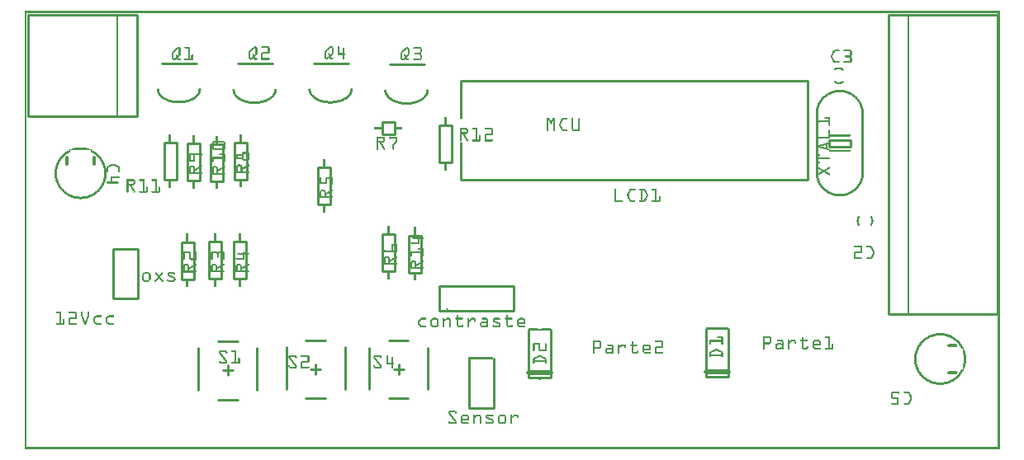
<source format=gto>
G04 MADE WITH FRITZING*
G04 WWW.FRITZING.ORG*
G04 DOUBLE SIDED*
G04 HOLES PLATED*
G04 CONTOUR ON CENTER OF CONTOUR VECTOR*
%ASAXBY*%
%FSLAX23Y23*%
%MOIN*%
%OFA0B0*%
%SFA1.0B1.0*%
%ADD10R,0.096457X0.038714X0.076772X0.019029*%
%ADD11C,0.009843*%
%ADD12C,0.010000*%
%ADD13C,0.005000*%
%ADD14C,0.020000*%
%ADD15R,0.001000X0.001000*%
%LNSILK1*%
G90*
G70*
G54D11*
X3248Y1252D02*
X3335Y1252D01*
X3335Y1223D01*
X3248Y1223D01*
X3248Y1252D01*
D02*
G54D12*
X1676Y562D02*
X1976Y562D01*
D02*
X1976Y562D02*
X1976Y662D01*
D02*
X1976Y662D02*
X1676Y662D01*
D02*
X1676Y662D02*
X1676Y562D01*
D02*
X1494Y1273D02*
X1444Y1273D01*
D02*
X1444Y1273D02*
X1444Y1323D01*
D02*
X1444Y1323D02*
X1494Y1323D01*
D02*
X1494Y1323D02*
X1494Y1273D01*
D02*
X3928Y546D02*
X3928Y1756D01*
D02*
X3928Y1756D02*
X3488Y1756D01*
D02*
X3488Y1756D02*
X3488Y546D01*
D02*
X3488Y546D02*
X3928Y546D01*
G54D13*
D02*
X3568Y1756D02*
X3568Y546D01*
G54D12*
D02*
X14Y1757D02*
X14Y1347D01*
D02*
X14Y1347D02*
X454Y1347D01*
D02*
X454Y1347D02*
X454Y1757D01*
D02*
X454Y1757D02*
X14Y1757D01*
G54D13*
D02*
X374Y1347D02*
X374Y1757D01*
G54D12*
D02*
X1760Y1090D02*
X3160Y1090D01*
D02*
X3160Y1090D02*
X3160Y1490D01*
D02*
X3160Y1490D02*
X1760Y1490D01*
D02*
X1760Y1090D02*
X1760Y1240D01*
D02*
X1760Y1340D02*
X1760Y1490D01*
D02*
X1793Y367D02*
X1793Y167D01*
D02*
X1793Y167D02*
X1893Y167D01*
D02*
X1893Y167D02*
X1893Y367D01*
D02*
X781Y438D02*
X860Y438D01*
D02*
X702Y242D02*
X702Y409D01*
D02*
X938Y242D02*
X938Y409D01*
D02*
X781Y202D02*
X860Y202D01*
D02*
X801Y320D02*
X840Y320D01*
D02*
X820Y340D02*
X820Y301D01*
D02*
X1135Y442D02*
X1214Y442D01*
D02*
X1057Y245D02*
X1057Y413D01*
D02*
X1293Y245D02*
X1293Y413D01*
D02*
X1135Y206D02*
X1214Y206D01*
D02*
X1155Y324D02*
X1194Y324D01*
D02*
X1175Y344D02*
X1175Y304D01*
D02*
X1471Y442D02*
X1549Y442D01*
D02*
X1392Y245D02*
X1392Y412D01*
D02*
X1628Y245D02*
X1628Y412D01*
D02*
X1471Y206D02*
X1549Y206D01*
D02*
X1490Y324D02*
X1530Y324D01*
D02*
X1510Y343D02*
X1510Y304D01*
D02*
X556Y1562D02*
X696Y1562D01*
D02*
X1168Y1561D02*
X1308Y1561D01*
D02*
X861Y1560D02*
X1001Y1560D01*
D02*
X2751Y293D02*
X2751Y488D01*
D02*
X2841Y488D02*
X2841Y293D01*
D02*
X2841Y293D02*
X2751Y293D01*
G54D14*
D02*
X2841Y313D02*
X2751Y313D01*
G54D12*
D02*
X1475Y1557D02*
X1615Y1557D01*
D02*
X2034Y289D02*
X2034Y484D01*
D02*
X2124Y484D02*
X2124Y289D01*
D02*
X2124Y289D02*
X2034Y289D01*
G54D14*
D02*
X2124Y309D02*
X2034Y309D01*
G54D12*
D02*
X846Y689D02*
X846Y839D01*
D02*
X846Y839D02*
X896Y839D01*
D02*
X896Y839D02*
X896Y689D01*
D02*
X896Y689D02*
X846Y689D01*
D02*
X746Y689D02*
X746Y839D01*
D02*
X746Y839D02*
X796Y839D01*
D02*
X796Y839D02*
X796Y689D01*
D02*
X796Y689D02*
X746Y689D01*
D02*
X1724Y1309D02*
X1724Y1159D01*
D02*
X1724Y1159D02*
X1674Y1159D01*
D02*
X1674Y1159D02*
X1674Y1309D01*
D02*
X1674Y1309D02*
X1724Y1309D01*
D02*
X613Y1240D02*
X613Y1090D01*
D02*
X613Y1090D02*
X563Y1090D01*
D02*
X563Y1090D02*
X563Y1240D01*
D02*
X563Y1240D02*
X613Y1240D01*
D02*
X750Y1084D02*
X750Y1234D01*
D02*
X750Y1234D02*
X800Y1234D01*
D02*
X800Y1234D02*
X800Y1084D01*
D02*
X800Y1084D02*
X750Y1084D01*
D02*
X657Y1087D02*
X657Y1237D01*
D02*
X657Y1237D02*
X707Y1237D01*
D02*
X707Y1237D02*
X707Y1087D01*
D02*
X707Y1087D02*
X657Y1087D01*
D02*
X848Y1091D02*
X848Y1241D01*
D02*
X848Y1241D02*
X898Y1241D01*
D02*
X898Y1241D02*
X898Y1091D01*
D02*
X898Y1091D02*
X848Y1091D01*
D02*
X1551Y715D02*
X1551Y865D01*
D02*
X1551Y865D02*
X1601Y865D01*
D02*
X1601Y865D02*
X1601Y715D01*
D02*
X1601Y715D02*
X1551Y715D01*
D02*
X1444Y719D02*
X1444Y869D01*
D02*
X1444Y869D02*
X1494Y869D01*
D02*
X1494Y869D02*
X1494Y719D01*
D02*
X1494Y719D02*
X1444Y719D01*
D02*
X1185Y989D02*
X1185Y1139D01*
D02*
X1185Y1139D02*
X1235Y1139D01*
D02*
X1235Y1139D02*
X1235Y989D01*
D02*
X1235Y989D02*
X1185Y989D01*
D02*
X633Y688D02*
X633Y838D01*
D02*
X633Y838D02*
X683Y838D01*
D02*
X683Y838D02*
X683Y688D01*
D02*
X683Y688D02*
X633Y688D01*
D02*
X357Y812D02*
X357Y612D01*
D02*
X357Y612D02*
X457Y612D01*
D02*
X457Y612D02*
X457Y812D01*
D02*
X457Y812D02*
X357Y812D01*
G54D15*
X0Y1772D02*
X3936Y1772D01*
X0Y1771D02*
X3936Y1771D01*
X0Y1770D02*
X3936Y1770D01*
X0Y1769D02*
X3936Y1769D01*
X0Y1768D02*
X3936Y1768D01*
X0Y1767D02*
X3936Y1767D01*
X0Y1766D02*
X3936Y1766D01*
X0Y1765D02*
X3936Y1765D01*
X0Y1764D02*
X7Y1764D01*
X3929Y1764D02*
X3936Y1764D01*
X0Y1763D02*
X7Y1763D01*
X3929Y1763D02*
X3936Y1763D01*
X0Y1762D02*
X7Y1762D01*
X3929Y1762D02*
X3936Y1762D01*
X0Y1761D02*
X7Y1761D01*
X3929Y1761D02*
X3936Y1761D01*
X0Y1760D02*
X7Y1760D01*
X3929Y1760D02*
X3936Y1760D01*
X0Y1759D02*
X7Y1759D01*
X3929Y1759D02*
X3936Y1759D01*
X0Y1758D02*
X7Y1758D01*
X3929Y1758D02*
X3936Y1758D01*
X0Y1757D02*
X7Y1757D01*
X3929Y1757D02*
X3936Y1757D01*
X0Y1756D02*
X7Y1756D01*
X3929Y1756D02*
X3936Y1756D01*
X0Y1755D02*
X7Y1755D01*
X3929Y1755D02*
X3936Y1755D01*
X0Y1754D02*
X7Y1754D01*
X3929Y1754D02*
X3936Y1754D01*
X0Y1753D02*
X7Y1753D01*
X3929Y1753D02*
X3936Y1753D01*
X0Y1752D02*
X7Y1752D01*
X3929Y1752D02*
X3936Y1752D01*
X0Y1751D02*
X7Y1751D01*
X3929Y1751D02*
X3936Y1751D01*
X0Y1750D02*
X7Y1750D01*
X3929Y1750D02*
X3936Y1750D01*
X0Y1749D02*
X7Y1749D01*
X3929Y1749D02*
X3936Y1749D01*
X0Y1748D02*
X7Y1748D01*
X3929Y1748D02*
X3936Y1748D01*
X0Y1747D02*
X7Y1747D01*
X3929Y1747D02*
X3936Y1747D01*
X0Y1746D02*
X7Y1746D01*
X3929Y1746D02*
X3936Y1746D01*
X0Y1745D02*
X7Y1745D01*
X3929Y1745D02*
X3936Y1745D01*
X0Y1744D02*
X7Y1744D01*
X3929Y1744D02*
X3936Y1744D01*
X0Y1743D02*
X7Y1743D01*
X3929Y1743D02*
X3936Y1743D01*
X0Y1742D02*
X7Y1742D01*
X3929Y1742D02*
X3936Y1742D01*
X0Y1741D02*
X7Y1741D01*
X3929Y1741D02*
X3936Y1741D01*
X0Y1740D02*
X7Y1740D01*
X3929Y1740D02*
X3936Y1740D01*
X0Y1739D02*
X7Y1739D01*
X3929Y1739D02*
X3936Y1739D01*
X0Y1738D02*
X7Y1738D01*
X3929Y1738D02*
X3936Y1738D01*
X0Y1737D02*
X7Y1737D01*
X3929Y1737D02*
X3936Y1737D01*
X0Y1736D02*
X7Y1736D01*
X3929Y1736D02*
X3936Y1736D01*
X0Y1735D02*
X7Y1735D01*
X3929Y1735D02*
X3936Y1735D01*
X0Y1734D02*
X7Y1734D01*
X3929Y1734D02*
X3936Y1734D01*
X0Y1733D02*
X7Y1733D01*
X3929Y1733D02*
X3936Y1733D01*
X0Y1732D02*
X7Y1732D01*
X3929Y1732D02*
X3936Y1732D01*
X0Y1731D02*
X7Y1731D01*
X3929Y1731D02*
X3936Y1731D01*
X0Y1730D02*
X7Y1730D01*
X3929Y1730D02*
X3936Y1730D01*
X0Y1729D02*
X7Y1729D01*
X3929Y1729D02*
X3936Y1729D01*
X0Y1728D02*
X7Y1728D01*
X3929Y1728D02*
X3936Y1728D01*
X0Y1727D02*
X7Y1727D01*
X3929Y1727D02*
X3936Y1727D01*
X0Y1726D02*
X7Y1726D01*
X3929Y1726D02*
X3936Y1726D01*
X0Y1725D02*
X7Y1725D01*
X3929Y1725D02*
X3936Y1725D01*
X0Y1724D02*
X7Y1724D01*
X3929Y1724D02*
X3936Y1724D01*
X0Y1723D02*
X7Y1723D01*
X3929Y1723D02*
X3936Y1723D01*
X0Y1722D02*
X7Y1722D01*
X3929Y1722D02*
X3936Y1722D01*
X0Y1721D02*
X7Y1721D01*
X3929Y1721D02*
X3936Y1721D01*
X0Y1720D02*
X7Y1720D01*
X3929Y1720D02*
X3936Y1720D01*
X0Y1719D02*
X7Y1719D01*
X3929Y1719D02*
X3936Y1719D01*
X0Y1718D02*
X7Y1718D01*
X3929Y1718D02*
X3936Y1718D01*
X0Y1717D02*
X7Y1717D01*
X3929Y1717D02*
X3936Y1717D01*
X0Y1716D02*
X7Y1716D01*
X3929Y1716D02*
X3936Y1716D01*
X0Y1715D02*
X7Y1715D01*
X3929Y1715D02*
X3936Y1715D01*
X0Y1714D02*
X7Y1714D01*
X3929Y1714D02*
X3936Y1714D01*
X0Y1713D02*
X7Y1713D01*
X3929Y1713D02*
X3936Y1713D01*
X0Y1712D02*
X7Y1712D01*
X3929Y1712D02*
X3936Y1712D01*
X0Y1711D02*
X7Y1711D01*
X3929Y1711D02*
X3936Y1711D01*
X0Y1710D02*
X7Y1710D01*
X3929Y1710D02*
X3936Y1710D01*
X0Y1709D02*
X7Y1709D01*
X3929Y1709D02*
X3936Y1709D01*
X0Y1708D02*
X7Y1708D01*
X3929Y1708D02*
X3936Y1708D01*
X0Y1707D02*
X7Y1707D01*
X3929Y1707D02*
X3936Y1707D01*
X0Y1706D02*
X7Y1706D01*
X3929Y1706D02*
X3936Y1706D01*
X0Y1705D02*
X7Y1705D01*
X3929Y1705D02*
X3936Y1705D01*
X0Y1704D02*
X7Y1704D01*
X3929Y1704D02*
X3936Y1704D01*
X0Y1703D02*
X7Y1703D01*
X3929Y1703D02*
X3936Y1703D01*
X0Y1702D02*
X7Y1702D01*
X3929Y1702D02*
X3936Y1702D01*
X0Y1701D02*
X7Y1701D01*
X3929Y1701D02*
X3936Y1701D01*
X0Y1700D02*
X7Y1700D01*
X3929Y1700D02*
X3936Y1700D01*
X0Y1699D02*
X7Y1699D01*
X3929Y1699D02*
X3936Y1699D01*
X0Y1698D02*
X7Y1698D01*
X3929Y1698D02*
X3936Y1698D01*
X0Y1697D02*
X7Y1697D01*
X3929Y1697D02*
X3936Y1697D01*
X0Y1696D02*
X7Y1696D01*
X3929Y1696D02*
X3936Y1696D01*
X0Y1695D02*
X7Y1695D01*
X3929Y1695D02*
X3936Y1695D01*
X0Y1694D02*
X7Y1694D01*
X3929Y1694D02*
X3936Y1694D01*
X0Y1693D02*
X7Y1693D01*
X3929Y1693D02*
X3936Y1693D01*
X0Y1692D02*
X7Y1692D01*
X3929Y1692D02*
X3936Y1692D01*
X0Y1691D02*
X7Y1691D01*
X3929Y1691D02*
X3936Y1691D01*
X0Y1690D02*
X7Y1690D01*
X3929Y1690D02*
X3936Y1690D01*
X0Y1689D02*
X7Y1689D01*
X3929Y1689D02*
X3936Y1689D01*
X0Y1688D02*
X7Y1688D01*
X3929Y1688D02*
X3936Y1688D01*
X0Y1687D02*
X7Y1687D01*
X3929Y1687D02*
X3936Y1687D01*
X0Y1686D02*
X7Y1686D01*
X3929Y1686D02*
X3936Y1686D01*
X0Y1685D02*
X7Y1685D01*
X3929Y1685D02*
X3936Y1685D01*
X0Y1684D02*
X7Y1684D01*
X3929Y1684D02*
X3936Y1684D01*
X0Y1683D02*
X7Y1683D01*
X3929Y1683D02*
X3936Y1683D01*
X0Y1682D02*
X7Y1682D01*
X3929Y1682D02*
X3936Y1682D01*
X0Y1681D02*
X7Y1681D01*
X3929Y1681D02*
X3936Y1681D01*
X0Y1680D02*
X7Y1680D01*
X3929Y1680D02*
X3936Y1680D01*
X0Y1679D02*
X7Y1679D01*
X3929Y1679D02*
X3936Y1679D01*
X0Y1678D02*
X7Y1678D01*
X3929Y1678D02*
X3936Y1678D01*
X0Y1677D02*
X7Y1677D01*
X3929Y1677D02*
X3936Y1677D01*
X0Y1676D02*
X7Y1676D01*
X3929Y1676D02*
X3936Y1676D01*
X0Y1675D02*
X7Y1675D01*
X3929Y1675D02*
X3936Y1675D01*
X0Y1674D02*
X7Y1674D01*
X3929Y1674D02*
X3936Y1674D01*
X0Y1673D02*
X7Y1673D01*
X3929Y1673D02*
X3936Y1673D01*
X0Y1672D02*
X7Y1672D01*
X3929Y1672D02*
X3936Y1672D01*
X0Y1671D02*
X7Y1671D01*
X3929Y1671D02*
X3936Y1671D01*
X0Y1670D02*
X7Y1670D01*
X3929Y1670D02*
X3936Y1670D01*
X0Y1669D02*
X7Y1669D01*
X3929Y1669D02*
X3936Y1669D01*
X0Y1668D02*
X7Y1668D01*
X3929Y1668D02*
X3936Y1668D01*
X0Y1667D02*
X7Y1667D01*
X3929Y1667D02*
X3936Y1667D01*
X0Y1666D02*
X7Y1666D01*
X3929Y1666D02*
X3936Y1666D01*
X0Y1665D02*
X7Y1665D01*
X3929Y1665D02*
X3936Y1665D01*
X0Y1664D02*
X7Y1664D01*
X3929Y1664D02*
X3936Y1664D01*
X0Y1663D02*
X7Y1663D01*
X3929Y1663D02*
X3936Y1663D01*
X0Y1662D02*
X7Y1662D01*
X3929Y1662D02*
X3936Y1662D01*
X0Y1661D02*
X7Y1661D01*
X3929Y1661D02*
X3936Y1661D01*
X0Y1660D02*
X7Y1660D01*
X3929Y1660D02*
X3936Y1660D01*
X0Y1659D02*
X7Y1659D01*
X3929Y1659D02*
X3936Y1659D01*
X0Y1658D02*
X7Y1658D01*
X3929Y1658D02*
X3936Y1658D01*
X0Y1657D02*
X7Y1657D01*
X3929Y1657D02*
X3936Y1657D01*
X0Y1656D02*
X7Y1656D01*
X3929Y1656D02*
X3936Y1656D01*
X0Y1655D02*
X7Y1655D01*
X3929Y1655D02*
X3936Y1655D01*
X0Y1654D02*
X7Y1654D01*
X3929Y1654D02*
X3936Y1654D01*
X0Y1653D02*
X7Y1653D01*
X3929Y1653D02*
X3936Y1653D01*
X0Y1652D02*
X7Y1652D01*
X3929Y1652D02*
X3936Y1652D01*
X0Y1651D02*
X7Y1651D01*
X3929Y1651D02*
X3936Y1651D01*
X0Y1650D02*
X7Y1650D01*
X3929Y1650D02*
X3936Y1650D01*
X0Y1649D02*
X7Y1649D01*
X3929Y1649D02*
X3936Y1649D01*
X0Y1648D02*
X7Y1648D01*
X3929Y1648D02*
X3936Y1648D01*
X0Y1647D02*
X7Y1647D01*
X3929Y1647D02*
X3936Y1647D01*
X0Y1646D02*
X7Y1646D01*
X3929Y1646D02*
X3936Y1646D01*
X0Y1645D02*
X7Y1645D01*
X3929Y1645D02*
X3936Y1645D01*
X0Y1644D02*
X7Y1644D01*
X3929Y1644D02*
X3936Y1644D01*
X0Y1643D02*
X7Y1643D01*
X3929Y1643D02*
X3936Y1643D01*
X0Y1642D02*
X7Y1642D01*
X3929Y1642D02*
X3936Y1642D01*
X0Y1641D02*
X7Y1641D01*
X3929Y1641D02*
X3936Y1641D01*
X0Y1640D02*
X7Y1640D01*
X3929Y1640D02*
X3936Y1640D01*
X0Y1639D02*
X7Y1639D01*
X3929Y1639D02*
X3936Y1639D01*
X0Y1638D02*
X7Y1638D01*
X3929Y1638D02*
X3936Y1638D01*
X0Y1637D02*
X7Y1637D01*
X3929Y1637D02*
X3936Y1637D01*
X0Y1636D02*
X7Y1636D01*
X3929Y1636D02*
X3936Y1636D01*
X0Y1635D02*
X7Y1635D01*
X3929Y1635D02*
X3936Y1635D01*
X0Y1634D02*
X7Y1634D01*
X3929Y1634D02*
X3936Y1634D01*
X0Y1633D02*
X7Y1633D01*
X3929Y1633D02*
X3936Y1633D01*
X0Y1632D02*
X7Y1632D01*
X3929Y1632D02*
X3936Y1632D01*
X0Y1631D02*
X7Y1631D01*
X1235Y1631D02*
X1240Y1631D01*
X1266Y1631D02*
X1268Y1631D01*
X3929Y1631D02*
X3936Y1631D01*
X0Y1630D02*
X7Y1630D01*
X931Y1630D02*
X931Y1630D01*
X959Y1630D02*
X983Y1630D01*
X1233Y1630D02*
X1242Y1630D01*
X1265Y1630D02*
X1269Y1630D01*
X3929Y1630D02*
X3936Y1630D01*
X0Y1629D02*
X7Y1629D01*
X928Y1629D02*
X935Y1629D01*
X957Y1629D02*
X986Y1629D01*
X1232Y1629D02*
X1243Y1629D01*
X1264Y1629D02*
X1270Y1629D01*
X3929Y1629D02*
X3936Y1629D01*
X0Y1628D02*
X7Y1628D01*
X926Y1628D02*
X936Y1628D01*
X956Y1628D02*
X987Y1628D01*
X1231Y1628D02*
X1244Y1628D01*
X1264Y1628D02*
X1270Y1628D01*
X3929Y1628D02*
X3936Y1628D01*
X0Y1627D02*
X7Y1627D01*
X618Y1627D02*
X625Y1627D01*
X647Y1627D02*
X666Y1627D01*
X925Y1627D02*
X937Y1627D01*
X956Y1627D02*
X988Y1627D01*
X1230Y1627D02*
X1245Y1627D01*
X1264Y1627D02*
X1270Y1627D01*
X1543Y1627D02*
X1546Y1627D01*
X1572Y1627D02*
X1597Y1627D01*
X3929Y1627D02*
X3936Y1627D01*
X0Y1626D02*
X7Y1626D01*
X617Y1626D02*
X626Y1626D01*
X646Y1626D02*
X666Y1626D01*
X924Y1626D02*
X938Y1626D01*
X956Y1626D02*
X988Y1626D01*
X1229Y1626D02*
X1245Y1626D01*
X1264Y1626D02*
X1270Y1626D01*
X1541Y1626D02*
X1548Y1626D01*
X1570Y1626D02*
X1599Y1626D01*
X3929Y1626D02*
X3936Y1626D01*
X0Y1625D02*
X7Y1625D01*
X615Y1625D02*
X627Y1625D01*
X646Y1625D02*
X666Y1625D01*
X923Y1625D02*
X938Y1625D01*
X956Y1625D02*
X989Y1625D01*
X1227Y1625D02*
X1246Y1625D01*
X1264Y1625D02*
X1270Y1625D01*
X1286Y1625D02*
X1289Y1625D01*
X1539Y1625D02*
X1550Y1625D01*
X1569Y1625D02*
X1601Y1625D01*
X3929Y1625D02*
X3936Y1625D01*
X0Y1624D02*
X7Y1624D01*
X614Y1624D02*
X628Y1624D01*
X646Y1624D02*
X666Y1624D01*
X921Y1624D02*
X939Y1624D01*
X957Y1624D02*
X989Y1624D01*
X1226Y1624D02*
X1236Y1624D01*
X1239Y1624D02*
X1246Y1624D01*
X1264Y1624D02*
X1270Y1624D01*
X1285Y1624D02*
X1290Y1624D01*
X1538Y1624D02*
X1551Y1624D01*
X1569Y1624D02*
X1601Y1624D01*
X3929Y1624D02*
X3936Y1624D01*
X0Y1623D02*
X7Y1623D01*
X613Y1623D02*
X629Y1623D01*
X646Y1623D02*
X666Y1623D01*
X920Y1623D02*
X939Y1623D01*
X983Y1623D02*
X989Y1623D01*
X1225Y1623D02*
X1235Y1623D01*
X1240Y1623D02*
X1246Y1623D01*
X1264Y1623D02*
X1270Y1623D01*
X1285Y1623D02*
X1291Y1623D01*
X1537Y1623D02*
X1551Y1623D01*
X1569Y1623D02*
X1602Y1623D01*
X3929Y1623D02*
X3936Y1623D01*
X0Y1622D02*
X7Y1622D01*
X612Y1622D02*
X629Y1622D01*
X647Y1622D02*
X666Y1622D01*
X919Y1622D02*
X929Y1622D01*
X933Y1622D02*
X939Y1622D01*
X983Y1622D02*
X989Y1622D01*
X1224Y1622D02*
X1234Y1622D01*
X1240Y1622D02*
X1246Y1622D01*
X1264Y1622D02*
X1270Y1622D01*
X1285Y1622D02*
X1291Y1622D01*
X1536Y1622D02*
X1552Y1622D01*
X1569Y1622D02*
X1602Y1622D01*
X3929Y1622D02*
X3936Y1622D01*
X0Y1621D02*
X7Y1621D01*
X611Y1621D02*
X629Y1621D01*
X649Y1621D02*
X666Y1621D01*
X918Y1621D02*
X928Y1621D01*
X933Y1621D02*
X939Y1621D01*
X983Y1621D02*
X989Y1621D01*
X1223Y1621D02*
X1233Y1621D01*
X1240Y1621D02*
X1246Y1621D01*
X1264Y1621D02*
X1270Y1621D01*
X1285Y1621D02*
X1291Y1621D01*
X1535Y1621D02*
X1552Y1621D01*
X1570Y1621D02*
X1603Y1621D01*
X3929Y1621D02*
X3936Y1621D01*
X0Y1620D02*
X7Y1620D01*
X610Y1620D02*
X619Y1620D01*
X623Y1620D02*
X629Y1620D01*
X660Y1620D02*
X666Y1620D01*
X917Y1620D02*
X927Y1620D01*
X933Y1620D02*
X939Y1620D01*
X983Y1620D02*
X989Y1620D01*
X1221Y1620D02*
X1231Y1620D01*
X1240Y1620D02*
X1246Y1620D01*
X1264Y1620D02*
X1270Y1620D01*
X1285Y1620D02*
X1291Y1620D01*
X1533Y1620D02*
X1552Y1620D01*
X1596Y1620D02*
X1603Y1620D01*
X3929Y1620D02*
X3936Y1620D01*
X0Y1619D02*
X7Y1619D01*
X608Y1619D02*
X618Y1619D01*
X623Y1619D02*
X629Y1619D01*
X660Y1619D02*
X666Y1619D01*
X915Y1619D02*
X925Y1619D01*
X933Y1619D02*
X939Y1619D01*
X983Y1619D02*
X989Y1619D01*
X1220Y1619D02*
X1230Y1619D01*
X1240Y1619D02*
X1246Y1619D01*
X1264Y1619D02*
X1270Y1619D01*
X1285Y1619D02*
X1291Y1619D01*
X1532Y1619D02*
X1542Y1619D01*
X1546Y1619D02*
X1553Y1619D01*
X1597Y1619D02*
X1603Y1619D01*
X3929Y1619D02*
X3936Y1619D01*
X0Y1618D02*
X7Y1618D01*
X607Y1618D02*
X617Y1618D01*
X623Y1618D02*
X629Y1618D01*
X660Y1618D02*
X666Y1618D01*
X914Y1618D02*
X924Y1618D01*
X933Y1618D02*
X939Y1618D01*
X983Y1618D02*
X989Y1618D01*
X1219Y1618D02*
X1229Y1618D01*
X1240Y1618D02*
X1246Y1618D01*
X1264Y1618D02*
X1270Y1618D01*
X1285Y1618D02*
X1291Y1618D01*
X1531Y1618D02*
X1541Y1618D01*
X1547Y1618D02*
X1553Y1618D01*
X1597Y1618D02*
X1603Y1618D01*
X3929Y1618D02*
X3936Y1618D01*
X0Y1617D02*
X7Y1617D01*
X606Y1617D02*
X616Y1617D01*
X623Y1617D02*
X629Y1617D01*
X660Y1617D02*
X666Y1617D01*
X913Y1617D02*
X923Y1617D01*
X933Y1617D02*
X939Y1617D01*
X983Y1617D02*
X989Y1617D01*
X1218Y1617D02*
X1228Y1617D01*
X1240Y1617D02*
X1246Y1617D01*
X1264Y1617D02*
X1270Y1617D01*
X1285Y1617D02*
X1291Y1617D01*
X1530Y1617D02*
X1540Y1617D01*
X1547Y1617D02*
X1553Y1617D01*
X1597Y1617D02*
X1603Y1617D01*
X3929Y1617D02*
X3936Y1617D01*
X0Y1616D02*
X7Y1616D01*
X605Y1616D02*
X615Y1616D01*
X623Y1616D02*
X629Y1616D01*
X660Y1616D02*
X666Y1616D01*
X912Y1616D02*
X922Y1616D01*
X933Y1616D02*
X939Y1616D01*
X983Y1616D02*
X989Y1616D01*
X1217Y1616D02*
X1227Y1616D01*
X1240Y1616D02*
X1246Y1616D01*
X1264Y1616D02*
X1270Y1616D01*
X1285Y1616D02*
X1291Y1616D01*
X1529Y1616D02*
X1539Y1616D01*
X1547Y1616D02*
X1553Y1616D01*
X1597Y1616D02*
X1603Y1616D01*
X3271Y1616D02*
X3286Y1616D01*
X3307Y1616D02*
X3333Y1616D01*
X3929Y1616D02*
X3936Y1616D01*
X0Y1615D02*
X7Y1615D01*
X604Y1615D02*
X613Y1615D01*
X623Y1615D02*
X629Y1615D01*
X660Y1615D02*
X666Y1615D01*
X911Y1615D02*
X921Y1615D01*
X933Y1615D02*
X939Y1615D01*
X983Y1615D02*
X989Y1615D01*
X1216Y1615D02*
X1225Y1615D01*
X1240Y1615D02*
X1246Y1615D01*
X1264Y1615D02*
X1270Y1615D01*
X1285Y1615D02*
X1291Y1615D01*
X1528Y1615D02*
X1537Y1615D01*
X1547Y1615D02*
X1553Y1615D01*
X1597Y1615D02*
X1603Y1615D01*
X3268Y1615D02*
X3288Y1615D01*
X3306Y1615D02*
X3336Y1615D01*
X3929Y1615D02*
X3936Y1615D01*
X0Y1614D02*
X7Y1614D01*
X602Y1614D02*
X612Y1614D01*
X623Y1614D02*
X629Y1614D01*
X660Y1614D02*
X666Y1614D01*
X910Y1614D02*
X919Y1614D01*
X933Y1614D02*
X939Y1614D01*
X983Y1614D02*
X989Y1614D01*
X1215Y1614D02*
X1224Y1614D01*
X1240Y1614D02*
X1246Y1614D01*
X1264Y1614D02*
X1270Y1614D01*
X1285Y1614D02*
X1291Y1614D01*
X1526Y1614D02*
X1536Y1614D01*
X1547Y1614D02*
X1553Y1614D01*
X1597Y1614D02*
X1603Y1614D01*
X3267Y1614D02*
X3288Y1614D01*
X3305Y1614D02*
X3337Y1614D01*
X3929Y1614D02*
X3936Y1614D01*
X0Y1613D02*
X7Y1613D01*
X601Y1613D02*
X611Y1613D01*
X623Y1613D02*
X629Y1613D01*
X660Y1613D02*
X666Y1613D01*
X909Y1613D02*
X918Y1613D01*
X933Y1613D02*
X939Y1613D01*
X983Y1613D02*
X989Y1613D01*
X1214Y1613D02*
X1223Y1613D01*
X1240Y1613D02*
X1246Y1613D01*
X1264Y1613D02*
X1270Y1613D01*
X1285Y1613D02*
X1291Y1613D01*
X1525Y1613D02*
X1535Y1613D01*
X1547Y1613D02*
X1553Y1613D01*
X1597Y1613D02*
X1603Y1613D01*
X3266Y1613D02*
X3289Y1613D01*
X3305Y1613D02*
X3338Y1613D01*
X3929Y1613D02*
X3936Y1613D01*
X0Y1612D02*
X7Y1612D01*
X600Y1612D02*
X610Y1612D01*
X623Y1612D02*
X629Y1612D01*
X660Y1612D02*
X666Y1612D01*
X908Y1612D02*
X917Y1612D01*
X933Y1612D02*
X939Y1612D01*
X983Y1612D02*
X989Y1612D01*
X1214Y1612D02*
X1222Y1612D01*
X1240Y1612D02*
X1246Y1612D01*
X1264Y1612D02*
X1270Y1612D01*
X1285Y1612D02*
X1291Y1612D01*
X1524Y1612D02*
X1534Y1612D01*
X1547Y1612D02*
X1553Y1612D01*
X1597Y1612D02*
X1603Y1612D01*
X3265Y1612D02*
X3289Y1612D01*
X3305Y1612D02*
X3338Y1612D01*
X3929Y1612D02*
X3936Y1612D01*
X0Y1611D02*
X7Y1611D01*
X599Y1611D02*
X609Y1611D01*
X623Y1611D02*
X629Y1611D01*
X660Y1611D02*
X666Y1611D01*
X907Y1611D02*
X916Y1611D01*
X933Y1611D02*
X939Y1611D01*
X983Y1611D02*
X989Y1611D01*
X1213Y1611D02*
X1221Y1611D01*
X1240Y1611D02*
X1246Y1611D01*
X1264Y1611D02*
X1270Y1611D01*
X1285Y1611D02*
X1291Y1611D01*
X1523Y1611D02*
X1533Y1611D01*
X1547Y1611D02*
X1553Y1611D01*
X1597Y1611D02*
X1603Y1611D01*
X3264Y1611D02*
X3288Y1611D01*
X3306Y1611D02*
X3338Y1611D01*
X3929Y1611D02*
X3936Y1611D01*
X0Y1610D02*
X7Y1610D01*
X598Y1610D02*
X608Y1610D01*
X623Y1610D02*
X629Y1610D01*
X660Y1610D02*
X666Y1610D01*
X907Y1610D02*
X915Y1610D01*
X933Y1610D02*
X939Y1610D01*
X983Y1610D02*
X989Y1610D01*
X1213Y1610D02*
X1220Y1610D01*
X1240Y1610D02*
X1246Y1610D01*
X1264Y1610D02*
X1270Y1610D01*
X1285Y1610D02*
X1291Y1610D01*
X1522Y1610D02*
X1531Y1610D01*
X1547Y1610D02*
X1553Y1610D01*
X1597Y1610D02*
X1603Y1610D01*
X3264Y1610D02*
X3287Y1610D01*
X3307Y1610D02*
X3339Y1610D01*
X3929Y1610D02*
X3936Y1610D01*
X0Y1609D02*
X7Y1609D01*
X598Y1609D02*
X606Y1609D01*
X623Y1609D02*
X629Y1609D01*
X660Y1609D02*
X666Y1609D01*
X906Y1609D02*
X914Y1609D01*
X933Y1609D02*
X939Y1609D01*
X983Y1609D02*
X989Y1609D01*
X1213Y1609D02*
X1219Y1609D01*
X1240Y1609D02*
X1246Y1609D01*
X1264Y1609D02*
X1270Y1609D01*
X1285Y1609D02*
X1291Y1609D01*
X1521Y1609D02*
X1530Y1609D01*
X1547Y1609D02*
X1553Y1609D01*
X1597Y1609D02*
X1603Y1609D01*
X3263Y1609D02*
X3271Y1609D01*
X3333Y1609D02*
X3339Y1609D01*
X3929Y1609D02*
X3936Y1609D01*
X0Y1608D02*
X7Y1608D01*
X597Y1608D02*
X605Y1608D01*
X623Y1608D02*
X629Y1608D01*
X660Y1608D02*
X666Y1608D01*
X906Y1608D02*
X913Y1608D01*
X933Y1608D02*
X939Y1608D01*
X983Y1608D02*
X989Y1608D01*
X1213Y1608D02*
X1219Y1608D01*
X1240Y1608D02*
X1246Y1608D01*
X1264Y1608D02*
X1270Y1608D01*
X1285Y1608D02*
X1291Y1608D01*
X1521Y1608D02*
X1529Y1608D01*
X1547Y1608D02*
X1553Y1608D01*
X1597Y1608D02*
X1603Y1608D01*
X3263Y1608D02*
X3270Y1608D01*
X3333Y1608D02*
X3339Y1608D01*
X3929Y1608D02*
X3936Y1608D01*
X0Y1607D02*
X7Y1607D01*
X597Y1607D02*
X604Y1607D01*
X623Y1607D02*
X629Y1607D01*
X660Y1607D02*
X666Y1607D01*
X906Y1607D02*
X912Y1607D01*
X933Y1607D02*
X939Y1607D01*
X983Y1607D02*
X989Y1607D01*
X1212Y1607D02*
X1218Y1607D01*
X1240Y1607D02*
X1246Y1607D01*
X1264Y1607D02*
X1270Y1607D01*
X1285Y1607D02*
X1291Y1607D01*
X1520Y1607D02*
X1528Y1607D01*
X1547Y1607D02*
X1553Y1607D01*
X1597Y1607D02*
X1603Y1607D01*
X3262Y1607D02*
X3269Y1607D01*
X3333Y1607D02*
X3339Y1607D01*
X3929Y1607D02*
X3936Y1607D01*
X0Y1606D02*
X7Y1606D01*
X597Y1606D02*
X603Y1606D01*
X623Y1606D02*
X629Y1606D01*
X660Y1606D02*
X666Y1606D01*
X906Y1606D02*
X912Y1606D01*
X933Y1606D02*
X939Y1606D01*
X960Y1606D02*
X989Y1606D01*
X1212Y1606D02*
X1218Y1606D01*
X1240Y1606D02*
X1246Y1606D01*
X1264Y1606D02*
X1270Y1606D01*
X1285Y1606D02*
X1291Y1606D01*
X1520Y1606D02*
X1527Y1606D01*
X1547Y1606D02*
X1553Y1606D01*
X1596Y1606D02*
X1602Y1606D01*
X3262Y1606D02*
X3269Y1606D01*
X3333Y1606D02*
X3339Y1606D01*
X3929Y1606D02*
X3936Y1606D01*
X0Y1605D02*
X7Y1605D01*
X596Y1605D02*
X603Y1605D01*
X623Y1605D02*
X629Y1605D01*
X660Y1605D02*
X666Y1605D01*
X906Y1605D02*
X912Y1605D01*
X933Y1605D02*
X939Y1605D01*
X958Y1605D02*
X989Y1605D01*
X1212Y1605D02*
X1218Y1605D01*
X1240Y1605D02*
X1246Y1605D01*
X1264Y1605D02*
X1270Y1605D01*
X1285Y1605D02*
X1291Y1605D01*
X1520Y1605D02*
X1526Y1605D01*
X1547Y1605D02*
X1553Y1605D01*
X1596Y1605D02*
X1602Y1605D01*
X3261Y1605D02*
X3268Y1605D01*
X3333Y1605D02*
X3339Y1605D01*
X3929Y1605D02*
X3936Y1605D01*
X0Y1604D02*
X7Y1604D01*
X596Y1604D02*
X602Y1604D01*
X623Y1604D02*
X629Y1604D01*
X660Y1604D02*
X666Y1604D01*
X906Y1604D02*
X912Y1604D01*
X933Y1604D02*
X939Y1604D01*
X957Y1604D02*
X989Y1604D01*
X1212Y1604D02*
X1218Y1604D01*
X1240Y1604D02*
X1246Y1604D01*
X1264Y1604D02*
X1270Y1604D01*
X1285Y1604D02*
X1291Y1604D01*
X1519Y1604D02*
X1526Y1604D01*
X1547Y1604D02*
X1553Y1604D01*
X1594Y1604D02*
X1602Y1604D01*
X3261Y1604D02*
X3268Y1604D01*
X3333Y1604D02*
X3339Y1604D01*
X3929Y1604D02*
X3936Y1604D01*
X0Y1603D02*
X7Y1603D01*
X596Y1603D02*
X602Y1603D01*
X623Y1603D02*
X629Y1603D01*
X660Y1603D02*
X666Y1603D01*
X906Y1603D02*
X912Y1603D01*
X933Y1603D02*
X939Y1603D01*
X957Y1603D02*
X988Y1603D01*
X1212Y1603D02*
X1218Y1603D01*
X1240Y1603D02*
X1246Y1603D01*
X1264Y1603D02*
X1270Y1603D01*
X1285Y1603D02*
X1291Y1603D01*
X1519Y1603D02*
X1525Y1603D01*
X1547Y1603D02*
X1553Y1603D01*
X1577Y1603D02*
X1602Y1603D01*
X3260Y1603D02*
X3267Y1603D01*
X3333Y1603D02*
X3339Y1603D01*
X3929Y1603D02*
X3936Y1603D01*
X0Y1602D02*
X7Y1602D01*
X596Y1602D02*
X602Y1602D01*
X623Y1602D02*
X629Y1602D01*
X660Y1602D02*
X666Y1602D01*
X906Y1602D02*
X912Y1602D01*
X933Y1602D02*
X939Y1602D01*
X956Y1602D02*
X987Y1602D01*
X1212Y1602D02*
X1218Y1602D01*
X1229Y1602D02*
X1229Y1602D01*
X1240Y1602D02*
X1246Y1602D01*
X1264Y1602D02*
X1292Y1602D01*
X1519Y1602D02*
X1525Y1602D01*
X1547Y1602D02*
X1553Y1602D01*
X1576Y1602D02*
X1601Y1602D01*
X3260Y1602D02*
X3267Y1602D01*
X3333Y1602D02*
X3339Y1602D01*
X3929Y1602D02*
X3936Y1602D01*
X0Y1601D02*
X7Y1601D01*
X596Y1601D02*
X602Y1601D01*
X623Y1601D02*
X629Y1601D01*
X660Y1601D02*
X666Y1601D01*
X906Y1601D02*
X912Y1601D01*
X933Y1601D02*
X939Y1601D01*
X956Y1601D02*
X986Y1601D01*
X1212Y1601D02*
X1218Y1601D01*
X1227Y1601D02*
X1231Y1601D01*
X1239Y1601D02*
X1246Y1601D01*
X1264Y1601D02*
X1293Y1601D01*
X1519Y1601D02*
X1525Y1601D01*
X1547Y1601D02*
X1553Y1601D01*
X1576Y1601D02*
X1601Y1601D01*
X3259Y1601D02*
X3266Y1601D01*
X3333Y1601D02*
X3339Y1601D01*
X3929Y1601D02*
X3936Y1601D01*
X0Y1600D02*
X7Y1600D01*
X596Y1600D02*
X602Y1600D01*
X623Y1600D02*
X629Y1600D01*
X660Y1600D02*
X666Y1600D01*
X906Y1600D02*
X912Y1600D01*
X921Y1600D02*
X924Y1600D01*
X933Y1600D02*
X939Y1600D01*
X956Y1600D02*
X985Y1600D01*
X1212Y1600D02*
X1218Y1600D01*
X1226Y1600D02*
X1232Y1600D01*
X1239Y1600D02*
X1245Y1600D01*
X1264Y1600D02*
X1294Y1600D01*
X1519Y1600D02*
X1525Y1600D01*
X1547Y1600D02*
X1553Y1600D01*
X1576Y1600D02*
X1600Y1600D01*
X3259Y1600D02*
X3266Y1600D01*
X3333Y1600D02*
X3339Y1600D01*
X3929Y1600D02*
X3936Y1600D01*
X0Y1599D02*
X7Y1599D01*
X596Y1599D02*
X602Y1599D01*
X623Y1599D02*
X629Y1599D01*
X660Y1599D02*
X666Y1599D01*
X906Y1599D02*
X912Y1599D01*
X920Y1599D02*
X925Y1599D01*
X932Y1599D02*
X939Y1599D01*
X956Y1599D02*
X962Y1599D01*
X1212Y1599D02*
X1218Y1599D01*
X1226Y1599D02*
X1232Y1599D01*
X1238Y1599D02*
X1245Y1599D01*
X1264Y1599D02*
X1294Y1599D01*
X1519Y1599D02*
X1525Y1599D01*
X1547Y1599D02*
X1553Y1599D01*
X1576Y1599D02*
X1601Y1599D01*
X3258Y1599D02*
X3265Y1599D01*
X3333Y1599D02*
X3339Y1599D01*
X3929Y1599D02*
X3936Y1599D01*
X0Y1598D02*
X7Y1598D01*
X596Y1598D02*
X602Y1598D01*
X612Y1598D02*
X614Y1598D01*
X623Y1598D02*
X629Y1598D01*
X660Y1598D02*
X666Y1598D01*
X675Y1598D02*
X678Y1598D01*
X906Y1598D02*
X912Y1598D01*
X920Y1598D02*
X925Y1598D01*
X932Y1598D02*
X939Y1598D01*
X956Y1598D02*
X962Y1598D01*
X1212Y1598D02*
X1218Y1598D01*
X1226Y1598D02*
X1233Y1598D01*
X1237Y1598D02*
X1245Y1598D01*
X1264Y1598D02*
X1294Y1598D01*
X1519Y1598D02*
X1525Y1598D01*
X1546Y1598D02*
X1553Y1598D01*
X1577Y1598D02*
X1601Y1598D01*
X3258Y1598D02*
X3264Y1598D01*
X3333Y1598D02*
X3339Y1598D01*
X3929Y1598D02*
X3936Y1598D01*
X0Y1597D02*
X7Y1597D01*
X596Y1597D02*
X602Y1597D01*
X610Y1597D02*
X615Y1597D01*
X623Y1597D02*
X629Y1597D01*
X660Y1597D02*
X666Y1597D01*
X674Y1597D02*
X679Y1597D01*
X906Y1597D02*
X912Y1597D01*
X919Y1597D02*
X926Y1597D01*
X931Y1597D02*
X938Y1597D01*
X956Y1597D02*
X962Y1597D01*
X1212Y1597D02*
X1218Y1597D01*
X1226Y1597D02*
X1233Y1597D01*
X1236Y1597D02*
X1244Y1597D01*
X1264Y1597D02*
X1294Y1597D01*
X1519Y1597D02*
X1525Y1597D01*
X1534Y1597D02*
X1537Y1597D01*
X1546Y1597D02*
X1552Y1597D01*
X1578Y1597D02*
X1602Y1597D01*
X3257Y1597D02*
X3264Y1597D01*
X3333Y1597D02*
X3339Y1597D01*
X3929Y1597D02*
X3936Y1597D01*
X0Y1596D02*
X7Y1596D01*
X596Y1596D02*
X602Y1596D01*
X610Y1596D02*
X615Y1596D01*
X622Y1596D02*
X629Y1596D01*
X660Y1596D02*
X666Y1596D01*
X674Y1596D02*
X679Y1596D01*
X906Y1596D02*
X912Y1596D01*
X920Y1596D02*
X926Y1596D01*
X930Y1596D02*
X938Y1596D01*
X956Y1596D02*
X962Y1596D01*
X1212Y1596D02*
X1218Y1596D01*
X1227Y1596D02*
X1244Y1596D01*
X1264Y1596D02*
X1293Y1596D01*
X1519Y1596D02*
X1525Y1596D01*
X1533Y1596D02*
X1538Y1596D01*
X1546Y1596D02*
X1552Y1596D01*
X1595Y1596D02*
X1602Y1596D01*
X3257Y1596D02*
X3263Y1596D01*
X3333Y1596D02*
X3339Y1596D01*
X3929Y1596D02*
X3936Y1596D01*
X0Y1595D02*
X7Y1595D01*
X596Y1595D02*
X602Y1595D01*
X610Y1595D02*
X616Y1595D01*
X621Y1595D02*
X629Y1595D01*
X660Y1595D02*
X666Y1595D01*
X673Y1595D02*
X679Y1595D01*
X906Y1595D02*
X912Y1595D01*
X920Y1595D02*
X926Y1595D01*
X929Y1595D02*
X937Y1595D01*
X956Y1595D02*
X962Y1595D01*
X1212Y1595D02*
X1218Y1595D01*
X1227Y1595D02*
X1243Y1595D01*
X1284Y1595D02*
X1291Y1595D01*
X1519Y1595D02*
X1525Y1595D01*
X1533Y1595D02*
X1539Y1595D01*
X1545Y1595D02*
X1552Y1595D01*
X1596Y1595D02*
X1602Y1595D01*
X3256Y1595D02*
X3263Y1595D01*
X3332Y1595D02*
X3339Y1595D01*
X3929Y1595D02*
X3936Y1595D01*
X0Y1594D02*
X7Y1594D01*
X596Y1594D02*
X602Y1594D01*
X610Y1594D02*
X616Y1594D01*
X621Y1594D02*
X628Y1594D01*
X660Y1594D02*
X666Y1594D01*
X673Y1594D02*
X679Y1594D01*
X906Y1594D02*
X912Y1594D01*
X920Y1594D02*
X937Y1594D01*
X956Y1594D02*
X962Y1594D01*
X1212Y1594D02*
X1218Y1594D01*
X1228Y1594D02*
X1242Y1594D01*
X1285Y1594D02*
X1291Y1594D01*
X1519Y1594D02*
X1525Y1594D01*
X1533Y1594D02*
X1539Y1594D01*
X1544Y1594D02*
X1552Y1594D01*
X1596Y1594D02*
X1603Y1594D01*
X3256Y1594D02*
X3262Y1594D01*
X3332Y1594D02*
X3338Y1594D01*
X3929Y1594D02*
X3936Y1594D01*
X0Y1593D02*
X7Y1593D01*
X596Y1593D02*
X602Y1593D01*
X610Y1593D02*
X617Y1593D01*
X619Y1593D02*
X628Y1593D01*
X660Y1593D02*
X666Y1593D01*
X673Y1593D02*
X679Y1593D01*
X906Y1593D02*
X912Y1593D01*
X921Y1593D02*
X936Y1593D01*
X956Y1593D02*
X962Y1593D01*
X1212Y1593D02*
X1218Y1593D01*
X1228Y1593D02*
X1241Y1593D01*
X1285Y1593D02*
X1291Y1593D01*
X1519Y1593D02*
X1525Y1593D01*
X1533Y1593D02*
X1540Y1593D01*
X1543Y1593D02*
X1551Y1593D01*
X1597Y1593D02*
X1603Y1593D01*
X3256Y1593D02*
X3262Y1593D01*
X3330Y1593D02*
X3338Y1593D01*
X3929Y1593D02*
X3936Y1593D01*
X0Y1592D02*
X7Y1592D01*
X596Y1592D02*
X602Y1592D01*
X610Y1592D02*
X627Y1592D01*
X660Y1592D02*
X666Y1592D01*
X673Y1592D02*
X679Y1592D01*
X906Y1592D02*
X912Y1592D01*
X921Y1592D02*
X935Y1592D01*
X956Y1592D02*
X962Y1592D01*
X1212Y1592D02*
X1218Y1592D01*
X1228Y1592D02*
X1240Y1592D01*
X1285Y1592D02*
X1291Y1592D01*
X1519Y1592D02*
X1525Y1592D01*
X1533Y1592D02*
X1540Y1592D01*
X1542Y1592D02*
X1551Y1592D01*
X1597Y1592D02*
X1603Y1592D01*
X3255Y1592D02*
X3262Y1592D01*
X3313Y1592D02*
X3338Y1592D01*
X3929Y1592D02*
X3936Y1592D01*
X0Y1591D02*
X7Y1591D01*
X596Y1591D02*
X602Y1591D01*
X611Y1591D02*
X626Y1591D01*
X660Y1591D02*
X666Y1591D01*
X673Y1591D02*
X679Y1591D01*
X906Y1591D02*
X912Y1591D01*
X921Y1591D02*
X934Y1591D01*
X956Y1591D02*
X962Y1591D01*
X1212Y1591D02*
X1218Y1591D01*
X1229Y1591D02*
X1239Y1591D01*
X1285Y1591D02*
X1291Y1591D01*
X1519Y1591D02*
X1525Y1591D01*
X1534Y1591D02*
X1550Y1591D01*
X1597Y1591D02*
X1603Y1591D01*
X3255Y1591D02*
X3261Y1591D01*
X3313Y1591D02*
X3337Y1591D01*
X3929Y1591D02*
X3936Y1591D01*
X0Y1590D02*
X7Y1590D01*
X596Y1590D02*
X602Y1590D01*
X611Y1590D02*
X625Y1590D01*
X660Y1590D02*
X666Y1590D01*
X673Y1590D02*
X679Y1590D01*
X906Y1590D02*
X912Y1590D01*
X922Y1590D02*
X933Y1590D01*
X956Y1590D02*
X962Y1590D01*
X1212Y1590D02*
X1218Y1590D01*
X1228Y1590D02*
X1238Y1590D01*
X1285Y1590D02*
X1291Y1590D01*
X1519Y1590D02*
X1525Y1590D01*
X1534Y1590D02*
X1549Y1590D01*
X1597Y1590D02*
X1603Y1590D01*
X3255Y1590D02*
X3261Y1590D01*
X3312Y1590D02*
X3337Y1590D01*
X3929Y1590D02*
X3936Y1590D01*
X0Y1589D02*
X7Y1589D01*
X596Y1589D02*
X602Y1589D01*
X612Y1589D02*
X624Y1589D01*
X660Y1589D02*
X666Y1589D01*
X673Y1589D02*
X679Y1589D01*
X906Y1589D02*
X912Y1589D01*
X922Y1589D02*
X932Y1589D01*
X956Y1589D02*
X962Y1589D01*
X1212Y1589D02*
X1218Y1589D01*
X1227Y1589D02*
X1237Y1589D01*
X1285Y1589D02*
X1291Y1589D01*
X1519Y1589D02*
X1525Y1589D01*
X1535Y1589D02*
X1548Y1589D01*
X1597Y1589D02*
X1603Y1589D01*
X3255Y1589D02*
X3261Y1589D01*
X3312Y1589D02*
X3336Y1589D01*
X3929Y1589D02*
X3936Y1589D01*
X0Y1588D02*
X7Y1588D01*
X596Y1588D02*
X602Y1588D01*
X612Y1588D02*
X623Y1588D01*
X660Y1588D02*
X666Y1588D01*
X673Y1588D02*
X679Y1588D01*
X906Y1588D02*
X912Y1588D01*
X921Y1588D02*
X931Y1588D01*
X956Y1588D02*
X962Y1588D01*
X1212Y1588D02*
X1218Y1588D01*
X1225Y1588D02*
X1236Y1588D01*
X1285Y1588D02*
X1291Y1588D01*
X1519Y1588D02*
X1525Y1588D01*
X1535Y1588D02*
X1547Y1588D01*
X1597Y1588D02*
X1603Y1588D01*
X3255Y1588D02*
X3261Y1588D01*
X3312Y1588D02*
X3337Y1588D01*
X3929Y1588D02*
X3936Y1588D01*
X0Y1587D02*
X7Y1587D01*
X596Y1587D02*
X602Y1587D01*
X612Y1587D02*
X622Y1587D01*
X660Y1587D02*
X666Y1587D01*
X673Y1587D02*
X679Y1587D01*
X906Y1587D02*
X912Y1587D01*
X919Y1587D02*
X930Y1587D01*
X956Y1587D02*
X962Y1587D01*
X1212Y1587D02*
X1218Y1587D01*
X1224Y1587D02*
X1237Y1587D01*
X1285Y1587D02*
X1291Y1587D01*
X1519Y1587D02*
X1525Y1587D01*
X1535Y1587D02*
X1546Y1587D01*
X1597Y1587D02*
X1603Y1587D01*
X3255Y1587D02*
X3261Y1587D01*
X3313Y1587D02*
X3337Y1587D01*
X3929Y1587D02*
X3936Y1587D01*
X0Y1586D02*
X7Y1586D01*
X596Y1586D02*
X602Y1586D01*
X611Y1586D02*
X621Y1586D01*
X660Y1586D02*
X666Y1586D01*
X673Y1586D02*
X679Y1586D01*
X906Y1586D02*
X912Y1586D01*
X918Y1586D02*
X930Y1586D01*
X956Y1586D02*
X962Y1586D01*
X1212Y1586D02*
X1218Y1586D01*
X1223Y1586D02*
X1237Y1586D01*
X1285Y1586D02*
X1291Y1586D01*
X1519Y1586D02*
X1525Y1586D01*
X1535Y1586D02*
X1545Y1586D01*
X1597Y1586D02*
X1603Y1586D01*
X3255Y1586D02*
X3262Y1586D01*
X3314Y1586D02*
X3338Y1586D01*
X3929Y1586D02*
X3936Y1586D01*
X0Y1585D02*
X7Y1585D01*
X596Y1585D02*
X602Y1585D01*
X610Y1585D02*
X620Y1585D01*
X660Y1585D02*
X666Y1585D01*
X673Y1585D02*
X679Y1585D01*
X906Y1585D02*
X912Y1585D01*
X917Y1585D02*
X930Y1585D01*
X956Y1585D02*
X962Y1585D01*
X1212Y1585D02*
X1219Y1585D01*
X1222Y1585D02*
X1238Y1585D01*
X1285Y1585D02*
X1291Y1585D01*
X1519Y1585D02*
X1525Y1585D01*
X1534Y1585D02*
X1544Y1585D01*
X1597Y1585D02*
X1603Y1585D01*
X3256Y1585D02*
X3262Y1585D01*
X3331Y1585D02*
X3338Y1585D01*
X3929Y1585D02*
X3936Y1585D01*
X0Y1584D02*
X7Y1584D01*
X596Y1584D02*
X602Y1584D01*
X609Y1584D02*
X620Y1584D01*
X660Y1584D02*
X666Y1584D01*
X673Y1584D02*
X679Y1584D01*
X906Y1584D02*
X912Y1584D01*
X916Y1584D02*
X931Y1584D01*
X956Y1584D02*
X962Y1584D01*
X1213Y1584D02*
X1244Y1584D01*
X1285Y1584D02*
X1291Y1584D01*
X1519Y1584D02*
X1525Y1584D01*
X1533Y1584D02*
X1543Y1584D01*
X1597Y1584D02*
X1603Y1584D01*
X3256Y1584D02*
X3263Y1584D01*
X3332Y1584D02*
X3339Y1584D01*
X3929Y1584D02*
X3936Y1584D01*
X0Y1583D02*
X7Y1583D01*
X596Y1583D02*
X602Y1583D01*
X608Y1583D02*
X621Y1583D01*
X660Y1583D02*
X666Y1583D01*
X673Y1583D02*
X679Y1583D01*
X906Y1583D02*
X913Y1583D01*
X915Y1583D02*
X931Y1583D01*
X956Y1583D02*
X962Y1583D01*
X1213Y1583D02*
X1229Y1583D01*
X1232Y1583D02*
X1245Y1583D01*
X1285Y1583D02*
X1291Y1583D01*
X1519Y1583D02*
X1525Y1583D01*
X1532Y1583D02*
X1543Y1583D01*
X1597Y1583D02*
X1603Y1583D01*
X3256Y1583D02*
X3263Y1583D01*
X3333Y1583D02*
X3339Y1583D01*
X3929Y1583D02*
X3936Y1583D01*
X0Y1582D02*
X7Y1582D01*
X596Y1582D02*
X602Y1582D01*
X606Y1582D02*
X621Y1582D01*
X660Y1582D02*
X666Y1582D01*
X673Y1582D02*
X679Y1582D01*
X906Y1582D02*
X923Y1582D01*
X925Y1582D02*
X938Y1582D01*
X956Y1582D02*
X988Y1582D01*
X1213Y1582D02*
X1228Y1582D01*
X1232Y1582D02*
X1246Y1582D01*
X1285Y1582D02*
X1291Y1582D01*
X1519Y1582D02*
X1525Y1582D01*
X1530Y1582D02*
X1544Y1582D01*
X1597Y1582D02*
X1603Y1582D01*
X3257Y1582D02*
X3264Y1582D01*
X3333Y1582D02*
X3339Y1582D01*
X3929Y1582D02*
X3936Y1582D01*
X0Y1581D02*
X7Y1581D01*
X596Y1581D02*
X603Y1581D01*
X605Y1581D02*
X621Y1581D01*
X659Y1581D02*
X666Y1581D01*
X673Y1581D02*
X679Y1581D01*
X906Y1581D02*
X922Y1581D01*
X925Y1581D02*
X939Y1581D01*
X956Y1581D02*
X989Y1581D01*
X1214Y1581D02*
X1227Y1581D01*
X1233Y1581D02*
X1246Y1581D01*
X1285Y1581D02*
X1291Y1581D01*
X1519Y1581D02*
X1525Y1581D01*
X1529Y1581D02*
X1544Y1581D01*
X1597Y1581D02*
X1603Y1581D01*
X3257Y1581D02*
X3264Y1581D01*
X3333Y1581D02*
X3339Y1581D01*
X3929Y1581D02*
X3936Y1581D01*
X0Y1580D02*
X7Y1580D01*
X596Y1580D02*
X628Y1580D01*
X647Y1580D02*
X679Y1580D01*
X907Y1580D02*
X921Y1580D01*
X926Y1580D02*
X939Y1580D01*
X956Y1580D02*
X989Y1580D01*
X1215Y1580D02*
X1226Y1580D01*
X1233Y1580D02*
X1246Y1580D01*
X1285Y1580D02*
X1290Y1580D01*
X1519Y1580D02*
X1549Y1580D01*
X1572Y1580D02*
X1603Y1580D01*
X3258Y1580D02*
X3265Y1580D01*
X3333Y1580D02*
X3339Y1580D01*
X3929Y1580D02*
X3936Y1580D01*
X0Y1579D02*
X7Y1579D01*
X597Y1579D02*
X613Y1579D01*
X616Y1579D02*
X629Y1579D01*
X646Y1579D02*
X679Y1579D01*
X908Y1579D02*
X920Y1579D01*
X926Y1579D02*
X939Y1579D01*
X956Y1579D02*
X989Y1579D01*
X1216Y1579D02*
X1225Y1579D01*
X1233Y1579D02*
X1245Y1579D01*
X1285Y1579D02*
X1290Y1579D01*
X1519Y1579D02*
X1551Y1579D01*
X1570Y1579D02*
X1602Y1579D01*
X3258Y1579D02*
X3265Y1579D01*
X3333Y1579D02*
X3339Y1579D01*
X3929Y1579D02*
X3936Y1579D01*
X0Y1578D02*
X7Y1578D01*
X597Y1578D02*
X611Y1578D01*
X616Y1578D02*
X629Y1578D01*
X646Y1578D02*
X679Y1578D01*
X909Y1578D02*
X919Y1578D01*
X926Y1578D02*
X939Y1578D01*
X956Y1578D02*
X989Y1578D01*
X1218Y1578D02*
X1223Y1578D01*
X1234Y1578D02*
X1244Y1578D01*
X1287Y1578D02*
X1289Y1578D01*
X1520Y1578D02*
X1535Y1578D01*
X1539Y1578D02*
X1552Y1578D01*
X1569Y1578D02*
X1602Y1578D01*
X3259Y1578D02*
X3266Y1578D01*
X3333Y1578D02*
X3339Y1578D01*
X3929Y1578D02*
X3936Y1578D01*
X0Y1577D02*
X7Y1577D01*
X598Y1577D02*
X610Y1577D01*
X616Y1577D02*
X629Y1577D01*
X646Y1577D02*
X679Y1577D01*
X910Y1577D02*
X917Y1577D01*
X927Y1577D02*
X938Y1577D01*
X956Y1577D02*
X988Y1577D01*
X1520Y1577D02*
X1534Y1577D01*
X1539Y1577D02*
X1553Y1577D01*
X1569Y1577D02*
X1602Y1577D01*
X3259Y1577D02*
X3266Y1577D01*
X3333Y1577D02*
X3339Y1577D01*
X3929Y1577D02*
X3936Y1577D01*
X0Y1576D02*
X7Y1576D01*
X599Y1576D02*
X609Y1576D01*
X617Y1576D02*
X629Y1576D01*
X646Y1576D02*
X679Y1576D01*
X913Y1576D02*
X914Y1576D01*
X928Y1576D02*
X936Y1576D01*
X956Y1576D02*
X986Y1576D01*
X1521Y1576D02*
X1533Y1576D01*
X1540Y1576D02*
X1552Y1576D01*
X1569Y1576D02*
X1601Y1576D01*
X3260Y1576D02*
X3267Y1576D01*
X3333Y1576D02*
X3339Y1576D01*
X3929Y1576D02*
X3936Y1576D01*
X0Y1575D02*
X7Y1575D01*
X600Y1575D02*
X608Y1575D01*
X617Y1575D02*
X629Y1575D01*
X647Y1575D02*
X679Y1575D01*
X1522Y1575D02*
X1532Y1575D01*
X1540Y1575D02*
X1552Y1575D01*
X1569Y1575D02*
X1600Y1575D01*
X3260Y1575D02*
X3267Y1575D01*
X3333Y1575D02*
X3339Y1575D01*
X3929Y1575D02*
X3936Y1575D01*
X0Y1574D02*
X7Y1574D01*
X602Y1574D02*
X605Y1574D01*
X618Y1574D02*
X627Y1574D01*
X648Y1574D02*
X677Y1574D01*
X1524Y1574D02*
X1530Y1574D01*
X1540Y1574D02*
X1551Y1574D01*
X1570Y1574D02*
X1599Y1574D01*
X3261Y1574D02*
X3268Y1574D01*
X3333Y1574D02*
X3339Y1574D01*
X3929Y1574D02*
X3936Y1574D01*
X0Y1573D02*
X7Y1573D01*
X3261Y1573D02*
X3268Y1573D01*
X3333Y1573D02*
X3339Y1573D01*
X3929Y1573D02*
X3936Y1573D01*
X0Y1572D02*
X7Y1572D01*
X3262Y1572D02*
X3269Y1572D01*
X3333Y1572D02*
X3339Y1572D01*
X3929Y1572D02*
X3936Y1572D01*
X0Y1571D02*
X7Y1571D01*
X3262Y1571D02*
X3269Y1571D01*
X3333Y1571D02*
X3339Y1571D01*
X3929Y1571D02*
X3936Y1571D01*
X0Y1570D02*
X7Y1570D01*
X3263Y1570D02*
X3270Y1570D01*
X3333Y1570D02*
X3339Y1570D01*
X3929Y1570D02*
X3936Y1570D01*
X0Y1569D02*
X7Y1569D01*
X3263Y1569D02*
X3286Y1569D01*
X3308Y1569D02*
X3339Y1569D01*
X3929Y1569D02*
X3936Y1569D01*
X0Y1568D02*
X7Y1568D01*
X3264Y1568D02*
X3288Y1568D01*
X3306Y1568D02*
X3339Y1568D01*
X3929Y1568D02*
X3936Y1568D01*
X0Y1567D02*
X7Y1567D01*
X3265Y1567D02*
X3288Y1567D01*
X3305Y1567D02*
X3338Y1567D01*
X3929Y1567D02*
X3936Y1567D01*
X0Y1566D02*
X7Y1566D01*
X3265Y1566D02*
X3289Y1566D01*
X3305Y1566D02*
X3338Y1566D01*
X3929Y1566D02*
X3936Y1566D01*
X0Y1565D02*
X7Y1565D01*
X3266Y1565D02*
X3289Y1565D01*
X3305Y1565D02*
X3337Y1565D01*
X3929Y1565D02*
X3936Y1565D01*
X0Y1564D02*
X7Y1564D01*
X3267Y1564D02*
X3288Y1564D01*
X3306Y1564D02*
X3336Y1564D01*
X3929Y1564D02*
X3936Y1564D01*
X0Y1563D02*
X7Y1563D01*
X3269Y1563D02*
X3287Y1563D01*
X3306Y1563D02*
X3335Y1563D01*
X3929Y1563D02*
X3936Y1563D01*
X0Y1562D02*
X7Y1562D01*
X3929Y1562D02*
X3936Y1562D01*
X0Y1561D02*
X7Y1561D01*
X3929Y1561D02*
X3936Y1561D01*
X0Y1560D02*
X7Y1560D01*
X3929Y1560D02*
X3936Y1560D01*
X0Y1559D02*
X7Y1559D01*
X3929Y1559D02*
X3936Y1559D01*
X0Y1558D02*
X7Y1558D01*
X3929Y1558D02*
X3936Y1558D01*
X0Y1557D02*
X7Y1557D01*
X3929Y1557D02*
X3936Y1557D01*
X0Y1556D02*
X7Y1556D01*
X3929Y1556D02*
X3936Y1556D01*
X0Y1555D02*
X7Y1555D01*
X3929Y1555D02*
X3936Y1555D01*
X0Y1554D02*
X7Y1554D01*
X3929Y1554D02*
X3936Y1554D01*
X0Y1553D02*
X7Y1553D01*
X3929Y1553D02*
X3936Y1553D01*
X0Y1552D02*
X7Y1552D01*
X3929Y1552D02*
X3936Y1552D01*
X0Y1551D02*
X7Y1551D01*
X3929Y1551D02*
X3936Y1551D01*
X0Y1550D02*
X7Y1550D01*
X3929Y1550D02*
X3936Y1550D01*
X0Y1549D02*
X7Y1549D01*
X3929Y1549D02*
X3936Y1549D01*
X0Y1548D02*
X7Y1548D01*
X3929Y1548D02*
X3936Y1548D01*
X0Y1547D02*
X7Y1547D01*
X3929Y1547D02*
X3936Y1547D01*
X0Y1546D02*
X7Y1546D01*
X3929Y1546D02*
X3936Y1546D01*
X0Y1545D02*
X7Y1545D01*
X3286Y1545D02*
X3287Y1545D01*
X3929Y1545D02*
X3936Y1545D01*
X0Y1544D02*
X7Y1544D01*
X3279Y1544D02*
X3294Y1544D01*
X3929Y1544D02*
X3936Y1544D01*
X0Y1543D02*
X7Y1543D01*
X3275Y1543D02*
X3298Y1543D01*
X3929Y1543D02*
X3936Y1543D01*
X0Y1542D02*
X7Y1542D01*
X3273Y1542D02*
X3300Y1542D01*
X3929Y1542D02*
X3936Y1542D01*
X0Y1541D02*
X7Y1541D01*
X3271Y1541D02*
X3302Y1541D01*
X3929Y1541D02*
X3936Y1541D01*
X0Y1540D02*
X7Y1540D01*
X3269Y1540D02*
X3304Y1540D01*
X3929Y1540D02*
X3936Y1540D01*
X0Y1539D02*
X7Y1539D01*
X3268Y1539D02*
X3305Y1539D01*
X3929Y1539D02*
X3936Y1539D01*
X0Y1538D02*
X7Y1538D01*
X3267Y1538D02*
X3306Y1538D01*
X3929Y1538D02*
X3936Y1538D01*
X0Y1537D02*
X7Y1537D01*
X3266Y1537D02*
X3281Y1537D01*
X3291Y1537D02*
X3307Y1537D01*
X3929Y1537D02*
X3936Y1537D01*
X0Y1536D02*
X7Y1536D01*
X3267Y1536D02*
X3278Y1536D01*
X3295Y1536D02*
X3306Y1536D01*
X3929Y1536D02*
X3936Y1536D01*
X0Y1535D02*
X7Y1535D01*
X3268Y1535D02*
X3275Y1535D01*
X3297Y1535D02*
X3305Y1535D01*
X3929Y1535D02*
X3936Y1535D01*
X0Y1534D02*
X7Y1534D01*
X3269Y1534D02*
X3274Y1534D01*
X3299Y1534D02*
X3304Y1534D01*
X3929Y1534D02*
X3936Y1534D01*
X0Y1533D02*
X7Y1533D01*
X3269Y1533D02*
X3272Y1533D01*
X3301Y1533D02*
X3304Y1533D01*
X3929Y1533D02*
X3936Y1533D01*
X0Y1532D02*
X7Y1532D01*
X3270Y1532D02*
X3270Y1532D01*
X3302Y1532D02*
X3303Y1532D01*
X3929Y1532D02*
X3936Y1532D01*
X0Y1531D02*
X7Y1531D01*
X3929Y1531D02*
X3936Y1531D01*
X0Y1530D02*
X7Y1530D01*
X3929Y1530D02*
X3936Y1530D01*
X0Y1529D02*
X7Y1529D01*
X3929Y1529D02*
X3936Y1529D01*
X0Y1528D02*
X7Y1528D01*
X3929Y1528D02*
X3936Y1528D01*
X0Y1527D02*
X7Y1527D01*
X3929Y1527D02*
X3936Y1527D01*
X0Y1526D02*
X7Y1526D01*
X3929Y1526D02*
X3936Y1526D01*
X0Y1525D02*
X7Y1525D01*
X3929Y1525D02*
X3936Y1525D01*
X0Y1524D02*
X7Y1524D01*
X3929Y1524D02*
X3936Y1524D01*
X0Y1523D02*
X7Y1523D01*
X3929Y1523D02*
X3936Y1523D01*
X0Y1522D02*
X7Y1522D01*
X3929Y1522D02*
X3936Y1522D01*
X0Y1521D02*
X7Y1521D01*
X3929Y1521D02*
X3936Y1521D01*
X0Y1520D02*
X7Y1520D01*
X3929Y1520D02*
X3936Y1520D01*
X0Y1519D02*
X7Y1519D01*
X3929Y1519D02*
X3936Y1519D01*
X0Y1518D02*
X7Y1518D01*
X3929Y1518D02*
X3936Y1518D01*
X0Y1517D02*
X7Y1517D01*
X3929Y1517D02*
X3936Y1517D01*
X0Y1516D02*
X7Y1516D01*
X3929Y1516D02*
X3936Y1516D01*
X0Y1515D02*
X7Y1515D01*
X3929Y1515D02*
X3936Y1515D01*
X0Y1514D02*
X7Y1514D01*
X3929Y1514D02*
X3936Y1514D01*
X0Y1513D02*
X7Y1513D01*
X3929Y1513D02*
X3936Y1513D01*
X0Y1512D02*
X7Y1512D01*
X3929Y1512D02*
X3936Y1512D01*
X0Y1511D02*
X7Y1511D01*
X3929Y1511D02*
X3936Y1511D01*
X0Y1510D02*
X7Y1510D01*
X3929Y1510D02*
X3936Y1510D01*
X0Y1509D02*
X7Y1509D01*
X3929Y1509D02*
X3936Y1509D01*
X0Y1508D02*
X7Y1508D01*
X3929Y1508D02*
X3936Y1508D01*
X0Y1507D02*
X7Y1507D01*
X3929Y1507D02*
X3936Y1507D01*
X0Y1506D02*
X7Y1506D01*
X3929Y1506D02*
X3936Y1506D01*
X0Y1505D02*
X7Y1505D01*
X3929Y1505D02*
X3936Y1505D01*
X0Y1504D02*
X7Y1504D01*
X3929Y1504D02*
X3936Y1504D01*
X0Y1503D02*
X7Y1503D01*
X3929Y1503D02*
X3936Y1503D01*
X0Y1502D02*
X7Y1502D01*
X3929Y1502D02*
X3936Y1502D01*
X0Y1501D02*
X7Y1501D01*
X3929Y1501D02*
X3936Y1501D01*
X0Y1500D02*
X7Y1500D01*
X3929Y1500D02*
X3936Y1500D01*
X0Y1499D02*
X7Y1499D01*
X3929Y1499D02*
X3936Y1499D01*
X0Y1498D02*
X7Y1498D01*
X3929Y1498D02*
X3936Y1498D01*
X0Y1497D02*
X7Y1497D01*
X3929Y1497D02*
X3936Y1497D01*
X0Y1496D02*
X7Y1496D01*
X3929Y1496D02*
X3936Y1496D01*
X0Y1495D02*
X7Y1495D01*
X3929Y1495D02*
X3936Y1495D01*
X0Y1494D02*
X7Y1494D01*
X3929Y1494D02*
X3936Y1494D01*
X0Y1493D02*
X7Y1493D01*
X3929Y1493D02*
X3936Y1493D01*
X0Y1492D02*
X7Y1492D01*
X3929Y1492D02*
X3936Y1492D01*
X0Y1491D02*
X7Y1491D01*
X3929Y1491D02*
X3936Y1491D01*
X0Y1490D02*
X7Y1490D01*
X3270Y1490D02*
X3271Y1490D01*
X3302Y1490D02*
X3303Y1490D01*
X3929Y1490D02*
X3936Y1490D01*
X0Y1489D02*
X7Y1489D01*
X3269Y1489D02*
X3273Y1489D01*
X3300Y1489D02*
X3304Y1489D01*
X3929Y1489D02*
X3936Y1489D01*
X0Y1488D02*
X7Y1488D01*
X3268Y1488D02*
X3274Y1488D01*
X3298Y1488D02*
X3305Y1488D01*
X3929Y1488D02*
X3936Y1488D01*
X0Y1487D02*
X7Y1487D01*
X3267Y1487D02*
X3277Y1487D01*
X3296Y1487D02*
X3306Y1487D01*
X3929Y1487D02*
X3936Y1487D01*
X0Y1486D02*
X7Y1486D01*
X3267Y1486D02*
X3280Y1486D01*
X3293Y1486D02*
X3307Y1486D01*
X3929Y1486D02*
X3936Y1486D01*
X0Y1485D02*
X7Y1485D01*
X3266Y1485D02*
X3307Y1485D01*
X3929Y1485D02*
X3936Y1485D01*
X0Y1484D02*
X7Y1484D01*
X3267Y1484D02*
X3306Y1484D01*
X3929Y1484D02*
X3936Y1484D01*
X0Y1483D02*
X7Y1483D01*
X3269Y1483D02*
X3304Y1483D01*
X3929Y1483D02*
X3936Y1483D01*
X0Y1482D02*
X7Y1482D01*
X3270Y1482D02*
X3303Y1482D01*
X3929Y1482D02*
X3936Y1482D01*
X0Y1481D02*
X7Y1481D01*
X3272Y1481D02*
X3301Y1481D01*
X3929Y1481D02*
X3936Y1481D01*
X0Y1480D02*
X7Y1480D01*
X3274Y1480D02*
X3299Y1480D01*
X3929Y1480D02*
X3936Y1480D01*
X0Y1479D02*
X7Y1479D01*
X3277Y1479D02*
X3296Y1479D01*
X3929Y1479D02*
X3936Y1479D01*
X0Y1478D02*
X7Y1478D01*
X3281Y1478D02*
X3292Y1478D01*
X3929Y1478D02*
X3936Y1478D01*
X0Y1477D02*
X7Y1477D01*
X3929Y1477D02*
X3936Y1477D01*
X0Y1476D02*
X7Y1476D01*
X3929Y1476D02*
X3936Y1476D01*
X0Y1475D02*
X7Y1475D01*
X3929Y1475D02*
X3936Y1475D01*
X0Y1474D02*
X7Y1474D01*
X3929Y1474D02*
X3936Y1474D01*
X0Y1473D02*
X7Y1473D01*
X3929Y1473D02*
X3936Y1473D01*
X0Y1472D02*
X7Y1472D01*
X3929Y1472D02*
X3936Y1472D01*
X0Y1471D02*
X7Y1471D01*
X3929Y1471D02*
X3936Y1471D01*
X0Y1470D02*
X7Y1470D01*
X3929Y1470D02*
X3936Y1470D01*
X0Y1469D02*
X7Y1469D01*
X3929Y1469D02*
X3936Y1469D01*
X0Y1468D02*
X7Y1468D01*
X3929Y1468D02*
X3936Y1468D01*
X0Y1467D02*
X7Y1467D01*
X3929Y1467D02*
X3936Y1467D01*
X0Y1466D02*
X7Y1466D01*
X3929Y1466D02*
X3936Y1466D01*
X0Y1465D02*
X7Y1465D01*
X3929Y1465D02*
X3936Y1465D01*
X0Y1464D02*
X7Y1464D01*
X3929Y1464D02*
X3936Y1464D01*
X0Y1463D02*
X7Y1463D01*
X3929Y1463D02*
X3936Y1463D01*
X0Y1462D02*
X7Y1462D01*
X3929Y1462D02*
X3936Y1462D01*
X0Y1461D02*
X7Y1461D01*
X706Y1461D02*
X707Y1461D01*
X3929Y1461D02*
X3936Y1461D01*
X0Y1460D02*
X7Y1460D01*
X541Y1460D02*
X541Y1460D01*
X705Y1460D02*
X709Y1460D01*
X1318Y1460D02*
X1320Y1460D01*
X3929Y1460D02*
X3936Y1460D01*
X0Y1459D02*
X7Y1459D01*
X539Y1459D02*
X542Y1459D01*
X704Y1459D02*
X712Y1459D01*
X1012Y1459D02*
X1012Y1459D01*
X1153Y1459D02*
X1153Y1459D01*
X1317Y1459D02*
X1323Y1459D01*
X3929Y1459D02*
X3936Y1459D01*
X0Y1458D02*
X7Y1458D01*
X536Y1458D02*
X542Y1458D01*
X704Y1458D02*
X712Y1458D01*
X1010Y1458D02*
X1014Y1458D01*
X1150Y1458D02*
X1154Y1458D01*
X1316Y1458D02*
X1324Y1458D01*
X3929Y1458D02*
X3936Y1458D01*
X0Y1457D02*
X7Y1457D01*
X534Y1457D02*
X543Y1457D01*
X704Y1457D02*
X712Y1457D01*
X845Y1457D02*
X847Y1457D01*
X1010Y1457D02*
X1017Y1457D01*
X1147Y1457D02*
X1155Y1457D01*
X1316Y1457D02*
X1324Y1457D01*
X3929Y1457D02*
X3936Y1457D01*
X0Y1456D02*
X7Y1456D01*
X534Y1456D02*
X543Y1456D01*
X703Y1456D02*
X713Y1456D01*
X842Y1456D02*
X848Y1456D01*
X1009Y1456D02*
X1018Y1456D01*
X1146Y1456D02*
X1155Y1456D01*
X1316Y1456D02*
X1325Y1456D01*
X1625Y1456D02*
X1626Y1456D01*
X3929Y1456D02*
X3936Y1456D01*
X0Y1455D02*
X7Y1455D01*
X534Y1455D02*
X543Y1455D01*
X703Y1455D02*
X712Y1455D01*
X839Y1455D02*
X848Y1455D01*
X1009Y1455D02*
X1018Y1455D01*
X1146Y1455D02*
X1155Y1455D01*
X1316Y1455D02*
X1325Y1455D01*
X1460Y1455D02*
X1460Y1455D01*
X1624Y1455D02*
X1628Y1455D01*
X3929Y1455D02*
X3936Y1455D01*
X0Y1454D02*
X7Y1454D01*
X534Y1454D02*
X543Y1454D01*
X703Y1454D02*
X712Y1454D01*
X839Y1454D02*
X848Y1454D01*
X1009Y1454D02*
X1018Y1454D01*
X1146Y1454D02*
X1155Y1454D01*
X1315Y1454D02*
X1325Y1454D01*
X1458Y1454D02*
X1461Y1454D01*
X1623Y1454D02*
X1631Y1454D01*
X3929Y1454D02*
X3936Y1454D01*
X0Y1453D02*
X7Y1453D01*
X534Y1453D02*
X543Y1453D01*
X703Y1453D02*
X712Y1453D01*
X839Y1453D02*
X848Y1453D01*
X1009Y1453D02*
X1018Y1453D01*
X1146Y1453D02*
X1155Y1453D01*
X1315Y1453D02*
X1325Y1453D01*
X1455Y1453D02*
X1461Y1453D01*
X1623Y1453D02*
X1631Y1453D01*
X3278Y1453D02*
X3304Y1453D01*
X3929Y1453D02*
X3936Y1453D01*
X0Y1452D02*
X7Y1452D01*
X534Y1452D02*
X543Y1452D01*
X703Y1452D02*
X712Y1452D01*
X839Y1452D02*
X848Y1452D01*
X1009Y1452D02*
X1018Y1452D01*
X1146Y1452D02*
X1155Y1452D01*
X1315Y1452D02*
X1324Y1452D01*
X1453Y1452D02*
X1461Y1452D01*
X1622Y1452D02*
X1631Y1452D01*
X3272Y1452D02*
X3310Y1452D01*
X3929Y1452D02*
X3936Y1452D01*
X0Y1451D02*
X7Y1451D01*
X534Y1451D02*
X543Y1451D01*
X703Y1451D02*
X712Y1451D01*
X839Y1451D02*
X848Y1451D01*
X1009Y1451D02*
X1018Y1451D01*
X1146Y1451D02*
X1155Y1451D01*
X1315Y1451D02*
X1324Y1451D01*
X1453Y1451D02*
X1462Y1451D01*
X1622Y1451D02*
X1631Y1451D01*
X3267Y1451D02*
X3314Y1451D01*
X3929Y1451D02*
X3936Y1451D01*
X0Y1450D02*
X7Y1450D01*
X534Y1450D02*
X544Y1450D01*
X703Y1450D02*
X712Y1450D01*
X839Y1450D02*
X849Y1450D01*
X1009Y1450D02*
X1018Y1450D01*
X1146Y1450D02*
X1156Y1450D01*
X1315Y1450D02*
X1324Y1450D01*
X1453Y1450D02*
X1462Y1450D01*
X1622Y1450D02*
X1631Y1450D01*
X3264Y1450D02*
X3318Y1450D01*
X3929Y1450D02*
X3936Y1450D01*
X0Y1449D02*
X7Y1449D01*
X535Y1449D02*
X544Y1449D01*
X702Y1449D02*
X712Y1449D01*
X840Y1449D02*
X849Y1449D01*
X1008Y1449D02*
X1017Y1449D01*
X1147Y1449D02*
X1156Y1449D01*
X1315Y1449D02*
X1324Y1449D01*
X1453Y1449D02*
X1462Y1449D01*
X1622Y1449D02*
X1631Y1449D01*
X3261Y1449D02*
X3321Y1449D01*
X3929Y1449D02*
X3936Y1449D01*
X0Y1448D02*
X7Y1448D01*
X535Y1448D02*
X544Y1448D01*
X702Y1448D02*
X711Y1448D01*
X840Y1448D02*
X849Y1448D01*
X1008Y1448D02*
X1017Y1448D01*
X1147Y1448D02*
X1156Y1448D01*
X1314Y1448D02*
X1324Y1448D01*
X1453Y1448D02*
X1462Y1448D01*
X1622Y1448D02*
X1631Y1448D01*
X3258Y1448D02*
X3323Y1448D01*
X3929Y1448D02*
X3936Y1448D01*
X0Y1447D02*
X7Y1447D01*
X535Y1447D02*
X544Y1447D01*
X702Y1447D02*
X711Y1447D01*
X840Y1447D02*
X849Y1447D01*
X1008Y1447D02*
X1017Y1447D01*
X1147Y1447D02*
X1156Y1447D01*
X1314Y1447D02*
X1323Y1447D01*
X1453Y1447D02*
X1462Y1447D01*
X1622Y1447D02*
X1631Y1447D01*
X3255Y1447D02*
X3326Y1447D01*
X3929Y1447D02*
X3936Y1447D01*
X0Y1446D02*
X7Y1446D01*
X535Y1446D02*
X545Y1446D01*
X701Y1446D02*
X711Y1446D01*
X840Y1446D02*
X850Y1446D01*
X1008Y1446D02*
X1017Y1446D01*
X1147Y1446D02*
X1157Y1446D01*
X1314Y1446D02*
X1323Y1446D01*
X1453Y1446D02*
X1462Y1446D01*
X1622Y1446D02*
X1631Y1446D01*
X3253Y1446D02*
X3329Y1446D01*
X3929Y1446D02*
X3936Y1446D01*
X0Y1445D02*
X7Y1445D01*
X536Y1445D02*
X545Y1445D01*
X701Y1445D02*
X711Y1445D01*
X841Y1445D02*
X850Y1445D01*
X1007Y1445D02*
X1017Y1445D01*
X1148Y1445D02*
X1157Y1445D01*
X1313Y1445D02*
X1323Y1445D01*
X1453Y1445D02*
X1462Y1445D01*
X1621Y1445D02*
X1631Y1445D01*
X3251Y1445D02*
X3331Y1445D01*
X3929Y1445D02*
X3936Y1445D01*
X0Y1444D02*
X7Y1444D01*
X536Y1444D02*
X546Y1444D01*
X701Y1444D02*
X710Y1444D01*
X841Y1444D02*
X850Y1444D01*
X1007Y1444D02*
X1016Y1444D01*
X1148Y1444D02*
X1158Y1444D01*
X1313Y1444D02*
X1323Y1444D01*
X1453Y1444D02*
X1463Y1444D01*
X1621Y1444D02*
X1630Y1444D01*
X3249Y1444D02*
X3285Y1444D01*
X3296Y1444D02*
X3333Y1444D01*
X3929Y1444D02*
X3936Y1444D01*
X0Y1443D02*
X7Y1443D01*
X537Y1443D02*
X546Y1443D01*
X700Y1443D02*
X710Y1443D01*
X841Y1443D02*
X851Y1443D01*
X1007Y1443D02*
X1016Y1443D01*
X1148Y1443D02*
X1158Y1443D01*
X1313Y1443D02*
X1322Y1443D01*
X1454Y1443D02*
X1463Y1443D01*
X1621Y1443D02*
X1630Y1443D01*
X3246Y1443D02*
X3276Y1443D01*
X3306Y1443D02*
X3335Y1443D01*
X3929Y1443D02*
X3936Y1443D01*
X0Y1442D02*
X7Y1442D01*
X537Y1442D02*
X547Y1442D01*
X700Y1442D02*
X709Y1442D01*
X841Y1442D02*
X851Y1442D01*
X1006Y1442D02*
X1016Y1442D01*
X1149Y1442D02*
X1158Y1442D01*
X1312Y1442D02*
X1322Y1442D01*
X1454Y1442D02*
X1463Y1442D01*
X1621Y1442D02*
X1630Y1442D01*
X3244Y1442D02*
X3271Y1442D01*
X3311Y1442D02*
X3337Y1442D01*
X3929Y1442D02*
X3936Y1442D01*
X0Y1441D02*
X7Y1441D01*
X537Y1441D02*
X547Y1441D01*
X699Y1441D02*
X709Y1441D01*
X842Y1441D02*
X851Y1441D01*
X1006Y1441D02*
X1015Y1441D01*
X1149Y1441D02*
X1159Y1441D01*
X1312Y1441D02*
X1321Y1441D01*
X1454Y1441D02*
X1464Y1441D01*
X1620Y1441D02*
X1630Y1441D01*
X3243Y1441D02*
X3267Y1441D01*
X3315Y1441D02*
X3339Y1441D01*
X3929Y1441D02*
X3936Y1441D01*
X0Y1440D02*
X7Y1440D01*
X538Y1440D02*
X548Y1440D01*
X698Y1440D02*
X709Y1440D01*
X842Y1440D02*
X852Y1440D01*
X1005Y1440D02*
X1015Y1440D01*
X1150Y1440D02*
X1160Y1440D01*
X1311Y1440D02*
X1321Y1440D01*
X1455Y1440D02*
X1464Y1440D01*
X1620Y1440D02*
X1629Y1440D01*
X3241Y1440D02*
X3263Y1440D01*
X3318Y1440D02*
X3340Y1440D01*
X3929Y1440D02*
X3936Y1440D01*
X0Y1439D02*
X7Y1439D01*
X538Y1439D02*
X548Y1439D01*
X698Y1439D02*
X708Y1439D01*
X843Y1439D02*
X852Y1439D01*
X1005Y1439D02*
X1014Y1439D01*
X1150Y1439D02*
X1160Y1439D01*
X1310Y1439D02*
X1320Y1439D01*
X1455Y1439D02*
X1465Y1439D01*
X1619Y1439D02*
X1629Y1439D01*
X3240Y1439D02*
X3260Y1439D01*
X3321Y1439D02*
X3342Y1439D01*
X3929Y1439D02*
X3936Y1439D01*
X0Y1438D02*
X7Y1438D01*
X539Y1438D02*
X549Y1438D01*
X697Y1438D02*
X707Y1438D01*
X843Y1438D02*
X853Y1438D01*
X1004Y1438D02*
X1014Y1438D01*
X1151Y1438D02*
X1161Y1438D01*
X1310Y1438D02*
X1320Y1438D01*
X1455Y1438D02*
X1465Y1438D01*
X1619Y1438D02*
X1629Y1438D01*
X3238Y1438D02*
X3257Y1438D01*
X3324Y1438D02*
X3344Y1438D01*
X3929Y1438D02*
X3936Y1438D01*
X0Y1437D02*
X7Y1437D01*
X539Y1437D02*
X550Y1437D01*
X696Y1437D02*
X707Y1437D01*
X844Y1437D02*
X854Y1437D01*
X1003Y1437D02*
X1013Y1437D01*
X1151Y1437D02*
X1162Y1437D01*
X1309Y1437D02*
X1319Y1437D01*
X1456Y1437D02*
X1465Y1437D01*
X1619Y1437D02*
X1628Y1437D01*
X3236Y1437D02*
X3255Y1437D01*
X3327Y1437D02*
X3345Y1437D01*
X3929Y1437D02*
X3936Y1437D01*
X0Y1436D02*
X7Y1436D01*
X540Y1436D02*
X551Y1436D01*
X696Y1436D02*
X706Y1436D01*
X844Y1436D02*
X854Y1436D01*
X1003Y1436D02*
X1013Y1436D01*
X1152Y1436D02*
X1162Y1436D01*
X1308Y1436D02*
X1319Y1436D01*
X1456Y1436D02*
X1466Y1436D01*
X1618Y1436D02*
X1628Y1436D01*
X3235Y1436D02*
X3253Y1436D01*
X3329Y1436D02*
X3346Y1436D01*
X3929Y1436D02*
X3936Y1436D01*
X0Y1435D02*
X7Y1435D01*
X541Y1435D02*
X551Y1435D01*
X695Y1435D02*
X706Y1435D01*
X845Y1435D02*
X855Y1435D01*
X1002Y1435D02*
X1012Y1435D01*
X1152Y1435D02*
X1163Y1435D01*
X1307Y1435D02*
X1318Y1435D01*
X1457Y1435D02*
X1467Y1435D01*
X1617Y1435D02*
X1627Y1435D01*
X3234Y1435D02*
X3250Y1435D01*
X3331Y1435D02*
X3348Y1435D01*
X3929Y1435D02*
X3936Y1435D01*
X0Y1434D02*
X7Y1434D01*
X541Y1434D02*
X552Y1434D01*
X694Y1434D02*
X705Y1434D01*
X845Y1434D02*
X856Y1434D01*
X1001Y1434D02*
X1012Y1434D01*
X1153Y1434D02*
X1164Y1434D01*
X1307Y1434D02*
X1318Y1434D01*
X1457Y1434D02*
X1467Y1434D01*
X1617Y1434D02*
X1627Y1434D01*
X3232Y1434D02*
X3248Y1434D01*
X3333Y1434D02*
X3349Y1434D01*
X3929Y1434D02*
X3936Y1434D01*
X0Y1433D02*
X7Y1433D01*
X542Y1433D02*
X553Y1433D01*
X693Y1433D02*
X704Y1433D01*
X846Y1433D02*
X857Y1433D01*
X1000Y1433D02*
X1011Y1433D01*
X1154Y1433D02*
X1165Y1433D01*
X1306Y1433D02*
X1317Y1433D01*
X1458Y1433D02*
X1468Y1433D01*
X1616Y1433D02*
X1626Y1433D01*
X3231Y1433D02*
X3247Y1433D01*
X3335Y1433D02*
X3350Y1433D01*
X3929Y1433D02*
X3936Y1433D01*
X0Y1432D02*
X7Y1432D01*
X543Y1432D02*
X554Y1432D01*
X692Y1432D02*
X704Y1432D01*
X847Y1432D02*
X858Y1432D01*
X1000Y1432D02*
X1011Y1432D01*
X1154Y1432D02*
X1166Y1432D01*
X1305Y1432D02*
X1316Y1432D01*
X1458Y1432D02*
X1469Y1432D01*
X1615Y1432D02*
X1626Y1432D01*
X3230Y1432D02*
X3245Y1432D01*
X3337Y1432D02*
X3352Y1432D01*
X3929Y1432D02*
X3936Y1432D01*
X0Y1431D02*
X7Y1431D01*
X544Y1431D02*
X555Y1431D01*
X691Y1431D02*
X703Y1431D01*
X847Y1431D02*
X858Y1431D01*
X999Y1431D02*
X1010Y1431D01*
X1155Y1431D02*
X1167Y1431D01*
X1304Y1431D02*
X1315Y1431D01*
X1459Y1431D02*
X1469Y1431D01*
X1614Y1431D02*
X1625Y1431D01*
X3228Y1431D02*
X3243Y1431D01*
X3338Y1431D02*
X3353Y1431D01*
X3929Y1431D02*
X3936Y1431D01*
X0Y1430D02*
X7Y1430D01*
X544Y1430D02*
X556Y1430D01*
X690Y1430D02*
X702Y1430D01*
X848Y1430D02*
X859Y1430D01*
X998Y1430D02*
X1009Y1430D01*
X1156Y1430D02*
X1168Y1430D01*
X1303Y1430D02*
X1315Y1430D01*
X1459Y1430D02*
X1470Y1430D01*
X1614Y1430D02*
X1624Y1430D01*
X3227Y1430D02*
X3241Y1430D01*
X3340Y1430D02*
X3354Y1430D01*
X3929Y1430D02*
X3936Y1430D01*
X0Y1429D02*
X7Y1429D01*
X545Y1429D02*
X557Y1429D01*
X689Y1429D02*
X701Y1429D01*
X849Y1429D02*
X860Y1429D01*
X997Y1429D02*
X1008Y1429D01*
X1157Y1429D02*
X1169Y1429D01*
X1302Y1429D02*
X1314Y1429D01*
X1460Y1429D02*
X1471Y1429D01*
X1613Y1429D02*
X1624Y1429D01*
X3226Y1429D02*
X3240Y1429D01*
X3341Y1429D02*
X3355Y1429D01*
X3929Y1429D02*
X3936Y1429D01*
X0Y1428D02*
X7Y1428D01*
X546Y1428D02*
X559Y1428D01*
X688Y1428D02*
X700Y1428D01*
X850Y1428D02*
X861Y1428D01*
X996Y1428D02*
X1007Y1428D01*
X1158Y1428D02*
X1170Y1428D01*
X1300Y1428D02*
X1313Y1428D01*
X1461Y1428D02*
X1472Y1428D01*
X1612Y1428D02*
X1623Y1428D01*
X3225Y1428D02*
X3239Y1428D01*
X3343Y1428D02*
X3356Y1428D01*
X3929Y1428D02*
X3936Y1428D01*
X0Y1427D02*
X7Y1427D01*
X547Y1427D02*
X560Y1427D01*
X686Y1427D02*
X699Y1427D01*
X850Y1427D02*
X863Y1427D01*
X994Y1427D02*
X1007Y1427D01*
X1159Y1427D02*
X1171Y1427D01*
X1299Y1427D02*
X1312Y1427D01*
X1462Y1427D02*
X1473Y1427D01*
X1611Y1427D02*
X1622Y1427D01*
X3224Y1427D02*
X3237Y1427D01*
X3344Y1427D02*
X3357Y1427D01*
X3929Y1427D02*
X3936Y1427D01*
X0Y1426D02*
X7Y1426D01*
X548Y1426D02*
X561Y1426D01*
X685Y1426D02*
X698Y1426D01*
X851Y1426D02*
X864Y1426D01*
X993Y1426D02*
X1006Y1426D01*
X1160Y1426D02*
X1173Y1426D01*
X1298Y1426D02*
X1311Y1426D01*
X1462Y1426D02*
X1474Y1426D01*
X1610Y1426D02*
X1622Y1426D01*
X3223Y1426D02*
X3236Y1426D01*
X3346Y1426D02*
X3359Y1426D01*
X3929Y1426D02*
X3936Y1426D01*
X0Y1425D02*
X7Y1425D01*
X549Y1425D02*
X563Y1425D01*
X683Y1425D02*
X697Y1425D01*
X852Y1425D02*
X865Y1425D01*
X992Y1425D02*
X1005Y1425D01*
X1161Y1425D02*
X1174Y1425D01*
X1296Y1425D02*
X1310Y1425D01*
X1463Y1425D02*
X1475Y1425D01*
X1609Y1425D02*
X1621Y1425D01*
X3222Y1425D02*
X3234Y1425D01*
X3347Y1425D02*
X3360Y1425D01*
X3929Y1425D02*
X3936Y1425D01*
X0Y1424D02*
X7Y1424D01*
X550Y1424D02*
X564Y1424D01*
X682Y1424D02*
X696Y1424D01*
X853Y1424D02*
X866Y1424D01*
X991Y1424D02*
X1004Y1424D01*
X1162Y1424D02*
X1176Y1424D01*
X1295Y1424D02*
X1309Y1424D01*
X1464Y1424D02*
X1476Y1424D01*
X1608Y1424D02*
X1620Y1424D01*
X3221Y1424D02*
X3233Y1424D01*
X3348Y1424D02*
X3360Y1424D01*
X3929Y1424D02*
X3936Y1424D01*
X0Y1423D02*
X7Y1423D01*
X551Y1423D02*
X566Y1423D01*
X680Y1423D02*
X695Y1423D01*
X854Y1423D02*
X868Y1423D01*
X989Y1423D02*
X1003Y1423D01*
X1163Y1423D02*
X1177Y1423D01*
X1293Y1423D02*
X1308Y1423D01*
X1465Y1423D02*
X1478Y1423D01*
X1606Y1423D02*
X1619Y1423D01*
X3220Y1423D02*
X3232Y1423D01*
X3349Y1423D02*
X3361Y1423D01*
X3929Y1423D02*
X3936Y1423D01*
X0Y1422D02*
X7Y1422D01*
X552Y1422D02*
X568Y1422D01*
X679Y1422D02*
X694Y1422D01*
X855Y1422D02*
X869Y1422D01*
X988Y1422D02*
X1002Y1422D01*
X1164Y1422D02*
X1179Y1422D01*
X1292Y1422D02*
X1307Y1422D01*
X1466Y1422D02*
X1479Y1422D01*
X1605Y1422D02*
X1618Y1422D01*
X3219Y1422D02*
X3231Y1422D01*
X3350Y1422D02*
X3362Y1422D01*
X3929Y1422D02*
X3936Y1422D01*
X0Y1421D02*
X7Y1421D01*
X554Y1421D02*
X570Y1421D01*
X677Y1421D02*
X693Y1421D01*
X856Y1421D02*
X871Y1421D01*
X986Y1421D02*
X1001Y1421D01*
X1165Y1421D02*
X1181Y1421D01*
X1290Y1421D02*
X1305Y1421D01*
X1467Y1421D02*
X1480Y1421D01*
X1604Y1421D02*
X1617Y1421D01*
X3218Y1421D02*
X3230Y1421D01*
X3351Y1421D02*
X3363Y1421D01*
X3929Y1421D02*
X3936Y1421D01*
X0Y1420D02*
X7Y1420D01*
X555Y1420D02*
X571Y1420D01*
X675Y1420D02*
X691Y1420D01*
X858Y1420D02*
X873Y1420D01*
X984Y1420D02*
X999Y1420D01*
X1166Y1420D02*
X1182Y1420D01*
X1288Y1420D02*
X1304Y1420D01*
X1468Y1420D02*
X1482Y1420D01*
X1602Y1420D02*
X1616Y1420D01*
X3217Y1420D02*
X3229Y1420D01*
X3353Y1420D02*
X3364Y1420D01*
X3929Y1420D02*
X3936Y1420D01*
X0Y1419D02*
X7Y1419D01*
X556Y1419D02*
X574Y1419D01*
X673Y1419D02*
X690Y1419D01*
X859Y1419D02*
X875Y1419D01*
X982Y1419D02*
X998Y1419D01*
X1168Y1419D02*
X1184Y1419D01*
X1286Y1419D02*
X1303Y1419D01*
X1469Y1419D02*
X1483Y1419D01*
X1601Y1419D02*
X1615Y1419D01*
X3216Y1419D02*
X3228Y1419D01*
X3354Y1419D02*
X3365Y1419D01*
X3929Y1419D02*
X3936Y1419D01*
X0Y1418D02*
X7Y1418D01*
X558Y1418D02*
X576Y1418D01*
X671Y1418D02*
X689Y1418D01*
X860Y1418D02*
X876Y1418D01*
X981Y1418D02*
X997Y1418D01*
X1169Y1418D02*
X1187Y1418D01*
X1284Y1418D02*
X1302Y1418D01*
X1470Y1418D02*
X1485Y1418D01*
X1599Y1418D02*
X1614Y1418D01*
X3215Y1418D02*
X3227Y1418D01*
X3355Y1418D02*
X3366Y1418D01*
X3929Y1418D02*
X3936Y1418D01*
X0Y1417D02*
X7Y1417D01*
X559Y1417D02*
X578Y1417D01*
X668Y1417D02*
X687Y1417D01*
X861Y1417D02*
X879Y1417D01*
X978Y1417D02*
X996Y1417D01*
X1170Y1417D02*
X1189Y1417D01*
X1282Y1417D02*
X1300Y1417D01*
X1471Y1417D02*
X1486Y1417D01*
X1597Y1417D02*
X1613Y1417D01*
X3215Y1417D02*
X3226Y1417D01*
X3356Y1417D02*
X3367Y1417D01*
X3929Y1417D02*
X3936Y1417D01*
X0Y1416D02*
X7Y1416D01*
X561Y1416D02*
X581Y1416D01*
X665Y1416D02*
X686Y1416D01*
X863Y1416D02*
X881Y1416D01*
X976Y1416D02*
X994Y1416D01*
X1172Y1416D02*
X1192Y1416D01*
X1279Y1416D02*
X1299Y1416D01*
X1472Y1416D02*
X1488Y1416D01*
X1596Y1416D02*
X1611Y1416D01*
X3214Y1416D02*
X3225Y1416D01*
X3356Y1416D02*
X3367Y1416D01*
X3929Y1416D02*
X3936Y1416D01*
X0Y1415D02*
X7Y1415D01*
X562Y1415D02*
X584Y1415D01*
X663Y1415D02*
X684Y1415D01*
X864Y1415D02*
X883Y1415D01*
X974Y1415D02*
X993Y1415D01*
X1173Y1415D02*
X1194Y1415D01*
X1276Y1415D02*
X1297Y1415D01*
X1474Y1415D02*
X1490Y1415D01*
X1594Y1415D02*
X1610Y1415D01*
X3213Y1415D02*
X3224Y1415D01*
X3357Y1415D02*
X3368Y1415D01*
X3929Y1415D02*
X3936Y1415D01*
X0Y1414D02*
X7Y1414D01*
X564Y1414D02*
X587Y1414D01*
X659Y1414D02*
X682Y1414D01*
X866Y1414D02*
X886Y1414D01*
X971Y1414D02*
X991Y1414D01*
X1175Y1414D02*
X1197Y1414D01*
X1273Y1414D02*
X1295Y1414D01*
X1475Y1414D02*
X1492Y1414D01*
X1592Y1414D02*
X1609Y1414D01*
X3212Y1414D02*
X3223Y1414D01*
X3358Y1414D02*
X3369Y1414D01*
X3929Y1414D02*
X3936Y1414D01*
X0Y1413D02*
X7Y1413D01*
X566Y1413D02*
X591Y1413D01*
X656Y1413D02*
X681Y1413D01*
X867Y1413D02*
X889Y1413D01*
X968Y1413D02*
X990Y1413D01*
X1177Y1413D02*
X1201Y1413D01*
X1270Y1413D02*
X1294Y1413D01*
X1477Y1413D02*
X1495Y1413D01*
X1589Y1413D02*
X1607Y1413D01*
X3212Y1413D02*
X3222Y1413D01*
X3359Y1413D02*
X3370Y1413D01*
X3929Y1413D02*
X3936Y1413D01*
X0Y1412D02*
X7Y1412D01*
X568Y1412D02*
X595Y1412D01*
X651Y1412D02*
X679Y1412D01*
X869Y1412D02*
X892Y1412D01*
X965Y1412D02*
X988Y1412D01*
X1179Y1412D02*
X1205Y1412D01*
X1266Y1412D02*
X1292Y1412D01*
X1478Y1412D02*
X1497Y1412D01*
X1587Y1412D02*
X1606Y1412D01*
X3211Y1412D02*
X3221Y1412D01*
X3360Y1412D02*
X3370Y1412D01*
X3929Y1412D02*
X3936Y1412D01*
X0Y1411D02*
X7Y1411D01*
X570Y1411D02*
X600Y1411D01*
X646Y1411D02*
X677Y1411D01*
X871Y1411D02*
X895Y1411D01*
X962Y1411D02*
X986Y1411D01*
X1181Y1411D02*
X1209Y1411D01*
X1261Y1411D02*
X1290Y1411D01*
X1479Y1411D02*
X1500Y1411D01*
X1584Y1411D02*
X1605Y1411D01*
X3210Y1411D02*
X3221Y1411D01*
X3361Y1411D02*
X3371Y1411D01*
X3929Y1411D02*
X3936Y1411D01*
X0Y1410D02*
X7Y1410D01*
X572Y1410D02*
X607Y1410D01*
X639Y1410D02*
X675Y1410D01*
X873Y1410D02*
X900Y1410D01*
X957Y1410D02*
X984Y1410D01*
X1183Y1410D02*
X1215Y1410D01*
X1255Y1410D02*
X1288Y1410D01*
X1481Y1410D02*
X1502Y1410D01*
X1582Y1410D02*
X1603Y1410D01*
X3210Y1410D02*
X3220Y1410D01*
X3361Y1410D02*
X3372Y1410D01*
X3929Y1410D02*
X3936Y1410D01*
X0Y1409D02*
X7Y1409D01*
X574Y1409D02*
X672Y1409D01*
X875Y1409D02*
X904Y1409D01*
X952Y1409D02*
X982Y1409D01*
X1185Y1409D02*
X1224Y1409D01*
X1246Y1409D02*
X1286Y1409D01*
X1483Y1409D02*
X1506Y1409D01*
X1578Y1409D02*
X1601Y1409D01*
X3209Y1409D02*
X3219Y1409D01*
X3362Y1409D02*
X3372Y1409D01*
X3929Y1409D02*
X3936Y1409D01*
X0Y1408D02*
X7Y1408D01*
X576Y1408D02*
X670Y1408D01*
X877Y1408D02*
X911Y1408D01*
X946Y1408D02*
X980Y1408D01*
X1187Y1408D02*
X1283Y1408D01*
X1485Y1408D02*
X1509Y1408D01*
X1575Y1408D02*
X1599Y1408D01*
X3208Y1408D02*
X3218Y1408D01*
X3363Y1408D02*
X3373Y1408D01*
X3929Y1408D02*
X3936Y1408D01*
X0Y1407D02*
X7Y1407D01*
X579Y1407D02*
X667Y1407D01*
X879Y1407D02*
X928Y1407D01*
X930Y1407D02*
X978Y1407D01*
X1190Y1407D02*
X1281Y1407D01*
X1486Y1407D02*
X1514Y1407D01*
X1570Y1407D02*
X1597Y1407D01*
X3208Y1407D02*
X3218Y1407D01*
X3364Y1407D02*
X3374Y1407D01*
X3929Y1407D02*
X3936Y1407D01*
X0Y1406D02*
X7Y1406D01*
X582Y1406D02*
X665Y1406D01*
X881Y1406D02*
X976Y1406D01*
X1192Y1406D02*
X1278Y1406D01*
X1489Y1406D02*
X1519Y1406D01*
X1565Y1406D02*
X1595Y1406D01*
X3207Y1406D02*
X3217Y1406D01*
X3364Y1406D02*
X3374Y1406D01*
X3929Y1406D02*
X3936Y1406D01*
X0Y1405D02*
X7Y1405D01*
X585Y1405D02*
X661Y1405D01*
X884Y1405D02*
X973Y1405D01*
X1195Y1405D02*
X1275Y1405D01*
X1491Y1405D02*
X1526Y1405D01*
X1558Y1405D02*
X1593Y1405D01*
X3206Y1405D02*
X3216Y1405D01*
X3365Y1405D02*
X3375Y1405D01*
X3929Y1405D02*
X3936Y1405D01*
X0Y1404D02*
X7Y1404D01*
X588Y1404D02*
X658Y1404D01*
X887Y1404D02*
X971Y1404D01*
X1198Y1404D02*
X1272Y1404D01*
X1493Y1404D02*
X1591Y1404D01*
X3206Y1404D02*
X3216Y1404D01*
X3366Y1404D02*
X3376Y1404D01*
X3929Y1404D02*
X3936Y1404D01*
X0Y1403D02*
X7Y1403D01*
X592Y1403D02*
X654Y1403D01*
X890Y1403D02*
X967Y1403D01*
X1202Y1403D02*
X1269Y1403D01*
X1495Y1403D02*
X1589Y1403D01*
X3205Y1403D02*
X3215Y1403D01*
X3366Y1403D02*
X3376Y1403D01*
X3929Y1403D02*
X3936Y1403D01*
X0Y1402D02*
X7Y1402D01*
X596Y1402D02*
X650Y1402D01*
X893Y1402D02*
X964Y1402D01*
X1206Y1402D02*
X1265Y1402D01*
X1498Y1402D02*
X1586Y1402D01*
X3205Y1402D02*
X3214Y1402D01*
X3367Y1402D02*
X3377Y1402D01*
X3929Y1402D02*
X3936Y1402D01*
X0Y1401D02*
X7Y1401D01*
X602Y1401D02*
X645Y1401D01*
X897Y1401D02*
X960Y1401D01*
X1210Y1401D02*
X1260Y1401D01*
X1500Y1401D02*
X1583Y1401D01*
X3204Y1401D02*
X3214Y1401D01*
X3367Y1401D02*
X3377Y1401D01*
X3929Y1401D02*
X3936Y1401D01*
X0Y1400D02*
X7Y1400D01*
X609Y1400D02*
X637Y1400D01*
X901Y1400D02*
X956Y1400D01*
X1217Y1400D02*
X1254Y1400D01*
X1504Y1400D02*
X1580Y1400D01*
X3204Y1400D02*
X3213Y1400D01*
X3368Y1400D02*
X3378Y1400D01*
X3929Y1400D02*
X3936Y1400D01*
X0Y1399D02*
X7Y1399D01*
X906Y1399D02*
X951Y1399D01*
X1226Y1399D02*
X1245Y1399D01*
X1507Y1399D02*
X1577Y1399D01*
X3203Y1399D02*
X3213Y1399D01*
X3369Y1399D02*
X3378Y1399D01*
X3929Y1399D02*
X3936Y1399D01*
X0Y1398D02*
X7Y1398D01*
X913Y1398D02*
X944Y1398D01*
X1511Y1398D02*
X1573Y1398D01*
X3203Y1398D02*
X3212Y1398D01*
X3369Y1398D02*
X3379Y1398D01*
X3929Y1398D02*
X3936Y1398D01*
X0Y1397D02*
X7Y1397D01*
X928Y1397D02*
X929Y1397D01*
X1515Y1397D02*
X1569Y1397D01*
X3202Y1397D02*
X3212Y1397D01*
X3370Y1397D02*
X3379Y1397D01*
X3929Y1397D02*
X3936Y1397D01*
X0Y1396D02*
X7Y1396D01*
X1520Y1396D02*
X1563Y1396D01*
X3202Y1396D02*
X3211Y1396D01*
X3370Y1396D02*
X3380Y1396D01*
X3929Y1396D02*
X3936Y1396D01*
X0Y1395D02*
X7Y1395D01*
X1528Y1395D02*
X1556Y1395D01*
X3201Y1395D02*
X3211Y1395D01*
X3371Y1395D02*
X3380Y1395D01*
X3929Y1395D02*
X3936Y1395D01*
X0Y1394D02*
X7Y1394D01*
X3201Y1394D02*
X3210Y1394D01*
X3371Y1394D02*
X3380Y1394D01*
X3929Y1394D02*
X3936Y1394D01*
X0Y1393D02*
X7Y1393D01*
X3201Y1393D02*
X3210Y1393D01*
X3372Y1393D02*
X3381Y1393D01*
X3929Y1393D02*
X3936Y1393D01*
X0Y1392D02*
X7Y1392D01*
X3200Y1392D02*
X3209Y1392D01*
X3372Y1392D02*
X3381Y1392D01*
X3929Y1392D02*
X3936Y1392D01*
X0Y1391D02*
X7Y1391D01*
X3200Y1391D02*
X3209Y1391D01*
X3372Y1391D02*
X3382Y1391D01*
X3929Y1391D02*
X3936Y1391D01*
X0Y1390D02*
X7Y1390D01*
X3199Y1390D02*
X3209Y1390D01*
X3373Y1390D02*
X3382Y1390D01*
X3929Y1390D02*
X3936Y1390D01*
X0Y1389D02*
X7Y1389D01*
X3199Y1389D02*
X3208Y1389D01*
X3373Y1389D02*
X3382Y1389D01*
X3929Y1389D02*
X3936Y1389D01*
X0Y1388D02*
X7Y1388D01*
X3199Y1388D02*
X3208Y1388D01*
X3374Y1388D02*
X3383Y1388D01*
X3929Y1388D02*
X3936Y1388D01*
X0Y1387D02*
X7Y1387D01*
X3198Y1387D02*
X3207Y1387D01*
X3374Y1387D02*
X3383Y1387D01*
X3929Y1387D02*
X3936Y1387D01*
X0Y1386D02*
X7Y1386D01*
X3198Y1386D02*
X3207Y1386D01*
X3374Y1386D02*
X3383Y1386D01*
X3929Y1386D02*
X3936Y1386D01*
X0Y1385D02*
X7Y1385D01*
X3198Y1385D02*
X3207Y1385D01*
X3375Y1385D02*
X3384Y1385D01*
X3929Y1385D02*
X3936Y1385D01*
X0Y1384D02*
X7Y1384D01*
X3197Y1384D02*
X3206Y1384D01*
X3375Y1384D02*
X3384Y1384D01*
X3929Y1384D02*
X3936Y1384D01*
X0Y1383D02*
X7Y1383D01*
X3197Y1383D02*
X3206Y1383D01*
X3375Y1383D02*
X3384Y1383D01*
X3929Y1383D02*
X3936Y1383D01*
X0Y1382D02*
X7Y1382D01*
X3197Y1382D02*
X3206Y1382D01*
X3375Y1382D02*
X3385Y1382D01*
X3929Y1382D02*
X3936Y1382D01*
X0Y1381D02*
X7Y1381D01*
X3197Y1381D02*
X3206Y1381D01*
X3376Y1381D02*
X3385Y1381D01*
X3929Y1381D02*
X3936Y1381D01*
X0Y1380D02*
X7Y1380D01*
X3196Y1380D02*
X3205Y1380D01*
X3376Y1380D02*
X3385Y1380D01*
X3929Y1380D02*
X3936Y1380D01*
X0Y1379D02*
X7Y1379D01*
X3196Y1379D02*
X3205Y1379D01*
X3376Y1379D02*
X3385Y1379D01*
X3929Y1379D02*
X3936Y1379D01*
X0Y1378D02*
X7Y1378D01*
X3196Y1378D02*
X3205Y1378D01*
X3377Y1378D02*
X3386Y1378D01*
X3929Y1378D02*
X3936Y1378D01*
X0Y1377D02*
X7Y1377D01*
X3196Y1377D02*
X3205Y1377D01*
X3377Y1377D02*
X3386Y1377D01*
X3929Y1377D02*
X3936Y1377D01*
X0Y1376D02*
X7Y1376D01*
X3195Y1376D02*
X3204Y1376D01*
X3377Y1376D02*
X3386Y1376D01*
X3929Y1376D02*
X3936Y1376D01*
X0Y1375D02*
X7Y1375D01*
X3195Y1375D02*
X3204Y1375D01*
X3377Y1375D02*
X3386Y1375D01*
X3929Y1375D02*
X3936Y1375D01*
X0Y1374D02*
X7Y1374D01*
X3195Y1374D02*
X3204Y1374D01*
X3377Y1374D02*
X3386Y1374D01*
X3929Y1374D02*
X3936Y1374D01*
X0Y1373D02*
X7Y1373D01*
X3195Y1373D02*
X3204Y1373D01*
X3378Y1373D02*
X3386Y1373D01*
X3929Y1373D02*
X3936Y1373D01*
X0Y1372D02*
X7Y1372D01*
X3195Y1372D02*
X3204Y1372D01*
X3378Y1372D02*
X3387Y1372D01*
X3929Y1372D02*
X3936Y1372D01*
X0Y1371D02*
X7Y1371D01*
X3195Y1371D02*
X3203Y1371D01*
X3378Y1371D02*
X3387Y1371D01*
X3929Y1371D02*
X3936Y1371D01*
X0Y1370D02*
X7Y1370D01*
X3194Y1370D02*
X3203Y1370D01*
X3378Y1370D02*
X3387Y1370D01*
X3929Y1370D02*
X3936Y1370D01*
X0Y1369D02*
X7Y1369D01*
X3194Y1369D02*
X3203Y1369D01*
X3378Y1369D02*
X3387Y1369D01*
X3929Y1369D02*
X3936Y1369D01*
X0Y1368D02*
X7Y1368D01*
X3194Y1368D02*
X3203Y1368D01*
X3378Y1368D02*
X3387Y1368D01*
X3929Y1368D02*
X3936Y1368D01*
X0Y1367D02*
X7Y1367D01*
X3194Y1367D02*
X3203Y1367D01*
X3378Y1367D02*
X3387Y1367D01*
X3929Y1367D02*
X3936Y1367D01*
X0Y1366D02*
X7Y1366D01*
X3194Y1366D02*
X3203Y1366D01*
X3378Y1366D02*
X3387Y1366D01*
X3929Y1366D02*
X3936Y1366D01*
X0Y1365D02*
X7Y1365D01*
X3194Y1365D02*
X3203Y1365D01*
X3379Y1365D02*
X3387Y1365D01*
X3929Y1365D02*
X3936Y1365D01*
X0Y1364D02*
X7Y1364D01*
X3194Y1364D02*
X3203Y1364D01*
X3379Y1364D02*
X3387Y1364D01*
X3929Y1364D02*
X3936Y1364D01*
X0Y1363D02*
X7Y1363D01*
X3194Y1363D02*
X3203Y1363D01*
X3379Y1363D02*
X3387Y1363D01*
X3929Y1363D02*
X3936Y1363D01*
X0Y1362D02*
X7Y1362D01*
X3194Y1362D02*
X3203Y1362D01*
X3379Y1362D02*
X3388Y1362D01*
X3929Y1362D02*
X3936Y1362D01*
X0Y1361D02*
X7Y1361D01*
X3194Y1361D02*
X3203Y1361D01*
X3379Y1361D02*
X3388Y1361D01*
X3929Y1361D02*
X3936Y1361D01*
X0Y1360D02*
X7Y1360D01*
X3194Y1360D02*
X3203Y1360D01*
X3379Y1360D02*
X3388Y1360D01*
X3929Y1360D02*
X3936Y1360D01*
X0Y1359D02*
X7Y1359D01*
X3194Y1359D02*
X3203Y1359D01*
X3379Y1359D02*
X3388Y1359D01*
X3929Y1359D02*
X3936Y1359D01*
X0Y1358D02*
X7Y1358D01*
X3194Y1358D02*
X3203Y1358D01*
X3379Y1358D02*
X3388Y1358D01*
X3929Y1358D02*
X3936Y1358D01*
X0Y1357D02*
X7Y1357D01*
X3194Y1357D02*
X3203Y1357D01*
X3379Y1357D02*
X3388Y1357D01*
X3929Y1357D02*
X3936Y1357D01*
X0Y1356D02*
X7Y1356D01*
X3194Y1356D02*
X3203Y1356D01*
X3379Y1356D02*
X3388Y1356D01*
X3929Y1356D02*
X3936Y1356D01*
X0Y1355D02*
X7Y1355D01*
X3194Y1355D02*
X3203Y1355D01*
X3379Y1355D02*
X3388Y1355D01*
X3929Y1355D02*
X3936Y1355D01*
X0Y1354D02*
X7Y1354D01*
X3194Y1354D02*
X3203Y1354D01*
X3379Y1354D02*
X3388Y1354D01*
X3929Y1354D02*
X3936Y1354D01*
X0Y1353D02*
X7Y1353D01*
X3194Y1353D02*
X3203Y1353D01*
X3379Y1353D02*
X3388Y1353D01*
X3929Y1353D02*
X3936Y1353D01*
X0Y1352D02*
X7Y1352D01*
X3194Y1352D02*
X3203Y1352D01*
X3379Y1352D02*
X3388Y1352D01*
X3929Y1352D02*
X3936Y1352D01*
X0Y1351D02*
X7Y1351D01*
X3194Y1351D02*
X3203Y1351D01*
X3379Y1351D02*
X3388Y1351D01*
X3929Y1351D02*
X3936Y1351D01*
X0Y1350D02*
X7Y1350D01*
X3194Y1350D02*
X3203Y1350D01*
X3379Y1350D02*
X3388Y1350D01*
X3929Y1350D02*
X3936Y1350D01*
X0Y1349D02*
X7Y1349D01*
X3194Y1349D02*
X3203Y1349D01*
X3379Y1349D02*
X3388Y1349D01*
X3929Y1349D02*
X3936Y1349D01*
X0Y1348D02*
X7Y1348D01*
X3194Y1348D02*
X3203Y1348D01*
X3379Y1348D02*
X3388Y1348D01*
X3929Y1348D02*
X3936Y1348D01*
X0Y1347D02*
X7Y1347D01*
X3194Y1347D02*
X3203Y1347D01*
X3379Y1347D02*
X3388Y1347D01*
X3929Y1347D02*
X3936Y1347D01*
X0Y1346D02*
X7Y1346D01*
X3194Y1346D02*
X3203Y1346D01*
X3379Y1346D02*
X3388Y1346D01*
X3929Y1346D02*
X3936Y1346D01*
X0Y1345D02*
X7Y1345D01*
X3194Y1345D02*
X3203Y1345D01*
X3379Y1345D02*
X3388Y1345D01*
X3929Y1345D02*
X3936Y1345D01*
X0Y1344D02*
X7Y1344D01*
X3194Y1344D02*
X3203Y1344D01*
X3379Y1344D02*
X3388Y1344D01*
X3929Y1344D02*
X3936Y1344D01*
X0Y1343D02*
X7Y1343D01*
X3194Y1343D02*
X3203Y1343D01*
X3232Y1343D02*
X3249Y1343D01*
X3379Y1343D02*
X3388Y1343D01*
X3929Y1343D02*
X3936Y1343D01*
X0Y1342D02*
X7Y1342D01*
X1694Y1342D02*
X1703Y1342D01*
X3194Y1342D02*
X3203Y1342D01*
X3230Y1342D02*
X3250Y1342D01*
X3379Y1342D02*
X3388Y1342D01*
X3929Y1342D02*
X3936Y1342D01*
X0Y1341D02*
X7Y1341D01*
X1694Y1341D02*
X1703Y1341D01*
X3194Y1341D02*
X3203Y1341D01*
X3229Y1341D02*
X3250Y1341D01*
X3379Y1341D02*
X3388Y1341D01*
X3929Y1341D02*
X3936Y1341D01*
X0Y1340D02*
X7Y1340D01*
X1694Y1340D02*
X1703Y1340D01*
X2109Y1340D02*
X2116Y1340D01*
X2134Y1340D02*
X2142Y1340D01*
X2175Y1340D02*
X2190Y1340D01*
X2211Y1340D02*
X2212Y1340D01*
X2238Y1340D02*
X2240Y1340D01*
X3194Y1340D02*
X3203Y1340D01*
X3229Y1340D02*
X3250Y1340D01*
X3379Y1340D02*
X3388Y1340D01*
X3929Y1340D02*
X3936Y1340D01*
X0Y1339D02*
X7Y1339D01*
X1694Y1339D02*
X1703Y1339D01*
X2108Y1339D02*
X2117Y1339D01*
X2133Y1339D02*
X2142Y1339D01*
X2172Y1339D02*
X2191Y1339D01*
X2209Y1339D02*
X2214Y1339D01*
X2237Y1339D02*
X2241Y1339D01*
X3194Y1339D02*
X3203Y1339D01*
X3229Y1339D02*
X3250Y1339D01*
X3379Y1339D02*
X3388Y1339D01*
X3929Y1339D02*
X3936Y1339D01*
X0Y1338D02*
X7Y1338D01*
X1694Y1338D02*
X1703Y1338D01*
X2108Y1338D02*
X2118Y1338D01*
X2133Y1338D02*
X2142Y1338D01*
X2170Y1338D02*
X2192Y1338D01*
X2209Y1338D02*
X2214Y1338D01*
X2236Y1338D02*
X2242Y1338D01*
X3194Y1338D02*
X3203Y1338D01*
X3229Y1338D02*
X3250Y1338D01*
X3379Y1338D02*
X3388Y1338D01*
X3929Y1338D02*
X3936Y1338D01*
X0Y1337D02*
X7Y1337D01*
X1694Y1337D02*
X1703Y1337D01*
X2108Y1337D02*
X2119Y1337D01*
X2132Y1337D02*
X2142Y1337D01*
X2169Y1337D02*
X2192Y1337D01*
X2208Y1337D02*
X2214Y1337D01*
X2236Y1337D02*
X2242Y1337D01*
X3194Y1337D02*
X3203Y1337D01*
X3230Y1337D02*
X3250Y1337D01*
X3379Y1337D02*
X3388Y1337D01*
X3929Y1337D02*
X3936Y1337D01*
X0Y1336D02*
X7Y1336D01*
X1694Y1336D02*
X1703Y1336D01*
X2108Y1336D02*
X2119Y1336D01*
X2131Y1336D02*
X2142Y1336D01*
X2168Y1336D02*
X2192Y1336D01*
X2208Y1336D02*
X2214Y1336D01*
X2236Y1336D02*
X2242Y1336D01*
X3194Y1336D02*
X3203Y1336D01*
X3246Y1336D02*
X3250Y1336D01*
X3379Y1336D02*
X3388Y1336D01*
X3929Y1336D02*
X3936Y1336D01*
X0Y1335D02*
X7Y1335D01*
X1694Y1335D02*
X1703Y1335D01*
X2108Y1335D02*
X2120Y1335D01*
X2131Y1335D02*
X2142Y1335D01*
X2167Y1335D02*
X2191Y1335D01*
X2208Y1335D02*
X2214Y1335D01*
X2236Y1335D02*
X2242Y1335D01*
X3194Y1335D02*
X3203Y1335D01*
X3246Y1335D02*
X3250Y1335D01*
X3379Y1335D02*
X3388Y1335D01*
X3929Y1335D02*
X3936Y1335D01*
X0Y1334D02*
X7Y1334D01*
X1694Y1334D02*
X1703Y1334D01*
X2108Y1334D02*
X2121Y1334D01*
X2130Y1334D02*
X2142Y1334D01*
X2167Y1334D02*
X2191Y1334D01*
X2208Y1334D02*
X2214Y1334D01*
X2236Y1334D02*
X2242Y1334D01*
X3194Y1334D02*
X3203Y1334D01*
X3246Y1334D02*
X3250Y1334D01*
X3379Y1334D02*
X3388Y1334D01*
X3929Y1334D02*
X3936Y1334D01*
X0Y1333D02*
X7Y1333D01*
X1694Y1333D02*
X1703Y1333D01*
X2108Y1333D02*
X2121Y1333D01*
X2129Y1333D02*
X2142Y1333D01*
X2166Y1333D02*
X2174Y1333D01*
X2208Y1333D02*
X2214Y1333D01*
X2236Y1333D02*
X2242Y1333D01*
X3194Y1333D02*
X3203Y1333D01*
X3246Y1333D02*
X3250Y1333D01*
X3379Y1333D02*
X3388Y1333D01*
X3929Y1333D02*
X3936Y1333D01*
X0Y1332D02*
X7Y1332D01*
X1694Y1332D02*
X1703Y1332D01*
X2108Y1332D02*
X2122Y1332D01*
X2128Y1332D02*
X2142Y1332D01*
X2166Y1332D02*
X2173Y1332D01*
X2208Y1332D02*
X2214Y1332D01*
X2236Y1332D02*
X2242Y1332D01*
X3194Y1332D02*
X3203Y1332D01*
X3246Y1332D02*
X3250Y1332D01*
X3379Y1332D02*
X3388Y1332D01*
X3929Y1332D02*
X3936Y1332D01*
X0Y1331D02*
X7Y1331D01*
X1694Y1331D02*
X1703Y1331D01*
X2108Y1331D02*
X2123Y1331D01*
X2128Y1331D02*
X2142Y1331D01*
X2165Y1331D02*
X2172Y1331D01*
X2208Y1331D02*
X2214Y1331D01*
X2236Y1331D02*
X2242Y1331D01*
X3194Y1331D02*
X3203Y1331D01*
X3246Y1331D02*
X3250Y1331D01*
X3379Y1331D02*
X3388Y1331D01*
X3929Y1331D02*
X3936Y1331D01*
X0Y1330D02*
X7Y1330D01*
X1694Y1330D02*
X1703Y1330D01*
X2108Y1330D02*
X2123Y1330D01*
X2127Y1330D02*
X2142Y1330D01*
X2165Y1330D02*
X2172Y1330D01*
X2208Y1330D02*
X2214Y1330D01*
X2236Y1330D02*
X2242Y1330D01*
X3194Y1330D02*
X3203Y1330D01*
X3246Y1330D02*
X3250Y1330D01*
X3379Y1330D02*
X3388Y1330D01*
X3929Y1330D02*
X3936Y1330D01*
X0Y1329D02*
X7Y1329D01*
X1694Y1329D02*
X1703Y1329D01*
X2108Y1329D02*
X2114Y1329D01*
X2117Y1329D02*
X2124Y1329D01*
X2126Y1329D02*
X2134Y1329D01*
X2136Y1329D02*
X2142Y1329D01*
X2164Y1329D02*
X2171Y1329D01*
X2208Y1329D02*
X2214Y1329D01*
X2236Y1329D02*
X2242Y1329D01*
X3194Y1329D02*
X3250Y1329D01*
X3379Y1329D02*
X3388Y1329D01*
X3929Y1329D02*
X3936Y1329D01*
X0Y1328D02*
X7Y1328D01*
X1694Y1328D02*
X1703Y1328D01*
X2108Y1328D02*
X2114Y1328D01*
X2117Y1328D02*
X2133Y1328D01*
X2136Y1328D02*
X2142Y1328D01*
X2164Y1328D02*
X2171Y1328D01*
X2208Y1328D02*
X2214Y1328D01*
X2236Y1328D02*
X2242Y1328D01*
X3194Y1328D02*
X3251Y1328D01*
X3379Y1328D02*
X3388Y1328D01*
X3929Y1328D02*
X3936Y1328D01*
X0Y1327D02*
X7Y1327D01*
X1694Y1327D02*
X1703Y1327D01*
X2108Y1327D02*
X2114Y1327D01*
X2118Y1327D02*
X2132Y1327D01*
X2136Y1327D02*
X2142Y1327D01*
X2163Y1327D02*
X2170Y1327D01*
X2208Y1327D02*
X2214Y1327D01*
X2236Y1327D02*
X2242Y1327D01*
X3194Y1327D02*
X3251Y1327D01*
X3379Y1327D02*
X3388Y1327D01*
X3929Y1327D02*
X3936Y1327D01*
X0Y1326D02*
X7Y1326D01*
X1694Y1326D02*
X1703Y1326D01*
X2108Y1326D02*
X2114Y1326D01*
X2119Y1326D02*
X2132Y1326D01*
X2136Y1326D02*
X2142Y1326D01*
X2163Y1326D02*
X2170Y1326D01*
X2208Y1326D02*
X2214Y1326D01*
X2236Y1326D02*
X2242Y1326D01*
X3194Y1326D02*
X3251Y1326D01*
X3379Y1326D02*
X3388Y1326D01*
X3929Y1326D02*
X3936Y1326D01*
X0Y1325D02*
X7Y1325D01*
X1694Y1325D02*
X1703Y1325D01*
X2108Y1325D02*
X2114Y1325D01*
X2119Y1325D02*
X2131Y1325D01*
X2136Y1325D02*
X2142Y1325D01*
X2162Y1325D02*
X2169Y1325D01*
X2208Y1325D02*
X2214Y1325D01*
X2236Y1325D02*
X2242Y1325D01*
X3194Y1325D02*
X3251Y1325D01*
X3379Y1325D02*
X3388Y1325D01*
X3929Y1325D02*
X3936Y1325D01*
X0Y1324D02*
X7Y1324D01*
X1694Y1324D02*
X1703Y1324D01*
X2108Y1324D02*
X2114Y1324D01*
X2120Y1324D02*
X2130Y1324D01*
X2136Y1324D02*
X2142Y1324D01*
X2162Y1324D02*
X2169Y1324D01*
X2208Y1324D02*
X2214Y1324D01*
X2236Y1324D02*
X2242Y1324D01*
X3194Y1324D02*
X3252Y1324D01*
X3379Y1324D02*
X3388Y1324D01*
X3929Y1324D02*
X3936Y1324D01*
X0Y1323D02*
X7Y1323D01*
X1694Y1323D02*
X1703Y1323D01*
X2108Y1323D02*
X2114Y1323D01*
X2121Y1323D02*
X2130Y1323D01*
X2136Y1323D02*
X2142Y1323D01*
X2161Y1323D02*
X2168Y1323D01*
X2208Y1323D02*
X2214Y1323D01*
X2236Y1323D02*
X2242Y1323D01*
X3194Y1323D02*
X3252Y1323D01*
X3379Y1323D02*
X3388Y1323D01*
X3929Y1323D02*
X3936Y1323D01*
X0Y1322D02*
X7Y1322D01*
X1694Y1322D02*
X1703Y1322D01*
X2108Y1322D02*
X2114Y1322D01*
X2121Y1322D02*
X2129Y1322D01*
X2136Y1322D02*
X2142Y1322D01*
X2161Y1322D02*
X2168Y1322D01*
X2208Y1322D02*
X2214Y1322D01*
X2236Y1322D02*
X2242Y1322D01*
X3194Y1322D02*
X3206Y1322D01*
X3246Y1322D02*
X3252Y1322D01*
X3379Y1322D02*
X3388Y1322D01*
X3929Y1322D02*
X3936Y1322D01*
X0Y1321D02*
X7Y1321D01*
X1694Y1321D02*
X1703Y1321D01*
X2108Y1321D02*
X2114Y1321D01*
X2122Y1321D02*
X2128Y1321D01*
X2136Y1321D02*
X2142Y1321D01*
X2160Y1321D02*
X2167Y1321D01*
X2208Y1321D02*
X2214Y1321D01*
X2236Y1321D02*
X2242Y1321D01*
X3194Y1321D02*
X3205Y1321D01*
X3246Y1321D02*
X3252Y1321D01*
X3379Y1321D02*
X3388Y1321D01*
X3929Y1321D02*
X3936Y1321D01*
X0Y1320D02*
X7Y1320D01*
X1694Y1320D02*
X1703Y1320D01*
X2108Y1320D02*
X2114Y1320D01*
X2122Y1320D02*
X2128Y1320D01*
X2136Y1320D02*
X2142Y1320D01*
X2160Y1320D02*
X2167Y1320D01*
X2208Y1320D02*
X2214Y1320D01*
X2236Y1320D02*
X2242Y1320D01*
X3194Y1320D02*
X3205Y1320D01*
X3246Y1320D02*
X3252Y1320D01*
X3379Y1320D02*
X3388Y1320D01*
X3929Y1320D02*
X3936Y1320D01*
X0Y1319D02*
X7Y1319D01*
X1694Y1319D02*
X1703Y1319D01*
X2108Y1319D02*
X2114Y1319D01*
X2122Y1319D02*
X2128Y1319D01*
X2136Y1319D02*
X2142Y1319D01*
X2160Y1319D02*
X2166Y1319D01*
X2208Y1319D02*
X2214Y1319D01*
X2236Y1319D02*
X2242Y1319D01*
X3194Y1319D02*
X3205Y1319D01*
X3246Y1319D02*
X3252Y1319D01*
X3379Y1319D02*
X3388Y1319D01*
X3929Y1319D02*
X3936Y1319D01*
X0Y1318D02*
X7Y1318D01*
X1694Y1318D02*
X1703Y1318D01*
X2108Y1318D02*
X2114Y1318D01*
X2122Y1318D02*
X2128Y1318D01*
X2136Y1318D02*
X2142Y1318D01*
X2159Y1318D02*
X2166Y1318D01*
X2208Y1318D02*
X2214Y1318D01*
X2236Y1318D02*
X2242Y1318D01*
X3194Y1318D02*
X3205Y1318D01*
X3246Y1318D02*
X3252Y1318D01*
X3379Y1318D02*
X3388Y1318D01*
X3929Y1318D02*
X3936Y1318D01*
X0Y1317D02*
X7Y1317D01*
X1694Y1317D02*
X1703Y1317D01*
X2108Y1317D02*
X2114Y1317D01*
X2123Y1317D02*
X2127Y1317D01*
X2136Y1317D02*
X2142Y1317D01*
X2159Y1317D02*
X2165Y1317D01*
X2208Y1317D02*
X2214Y1317D01*
X2236Y1317D02*
X2242Y1317D01*
X3194Y1317D02*
X3205Y1317D01*
X3246Y1317D02*
X3252Y1317D01*
X3379Y1317D02*
X3388Y1317D01*
X3929Y1317D02*
X3936Y1317D01*
X0Y1316D02*
X7Y1316D01*
X1694Y1316D02*
X1703Y1316D01*
X2108Y1316D02*
X2114Y1316D01*
X2124Y1316D02*
X2126Y1316D01*
X2136Y1316D02*
X2142Y1316D01*
X2159Y1316D02*
X2165Y1316D01*
X2208Y1316D02*
X2214Y1316D01*
X2236Y1316D02*
X2242Y1316D01*
X3194Y1316D02*
X3205Y1316D01*
X3246Y1316D02*
X3252Y1316D01*
X3379Y1316D02*
X3388Y1316D01*
X3929Y1316D02*
X3936Y1316D01*
X0Y1315D02*
X7Y1315D01*
X1694Y1315D02*
X1703Y1315D01*
X2108Y1315D02*
X2114Y1315D01*
X2136Y1315D02*
X2142Y1315D01*
X2159Y1315D02*
X2165Y1315D01*
X2208Y1315D02*
X2214Y1315D01*
X2236Y1315D02*
X2242Y1315D01*
X3194Y1315D02*
X3205Y1315D01*
X3246Y1315D02*
X3252Y1315D01*
X3379Y1315D02*
X3388Y1315D01*
X3929Y1315D02*
X3936Y1315D01*
X0Y1314D02*
X7Y1314D01*
X1694Y1314D02*
X1703Y1314D01*
X2108Y1314D02*
X2114Y1314D01*
X2136Y1314D02*
X2142Y1314D01*
X2158Y1314D02*
X2165Y1314D01*
X2208Y1314D02*
X2214Y1314D01*
X2236Y1314D02*
X2242Y1314D01*
X3194Y1314D02*
X3205Y1314D01*
X3246Y1314D02*
X3252Y1314D01*
X3379Y1314D02*
X3388Y1314D01*
X3929Y1314D02*
X3936Y1314D01*
X0Y1313D02*
X7Y1313D01*
X1694Y1313D02*
X1703Y1313D01*
X2108Y1313D02*
X2114Y1313D01*
X2136Y1313D02*
X2142Y1313D01*
X2158Y1313D02*
X2165Y1313D01*
X2208Y1313D02*
X2214Y1313D01*
X2236Y1313D02*
X2242Y1313D01*
X3194Y1313D02*
X3205Y1313D01*
X3246Y1313D02*
X3252Y1313D01*
X3379Y1313D02*
X3388Y1313D01*
X3929Y1313D02*
X3936Y1313D01*
X0Y1312D02*
X7Y1312D01*
X1694Y1312D02*
X1703Y1312D01*
X2108Y1312D02*
X2114Y1312D01*
X2136Y1312D02*
X2142Y1312D01*
X2159Y1312D02*
X2165Y1312D01*
X2208Y1312D02*
X2214Y1312D01*
X2236Y1312D02*
X2242Y1312D01*
X3194Y1312D02*
X3205Y1312D01*
X3246Y1312D02*
X3252Y1312D01*
X3379Y1312D02*
X3388Y1312D01*
X3929Y1312D02*
X3936Y1312D01*
X0Y1311D02*
X7Y1311D01*
X1694Y1311D02*
X1703Y1311D01*
X2108Y1311D02*
X2114Y1311D01*
X2136Y1311D02*
X2142Y1311D01*
X2159Y1311D02*
X2165Y1311D01*
X2208Y1311D02*
X2214Y1311D01*
X2236Y1311D02*
X2242Y1311D01*
X3194Y1311D02*
X3205Y1311D01*
X3247Y1311D02*
X3252Y1311D01*
X3379Y1311D02*
X3388Y1311D01*
X3929Y1311D02*
X3936Y1311D01*
X0Y1310D02*
X7Y1310D01*
X2108Y1310D02*
X2114Y1310D01*
X2136Y1310D02*
X2142Y1310D01*
X2159Y1310D02*
X2165Y1310D01*
X2208Y1310D02*
X2214Y1310D01*
X2236Y1310D02*
X2242Y1310D01*
X3194Y1310D02*
X3205Y1310D01*
X3247Y1310D02*
X3252Y1310D01*
X3379Y1310D02*
X3388Y1310D01*
X3929Y1310D02*
X3936Y1310D01*
X0Y1309D02*
X7Y1309D01*
X2108Y1309D02*
X2114Y1309D01*
X2136Y1309D02*
X2142Y1309D01*
X2159Y1309D02*
X2165Y1309D01*
X2208Y1309D02*
X2214Y1309D01*
X2236Y1309D02*
X2242Y1309D01*
X3194Y1309D02*
X3204Y1309D01*
X3248Y1309D02*
X3251Y1309D01*
X3379Y1309D02*
X3388Y1309D01*
X3929Y1309D02*
X3936Y1309D01*
X0Y1308D02*
X7Y1308D01*
X2108Y1308D02*
X2114Y1308D01*
X2136Y1308D02*
X2142Y1308D01*
X2159Y1308D02*
X2166Y1308D01*
X2208Y1308D02*
X2214Y1308D01*
X2236Y1308D02*
X2242Y1308D01*
X3194Y1308D02*
X3203Y1308D01*
X3379Y1308D02*
X3388Y1308D01*
X3929Y1308D02*
X3936Y1308D01*
X0Y1307D02*
X7Y1307D01*
X2108Y1307D02*
X2114Y1307D01*
X2136Y1307D02*
X2142Y1307D01*
X2160Y1307D02*
X2166Y1307D01*
X2208Y1307D02*
X2214Y1307D01*
X2236Y1307D02*
X2242Y1307D01*
X3194Y1307D02*
X3203Y1307D01*
X3379Y1307D02*
X3388Y1307D01*
X3929Y1307D02*
X3936Y1307D01*
X0Y1306D02*
X7Y1306D01*
X2108Y1306D02*
X2114Y1306D01*
X2136Y1306D02*
X2142Y1306D01*
X2160Y1306D02*
X2167Y1306D01*
X2208Y1306D02*
X2214Y1306D01*
X2236Y1306D02*
X2242Y1306D01*
X3194Y1306D02*
X3203Y1306D01*
X3379Y1306D02*
X3388Y1306D01*
X3929Y1306D02*
X3936Y1306D01*
X0Y1305D02*
X7Y1305D01*
X2108Y1305D02*
X2114Y1305D01*
X2136Y1305D02*
X2142Y1305D01*
X2161Y1305D02*
X2167Y1305D01*
X2208Y1305D02*
X2214Y1305D01*
X2236Y1305D02*
X2242Y1305D01*
X3194Y1305D02*
X3203Y1305D01*
X3379Y1305D02*
X3388Y1305D01*
X3929Y1305D02*
X3936Y1305D01*
X0Y1304D02*
X7Y1304D01*
X1411Y1304D02*
X1443Y1304D01*
X1494Y1304D02*
X1525Y1304D01*
X2108Y1304D02*
X2114Y1304D01*
X2136Y1304D02*
X2142Y1304D01*
X2161Y1304D02*
X2168Y1304D01*
X2208Y1304D02*
X2214Y1304D01*
X2236Y1304D02*
X2242Y1304D01*
X3194Y1304D02*
X3203Y1304D01*
X3379Y1304D02*
X3388Y1304D01*
X3929Y1304D02*
X3936Y1304D01*
X0Y1303D02*
X7Y1303D01*
X1411Y1303D02*
X1443Y1303D01*
X1494Y1303D02*
X1525Y1303D01*
X2108Y1303D02*
X2114Y1303D01*
X2136Y1303D02*
X2142Y1303D01*
X2162Y1303D02*
X2169Y1303D01*
X2208Y1303D02*
X2214Y1303D01*
X2236Y1303D02*
X2242Y1303D01*
X3194Y1303D02*
X3203Y1303D01*
X3379Y1303D02*
X3388Y1303D01*
X3929Y1303D02*
X3936Y1303D01*
X0Y1302D02*
X7Y1302D01*
X1411Y1302D02*
X1443Y1302D01*
X1494Y1302D02*
X1525Y1302D01*
X2108Y1302D02*
X2114Y1302D01*
X2136Y1302D02*
X2142Y1302D01*
X2162Y1302D02*
X2169Y1302D01*
X2208Y1302D02*
X2214Y1302D01*
X2236Y1302D02*
X2242Y1302D01*
X3194Y1302D02*
X3203Y1302D01*
X3379Y1302D02*
X3388Y1302D01*
X3929Y1302D02*
X3936Y1302D01*
X0Y1301D02*
X7Y1301D01*
X1411Y1301D02*
X1443Y1301D01*
X1494Y1301D02*
X1525Y1301D01*
X2108Y1301D02*
X2114Y1301D01*
X2136Y1301D02*
X2142Y1301D01*
X2163Y1301D02*
X2170Y1301D01*
X2208Y1301D02*
X2214Y1301D01*
X2236Y1301D02*
X2242Y1301D01*
X3194Y1301D02*
X3203Y1301D01*
X3379Y1301D02*
X3388Y1301D01*
X3929Y1301D02*
X3936Y1301D01*
X0Y1300D02*
X7Y1300D01*
X1411Y1300D02*
X1443Y1300D01*
X1494Y1300D02*
X1525Y1300D01*
X2108Y1300D02*
X2114Y1300D01*
X2136Y1300D02*
X2142Y1300D01*
X2163Y1300D02*
X2170Y1300D01*
X2208Y1300D02*
X2214Y1300D01*
X2236Y1300D02*
X2242Y1300D01*
X3194Y1300D02*
X3203Y1300D01*
X3379Y1300D02*
X3388Y1300D01*
X3929Y1300D02*
X3936Y1300D01*
X0Y1299D02*
X7Y1299D01*
X1411Y1299D02*
X1443Y1299D01*
X1494Y1299D02*
X1525Y1299D01*
X1757Y1299D02*
X1784Y1299D01*
X1808Y1299D02*
X1826Y1299D01*
X1858Y1299D02*
X1886Y1299D01*
X2108Y1299D02*
X2114Y1299D01*
X2136Y1299D02*
X2142Y1299D01*
X2164Y1299D02*
X2171Y1299D01*
X2208Y1299D02*
X2214Y1299D01*
X2236Y1299D02*
X2242Y1299D01*
X3194Y1299D02*
X3203Y1299D01*
X3379Y1299D02*
X3388Y1299D01*
X3929Y1299D02*
X3936Y1299D01*
X0Y1298D02*
X7Y1298D01*
X1411Y1298D02*
X1443Y1298D01*
X1494Y1298D02*
X1525Y1298D01*
X1757Y1298D02*
X1786Y1298D01*
X1807Y1298D02*
X1826Y1298D01*
X1857Y1298D02*
X1888Y1298D01*
X2108Y1298D02*
X2114Y1298D01*
X2136Y1298D02*
X2142Y1298D01*
X2164Y1298D02*
X2171Y1298D01*
X2208Y1298D02*
X2214Y1298D01*
X2236Y1298D02*
X2242Y1298D01*
X3194Y1298D02*
X3203Y1298D01*
X3379Y1298D02*
X3388Y1298D01*
X3929Y1298D02*
X3936Y1298D01*
X0Y1297D02*
X7Y1297D01*
X1411Y1297D02*
X1443Y1297D01*
X1494Y1297D02*
X1525Y1297D01*
X1757Y1297D02*
X1787Y1297D01*
X1807Y1297D02*
X1826Y1297D01*
X1857Y1297D02*
X1889Y1297D01*
X2108Y1297D02*
X2114Y1297D01*
X2136Y1297D02*
X2142Y1297D01*
X2165Y1297D02*
X2172Y1297D01*
X2208Y1297D02*
X2214Y1297D01*
X2236Y1297D02*
X2242Y1297D01*
X3194Y1297D02*
X3203Y1297D01*
X3379Y1297D02*
X3388Y1297D01*
X3929Y1297D02*
X3936Y1297D01*
X0Y1296D02*
X7Y1296D01*
X1411Y1296D02*
X1443Y1296D01*
X1494Y1296D02*
X1525Y1296D01*
X1757Y1296D02*
X1788Y1296D01*
X1807Y1296D02*
X1826Y1296D01*
X1857Y1296D02*
X1889Y1296D01*
X2108Y1296D02*
X2114Y1296D01*
X2136Y1296D02*
X2142Y1296D01*
X2165Y1296D02*
X2172Y1296D01*
X2209Y1296D02*
X2215Y1296D01*
X2236Y1296D02*
X2242Y1296D01*
X3194Y1296D02*
X3203Y1296D01*
X3379Y1296D02*
X3388Y1296D01*
X3929Y1296D02*
X3936Y1296D01*
X0Y1295D02*
X7Y1295D01*
X1411Y1295D02*
X1443Y1295D01*
X1494Y1295D02*
X1525Y1295D01*
X1757Y1295D02*
X1788Y1295D01*
X1807Y1295D02*
X1826Y1295D01*
X1857Y1295D02*
X1890Y1295D01*
X2108Y1295D02*
X2114Y1295D01*
X2136Y1295D02*
X2142Y1295D01*
X2166Y1295D02*
X2173Y1295D01*
X2209Y1295D02*
X2215Y1295D01*
X2236Y1295D02*
X2242Y1295D01*
X3194Y1295D02*
X3203Y1295D01*
X3379Y1295D02*
X3388Y1295D01*
X3929Y1295D02*
X3936Y1295D01*
X0Y1294D02*
X7Y1294D01*
X1757Y1294D02*
X1789Y1294D01*
X1808Y1294D02*
X1826Y1294D01*
X1858Y1294D02*
X1890Y1294D01*
X2108Y1294D02*
X2114Y1294D01*
X2136Y1294D02*
X2142Y1294D01*
X2166Y1294D02*
X2173Y1294D01*
X2209Y1294D02*
X2216Y1294D01*
X2235Y1294D02*
X2242Y1294D01*
X3194Y1294D02*
X3203Y1294D01*
X3379Y1294D02*
X3388Y1294D01*
X3929Y1294D02*
X3936Y1294D01*
X0Y1293D02*
X7Y1293D01*
X1757Y1293D02*
X1790Y1293D01*
X1809Y1293D02*
X1826Y1293D01*
X1859Y1293D02*
X1890Y1293D01*
X2108Y1293D02*
X2114Y1293D01*
X2136Y1293D02*
X2142Y1293D01*
X2167Y1293D02*
X2189Y1293D01*
X2209Y1293D02*
X2241Y1293D01*
X3194Y1293D02*
X3203Y1293D01*
X3379Y1293D02*
X3388Y1293D01*
X3929Y1293D02*
X3936Y1293D01*
X0Y1292D02*
X7Y1292D01*
X1757Y1292D02*
X1763Y1292D01*
X1783Y1292D02*
X1790Y1292D01*
X1820Y1292D02*
X1826Y1292D01*
X1884Y1292D02*
X1890Y1292D01*
X2108Y1292D02*
X2114Y1292D01*
X2136Y1292D02*
X2142Y1292D01*
X2167Y1292D02*
X2191Y1292D01*
X2210Y1292D02*
X2241Y1292D01*
X3194Y1292D02*
X3203Y1292D01*
X3248Y1292D02*
X3251Y1292D01*
X3379Y1292D02*
X3388Y1292D01*
X3929Y1292D02*
X3936Y1292D01*
X0Y1291D02*
X7Y1291D01*
X1757Y1291D02*
X1763Y1291D01*
X1784Y1291D02*
X1790Y1291D01*
X1820Y1291D02*
X1826Y1291D01*
X1884Y1291D02*
X1890Y1291D01*
X2108Y1291D02*
X2114Y1291D01*
X2136Y1291D02*
X2142Y1291D01*
X2168Y1291D02*
X2192Y1291D01*
X2210Y1291D02*
X2240Y1291D01*
X3194Y1291D02*
X3203Y1291D01*
X3247Y1291D02*
X3252Y1291D01*
X3379Y1291D02*
X3388Y1291D01*
X3929Y1291D02*
X3936Y1291D01*
X0Y1290D02*
X7Y1290D01*
X1757Y1290D02*
X1763Y1290D01*
X1784Y1290D02*
X1790Y1290D01*
X1820Y1290D02*
X1826Y1290D01*
X1884Y1290D02*
X1890Y1290D01*
X2108Y1290D02*
X2114Y1290D01*
X2136Y1290D02*
X2142Y1290D01*
X2169Y1290D02*
X2192Y1290D01*
X2211Y1290D02*
X2240Y1290D01*
X3194Y1290D02*
X3203Y1290D01*
X3247Y1290D02*
X3252Y1290D01*
X3379Y1290D02*
X3388Y1290D01*
X3929Y1290D02*
X3936Y1290D01*
X0Y1289D02*
X7Y1289D01*
X1757Y1289D02*
X1763Y1289D01*
X1784Y1289D02*
X1790Y1289D01*
X1820Y1289D02*
X1826Y1289D01*
X1884Y1289D02*
X1890Y1289D01*
X2109Y1289D02*
X2114Y1289D01*
X2136Y1289D02*
X2142Y1289D01*
X2170Y1289D02*
X2192Y1289D01*
X2212Y1289D02*
X2239Y1289D01*
X3194Y1289D02*
X3203Y1289D01*
X3246Y1289D02*
X3252Y1289D01*
X3379Y1289D02*
X3388Y1289D01*
X3929Y1289D02*
X3936Y1289D01*
X0Y1288D02*
X7Y1288D01*
X1757Y1288D02*
X1763Y1288D01*
X1784Y1288D02*
X1790Y1288D01*
X1820Y1288D02*
X1826Y1288D01*
X1884Y1288D02*
X1890Y1288D01*
X2109Y1288D02*
X2114Y1288D01*
X2136Y1288D02*
X2142Y1288D01*
X2171Y1288D02*
X2192Y1288D01*
X2213Y1288D02*
X2237Y1288D01*
X3194Y1288D02*
X3203Y1288D01*
X3246Y1288D02*
X3252Y1288D01*
X3379Y1288D02*
X3388Y1288D01*
X3929Y1288D02*
X3936Y1288D01*
X0Y1287D02*
X7Y1287D01*
X1757Y1287D02*
X1763Y1287D01*
X1784Y1287D02*
X1790Y1287D01*
X1820Y1287D02*
X1826Y1287D01*
X1884Y1287D02*
X1890Y1287D01*
X2110Y1287D02*
X2113Y1287D01*
X2137Y1287D02*
X2141Y1287D01*
X2173Y1287D02*
X2191Y1287D01*
X2215Y1287D02*
X2236Y1287D01*
X3194Y1287D02*
X3203Y1287D01*
X3246Y1287D02*
X3252Y1287D01*
X3379Y1287D02*
X3388Y1287D01*
X3929Y1287D02*
X3936Y1287D01*
X0Y1286D02*
X7Y1286D01*
X1757Y1286D02*
X1763Y1286D01*
X1784Y1286D02*
X1790Y1286D01*
X1820Y1286D02*
X1826Y1286D01*
X1884Y1286D02*
X1890Y1286D01*
X3194Y1286D02*
X3203Y1286D01*
X3246Y1286D02*
X3252Y1286D01*
X3379Y1286D02*
X3388Y1286D01*
X3929Y1286D02*
X3936Y1286D01*
X0Y1285D02*
X7Y1285D01*
X1757Y1285D02*
X1763Y1285D01*
X1784Y1285D02*
X1790Y1285D01*
X1820Y1285D02*
X1826Y1285D01*
X1884Y1285D02*
X1890Y1285D01*
X3194Y1285D02*
X3203Y1285D01*
X3246Y1285D02*
X3252Y1285D01*
X3379Y1285D02*
X3388Y1285D01*
X3929Y1285D02*
X3936Y1285D01*
X0Y1284D02*
X7Y1284D01*
X1757Y1284D02*
X1763Y1284D01*
X1784Y1284D02*
X1790Y1284D01*
X1820Y1284D02*
X1826Y1284D01*
X1884Y1284D02*
X1890Y1284D01*
X3194Y1284D02*
X3203Y1284D01*
X3246Y1284D02*
X3252Y1284D01*
X3379Y1284D02*
X3388Y1284D01*
X3929Y1284D02*
X3936Y1284D01*
X0Y1283D02*
X7Y1283D01*
X1757Y1283D02*
X1763Y1283D01*
X1783Y1283D02*
X1790Y1283D01*
X1820Y1283D02*
X1826Y1283D01*
X1884Y1283D02*
X1890Y1283D01*
X3194Y1283D02*
X3203Y1283D01*
X3246Y1283D02*
X3252Y1283D01*
X3379Y1283D02*
X3388Y1283D01*
X3929Y1283D02*
X3936Y1283D01*
X0Y1282D02*
X7Y1282D01*
X1757Y1282D02*
X1790Y1282D01*
X1820Y1282D02*
X1826Y1282D01*
X1884Y1282D02*
X1890Y1282D01*
X3194Y1282D02*
X3203Y1282D01*
X3246Y1282D02*
X3252Y1282D01*
X3379Y1282D02*
X3388Y1282D01*
X3929Y1282D02*
X3936Y1282D01*
X0Y1281D02*
X7Y1281D01*
X1757Y1281D02*
X1789Y1281D01*
X1820Y1281D02*
X1826Y1281D01*
X1884Y1281D02*
X1890Y1281D01*
X3194Y1281D02*
X3203Y1281D01*
X3246Y1281D02*
X3252Y1281D01*
X3379Y1281D02*
X3388Y1281D01*
X3929Y1281D02*
X3936Y1281D01*
X0Y1280D02*
X7Y1280D01*
X1757Y1280D02*
X1788Y1280D01*
X1820Y1280D02*
X1826Y1280D01*
X1884Y1280D02*
X1890Y1280D01*
X3194Y1280D02*
X3203Y1280D01*
X3246Y1280D02*
X3252Y1280D01*
X3379Y1280D02*
X3388Y1280D01*
X3929Y1280D02*
X3936Y1280D01*
X0Y1279D02*
X7Y1279D01*
X1757Y1279D02*
X1788Y1279D01*
X1820Y1279D02*
X1826Y1279D01*
X1884Y1279D02*
X1890Y1279D01*
X3194Y1279D02*
X3203Y1279D01*
X3246Y1279D02*
X3252Y1279D01*
X3379Y1279D02*
X3388Y1279D01*
X3929Y1279D02*
X3936Y1279D01*
X0Y1278D02*
X7Y1278D01*
X1757Y1278D02*
X1787Y1278D01*
X1820Y1278D02*
X1826Y1278D01*
X1884Y1278D02*
X1890Y1278D01*
X3194Y1278D02*
X3203Y1278D01*
X3246Y1278D02*
X3252Y1278D01*
X3379Y1278D02*
X3388Y1278D01*
X3929Y1278D02*
X3936Y1278D01*
X0Y1277D02*
X7Y1277D01*
X1757Y1277D02*
X1785Y1277D01*
X1820Y1277D02*
X1826Y1277D01*
X1884Y1277D02*
X1890Y1277D01*
X3194Y1277D02*
X3203Y1277D01*
X3246Y1277D02*
X3252Y1277D01*
X3379Y1277D02*
X3388Y1277D01*
X3929Y1277D02*
X3936Y1277D01*
X0Y1276D02*
X7Y1276D01*
X1757Y1276D02*
X1784Y1276D01*
X1820Y1276D02*
X1826Y1276D01*
X1862Y1276D02*
X1890Y1276D01*
X3194Y1276D02*
X3203Y1276D01*
X3246Y1276D02*
X3252Y1276D01*
X3379Y1276D02*
X3388Y1276D01*
X3929Y1276D02*
X3936Y1276D01*
X0Y1275D02*
X7Y1275D01*
X877Y1275D02*
X877Y1275D01*
X1757Y1275D02*
X1763Y1275D01*
X1768Y1275D02*
X1776Y1275D01*
X1820Y1275D02*
X1826Y1275D01*
X1860Y1275D02*
X1890Y1275D01*
X3194Y1275D02*
X3203Y1275D01*
X3246Y1275D02*
X3252Y1275D01*
X3379Y1275D02*
X3388Y1275D01*
X3929Y1275D02*
X3936Y1275D01*
X0Y1274D02*
X7Y1274D01*
X868Y1274D02*
X877Y1274D01*
X1757Y1274D02*
X1763Y1274D01*
X1769Y1274D02*
X1776Y1274D01*
X1820Y1274D02*
X1826Y1274D01*
X1859Y1274D02*
X1890Y1274D01*
X3194Y1274D02*
X3203Y1274D01*
X3246Y1274D02*
X3332Y1274D01*
X3379Y1274D02*
X3388Y1274D01*
X3929Y1274D02*
X3936Y1274D01*
X0Y1273D02*
X7Y1273D01*
X583Y1273D02*
X584Y1273D01*
X592Y1273D02*
X592Y1273D01*
X868Y1273D02*
X877Y1273D01*
X1757Y1273D02*
X1763Y1273D01*
X1770Y1273D02*
X1777Y1273D01*
X1820Y1273D02*
X1826Y1273D01*
X1858Y1273D02*
X1889Y1273D01*
X3194Y1273D02*
X3203Y1273D01*
X3246Y1273D02*
X3333Y1273D01*
X3379Y1273D02*
X3388Y1273D01*
X3929Y1273D02*
X3936Y1273D01*
X0Y1272D02*
X7Y1272D01*
X583Y1272D02*
X592Y1272D01*
X868Y1272D02*
X877Y1272D01*
X1757Y1272D02*
X1763Y1272D01*
X1770Y1272D02*
X1777Y1272D01*
X1820Y1272D02*
X1826Y1272D01*
X1857Y1272D02*
X1889Y1272D01*
X3194Y1272D02*
X3203Y1272D01*
X3246Y1272D02*
X3334Y1272D01*
X3379Y1272D02*
X3388Y1272D01*
X3929Y1272D02*
X3936Y1272D01*
X0Y1271D02*
X7Y1271D01*
X583Y1271D02*
X592Y1271D01*
X677Y1271D02*
X679Y1271D01*
X683Y1271D02*
X686Y1271D01*
X868Y1271D02*
X877Y1271D01*
X1757Y1271D02*
X1763Y1271D01*
X1771Y1271D02*
X1778Y1271D01*
X1820Y1271D02*
X1826Y1271D01*
X1857Y1271D02*
X1888Y1271D01*
X3194Y1271D02*
X3203Y1271D01*
X3246Y1271D02*
X3334Y1271D01*
X3379Y1271D02*
X3388Y1271D01*
X3929Y1271D02*
X3936Y1271D01*
X0Y1270D02*
X7Y1270D01*
X583Y1270D02*
X592Y1270D01*
X677Y1270D02*
X686Y1270D01*
X868Y1270D02*
X877Y1270D01*
X1757Y1270D02*
X1763Y1270D01*
X1771Y1270D02*
X1779Y1270D01*
X1820Y1270D02*
X1826Y1270D01*
X1836Y1270D02*
X1838Y1270D01*
X1857Y1270D02*
X1886Y1270D01*
X3194Y1270D02*
X3203Y1270D01*
X3246Y1270D02*
X3334Y1270D01*
X3379Y1270D02*
X3388Y1270D01*
X3929Y1270D02*
X3936Y1270D01*
X0Y1269D02*
X7Y1269D01*
X583Y1269D02*
X592Y1269D01*
X677Y1269D02*
X686Y1269D01*
X868Y1269D02*
X877Y1269D01*
X1757Y1269D02*
X1763Y1269D01*
X1772Y1269D02*
X1779Y1269D01*
X1820Y1269D02*
X1826Y1269D01*
X1835Y1269D02*
X1839Y1269D01*
X1857Y1269D02*
X1863Y1269D01*
X3194Y1269D02*
X3203Y1269D01*
X3246Y1269D02*
X3334Y1269D01*
X3379Y1269D02*
X3388Y1269D01*
X3929Y1269D02*
X3936Y1269D01*
X0Y1268D02*
X7Y1268D01*
X583Y1268D02*
X592Y1268D01*
X677Y1268D02*
X686Y1268D01*
X770Y1268D02*
X779Y1268D01*
X868Y1268D02*
X877Y1268D01*
X1757Y1268D02*
X1763Y1268D01*
X1773Y1268D02*
X1780Y1268D01*
X1820Y1268D02*
X1826Y1268D01*
X1834Y1268D02*
X1840Y1268D01*
X1857Y1268D02*
X1863Y1268D01*
X3194Y1268D02*
X3203Y1268D01*
X3246Y1268D02*
X3334Y1268D01*
X3379Y1268D02*
X3388Y1268D01*
X3929Y1268D02*
X3936Y1268D01*
X0Y1267D02*
X7Y1267D01*
X583Y1267D02*
X592Y1267D01*
X677Y1267D02*
X686Y1267D01*
X770Y1267D02*
X779Y1267D01*
X868Y1267D02*
X877Y1267D01*
X1757Y1267D02*
X1763Y1267D01*
X1773Y1267D02*
X1780Y1267D01*
X1820Y1267D02*
X1826Y1267D01*
X1834Y1267D02*
X1840Y1267D01*
X1857Y1267D02*
X1863Y1267D01*
X3194Y1267D02*
X3203Y1267D01*
X3246Y1267D02*
X3333Y1267D01*
X3379Y1267D02*
X3388Y1267D01*
X3929Y1267D02*
X3936Y1267D01*
X0Y1266D02*
X7Y1266D01*
X583Y1266D02*
X592Y1266D01*
X677Y1266D02*
X686Y1266D01*
X770Y1266D02*
X779Y1266D01*
X868Y1266D02*
X877Y1266D01*
X1757Y1266D02*
X1763Y1266D01*
X1774Y1266D02*
X1781Y1266D01*
X1820Y1266D02*
X1826Y1266D01*
X1834Y1266D02*
X1840Y1266D01*
X1857Y1266D02*
X1863Y1266D01*
X3194Y1266D02*
X3203Y1266D01*
X3246Y1266D02*
X3332Y1266D01*
X3379Y1266D02*
X3388Y1266D01*
X3929Y1266D02*
X3936Y1266D01*
X0Y1265D02*
X7Y1265D01*
X583Y1265D02*
X592Y1265D01*
X677Y1265D02*
X686Y1265D01*
X770Y1265D02*
X779Y1265D01*
X868Y1265D02*
X877Y1265D01*
X1422Y1265D02*
X1448Y1265D01*
X1474Y1265D02*
X1505Y1265D01*
X1757Y1265D02*
X1763Y1265D01*
X1774Y1265D02*
X1782Y1265D01*
X1820Y1265D02*
X1826Y1265D01*
X1834Y1265D02*
X1840Y1265D01*
X1857Y1265D02*
X1863Y1265D01*
X3194Y1265D02*
X3252Y1265D01*
X3379Y1265D02*
X3388Y1265D01*
X3929Y1265D02*
X3936Y1265D01*
X0Y1264D02*
X7Y1264D01*
X583Y1264D02*
X592Y1264D01*
X677Y1264D02*
X686Y1264D01*
X770Y1264D02*
X779Y1264D01*
X868Y1264D02*
X877Y1264D01*
X1422Y1264D02*
X1450Y1264D01*
X1473Y1264D02*
X1505Y1264D01*
X1757Y1264D02*
X1763Y1264D01*
X1775Y1264D02*
X1782Y1264D01*
X1820Y1264D02*
X1826Y1264D01*
X1834Y1264D02*
X1840Y1264D01*
X1857Y1264D02*
X1863Y1264D01*
X3194Y1264D02*
X3252Y1264D01*
X3379Y1264D02*
X3388Y1264D01*
X3929Y1264D02*
X3936Y1264D01*
X0Y1263D02*
X7Y1263D01*
X583Y1263D02*
X592Y1263D01*
X677Y1263D02*
X686Y1263D01*
X770Y1263D02*
X779Y1263D01*
X868Y1263D02*
X877Y1263D01*
X1422Y1263D02*
X1452Y1263D01*
X1472Y1263D02*
X1505Y1263D01*
X1757Y1263D02*
X1763Y1263D01*
X1776Y1263D02*
X1783Y1263D01*
X1820Y1263D02*
X1826Y1263D01*
X1834Y1263D02*
X1840Y1263D01*
X1857Y1263D02*
X1863Y1263D01*
X3194Y1263D02*
X3252Y1263D01*
X3379Y1263D02*
X3388Y1263D01*
X3929Y1263D02*
X3936Y1263D01*
X0Y1262D02*
X7Y1262D01*
X583Y1262D02*
X592Y1262D01*
X677Y1262D02*
X686Y1262D01*
X770Y1262D02*
X779Y1262D01*
X868Y1262D02*
X877Y1262D01*
X1422Y1262D02*
X1453Y1262D01*
X1472Y1262D02*
X1505Y1262D01*
X1757Y1262D02*
X1763Y1262D01*
X1776Y1262D02*
X1783Y1262D01*
X1820Y1262D02*
X1826Y1262D01*
X1834Y1262D02*
X1840Y1262D01*
X1857Y1262D02*
X1863Y1262D01*
X3194Y1262D02*
X3252Y1262D01*
X3379Y1262D02*
X3388Y1262D01*
X3929Y1262D02*
X3936Y1262D01*
X0Y1261D02*
X7Y1261D01*
X583Y1261D02*
X592Y1261D01*
X677Y1261D02*
X686Y1261D01*
X770Y1261D02*
X779Y1261D01*
X868Y1261D02*
X877Y1261D01*
X1422Y1261D02*
X1453Y1261D01*
X1472Y1261D02*
X1505Y1261D01*
X1757Y1261D02*
X1763Y1261D01*
X1777Y1261D02*
X1784Y1261D01*
X1820Y1261D02*
X1826Y1261D01*
X1834Y1261D02*
X1840Y1261D01*
X1857Y1261D02*
X1863Y1261D01*
X3194Y1261D02*
X3252Y1261D01*
X3379Y1261D02*
X3388Y1261D01*
X3929Y1261D02*
X3936Y1261D01*
X0Y1260D02*
X7Y1260D01*
X583Y1260D02*
X592Y1260D01*
X677Y1260D02*
X686Y1260D01*
X770Y1260D02*
X779Y1260D01*
X868Y1260D02*
X877Y1260D01*
X1422Y1260D02*
X1454Y1260D01*
X1472Y1260D02*
X1505Y1260D01*
X1757Y1260D02*
X1763Y1260D01*
X1777Y1260D02*
X1784Y1260D01*
X1820Y1260D02*
X1826Y1260D01*
X1834Y1260D02*
X1840Y1260D01*
X1857Y1260D02*
X1863Y1260D01*
X3194Y1260D02*
X3252Y1260D01*
X3379Y1260D02*
X3388Y1260D01*
X3929Y1260D02*
X3936Y1260D01*
X0Y1259D02*
X7Y1259D01*
X583Y1259D02*
X592Y1259D01*
X677Y1259D02*
X686Y1259D01*
X770Y1259D02*
X779Y1259D01*
X868Y1259D02*
X877Y1259D01*
X1422Y1259D02*
X1455Y1259D01*
X1472Y1259D02*
X1505Y1259D01*
X1757Y1259D02*
X1763Y1259D01*
X1778Y1259D02*
X1785Y1259D01*
X1820Y1259D02*
X1826Y1259D01*
X1834Y1259D02*
X1840Y1259D01*
X1857Y1259D02*
X1863Y1259D01*
X3194Y1259D02*
X3252Y1259D01*
X3379Y1259D02*
X3388Y1259D01*
X3929Y1259D02*
X3936Y1259D01*
X0Y1258D02*
X7Y1258D01*
X583Y1258D02*
X592Y1258D01*
X677Y1258D02*
X686Y1258D01*
X770Y1258D02*
X779Y1258D01*
X868Y1258D02*
X877Y1258D01*
X1422Y1258D02*
X1428Y1258D01*
X1447Y1258D02*
X1455Y1258D01*
X1472Y1258D02*
X1478Y1258D01*
X1499Y1258D02*
X1505Y1258D01*
X1757Y1258D02*
X1763Y1258D01*
X1778Y1258D02*
X1786Y1258D01*
X1820Y1258D02*
X1826Y1258D01*
X1834Y1258D02*
X1840Y1258D01*
X1857Y1258D02*
X1863Y1258D01*
X3194Y1258D02*
X3203Y1258D01*
X3379Y1258D02*
X3388Y1258D01*
X3929Y1258D02*
X3936Y1258D01*
X0Y1257D02*
X7Y1257D01*
X583Y1257D02*
X592Y1257D01*
X677Y1257D02*
X686Y1257D01*
X770Y1257D02*
X779Y1257D01*
X868Y1257D02*
X877Y1257D01*
X1422Y1257D02*
X1428Y1257D01*
X1449Y1257D02*
X1455Y1257D01*
X1473Y1257D02*
X1477Y1257D01*
X1499Y1257D02*
X1505Y1257D01*
X1757Y1257D02*
X1763Y1257D01*
X1779Y1257D02*
X1786Y1257D01*
X1820Y1257D02*
X1826Y1257D01*
X1834Y1257D02*
X1840Y1257D01*
X1857Y1257D02*
X1863Y1257D01*
X3194Y1257D02*
X3203Y1257D01*
X3379Y1257D02*
X3388Y1257D01*
X3929Y1257D02*
X3936Y1257D01*
X0Y1256D02*
X7Y1256D01*
X583Y1256D02*
X592Y1256D01*
X677Y1256D02*
X686Y1256D01*
X770Y1256D02*
X779Y1256D01*
X868Y1256D02*
X877Y1256D01*
X1422Y1256D02*
X1428Y1256D01*
X1449Y1256D02*
X1455Y1256D01*
X1474Y1256D02*
X1476Y1256D01*
X1499Y1256D02*
X1505Y1256D01*
X1757Y1256D02*
X1763Y1256D01*
X1780Y1256D02*
X1787Y1256D01*
X1820Y1256D02*
X1826Y1256D01*
X1834Y1256D02*
X1840Y1256D01*
X1857Y1256D02*
X1863Y1256D01*
X3194Y1256D02*
X3203Y1256D01*
X3379Y1256D02*
X3388Y1256D01*
X3929Y1256D02*
X3936Y1256D01*
X0Y1255D02*
X7Y1255D01*
X583Y1255D02*
X592Y1255D01*
X677Y1255D02*
X686Y1255D01*
X770Y1255D02*
X779Y1255D01*
X868Y1255D02*
X877Y1255D01*
X1422Y1255D02*
X1428Y1255D01*
X1449Y1255D02*
X1455Y1255D01*
X1499Y1255D02*
X1505Y1255D01*
X1757Y1255D02*
X1763Y1255D01*
X1780Y1255D02*
X1787Y1255D01*
X1820Y1255D02*
X1826Y1255D01*
X1834Y1255D02*
X1840Y1255D01*
X1857Y1255D02*
X1863Y1255D01*
X3194Y1255D02*
X3203Y1255D01*
X3379Y1255D02*
X3388Y1255D01*
X3929Y1255D02*
X3936Y1255D01*
X0Y1254D02*
X7Y1254D01*
X583Y1254D02*
X592Y1254D01*
X677Y1254D02*
X686Y1254D01*
X770Y1254D02*
X779Y1254D01*
X868Y1254D02*
X877Y1254D01*
X1422Y1254D02*
X1428Y1254D01*
X1449Y1254D02*
X1455Y1254D01*
X1499Y1254D02*
X1505Y1254D01*
X1757Y1254D02*
X1763Y1254D01*
X1781Y1254D02*
X1788Y1254D01*
X1820Y1254D02*
X1826Y1254D01*
X1834Y1254D02*
X1840Y1254D01*
X1857Y1254D02*
X1863Y1254D01*
X3194Y1254D02*
X3203Y1254D01*
X3379Y1254D02*
X3388Y1254D01*
X3929Y1254D02*
X3936Y1254D01*
X0Y1253D02*
X7Y1253D01*
X583Y1253D02*
X592Y1253D01*
X677Y1253D02*
X686Y1253D01*
X770Y1253D02*
X779Y1253D01*
X868Y1253D02*
X877Y1253D01*
X1422Y1253D02*
X1428Y1253D01*
X1449Y1253D02*
X1455Y1253D01*
X1499Y1253D02*
X1505Y1253D01*
X1757Y1253D02*
X1763Y1253D01*
X1781Y1253D02*
X1789Y1253D01*
X1820Y1253D02*
X1827Y1253D01*
X1834Y1253D02*
X1840Y1253D01*
X1857Y1253D02*
X1863Y1253D01*
X3194Y1253D02*
X3203Y1253D01*
X3379Y1253D02*
X3388Y1253D01*
X3929Y1253D02*
X3936Y1253D01*
X0Y1252D02*
X7Y1252D01*
X583Y1252D02*
X592Y1252D01*
X677Y1252D02*
X686Y1252D01*
X770Y1252D02*
X779Y1252D01*
X868Y1252D02*
X877Y1252D01*
X1422Y1252D02*
X1428Y1252D01*
X1449Y1252D02*
X1455Y1252D01*
X1499Y1252D02*
X1505Y1252D01*
X1757Y1252D02*
X1763Y1252D01*
X1782Y1252D02*
X1789Y1252D01*
X1808Y1252D02*
X1840Y1252D01*
X1857Y1252D02*
X1889Y1252D01*
X3194Y1252D02*
X3203Y1252D01*
X3379Y1252D02*
X3388Y1252D01*
X3929Y1252D02*
X3936Y1252D01*
X0Y1251D02*
X7Y1251D01*
X583Y1251D02*
X592Y1251D01*
X677Y1251D02*
X686Y1251D01*
X770Y1251D02*
X779Y1251D01*
X868Y1251D02*
X877Y1251D01*
X1422Y1251D02*
X1428Y1251D01*
X1449Y1251D02*
X1455Y1251D01*
X1499Y1251D02*
X1505Y1251D01*
X1757Y1251D02*
X1763Y1251D01*
X1783Y1251D02*
X1790Y1251D01*
X1807Y1251D02*
X1840Y1251D01*
X1857Y1251D02*
X1890Y1251D01*
X3194Y1251D02*
X3203Y1251D01*
X3379Y1251D02*
X3388Y1251D01*
X3929Y1251D02*
X3936Y1251D01*
X0Y1250D02*
X7Y1250D01*
X583Y1250D02*
X592Y1250D01*
X677Y1250D02*
X686Y1250D01*
X770Y1250D02*
X779Y1250D01*
X868Y1250D02*
X877Y1250D01*
X1422Y1250D02*
X1428Y1250D01*
X1449Y1250D02*
X1455Y1250D01*
X1499Y1250D02*
X1505Y1250D01*
X1757Y1250D02*
X1763Y1250D01*
X1783Y1250D02*
X1790Y1250D01*
X1807Y1250D02*
X1840Y1250D01*
X1857Y1250D02*
X1890Y1250D01*
X3194Y1250D02*
X3203Y1250D01*
X3379Y1250D02*
X3388Y1250D01*
X3929Y1250D02*
X3936Y1250D01*
X0Y1249D02*
X7Y1249D01*
X583Y1249D02*
X592Y1249D01*
X677Y1249D02*
X686Y1249D01*
X770Y1249D02*
X779Y1249D01*
X868Y1249D02*
X877Y1249D01*
X1422Y1249D02*
X1428Y1249D01*
X1448Y1249D02*
X1455Y1249D01*
X1499Y1249D02*
X1505Y1249D01*
X1757Y1249D02*
X1763Y1249D01*
X1784Y1249D02*
X1790Y1249D01*
X1807Y1249D02*
X1840Y1249D01*
X1857Y1249D02*
X1890Y1249D01*
X3194Y1249D02*
X3203Y1249D01*
X3379Y1249D02*
X3388Y1249D01*
X3929Y1249D02*
X3936Y1249D01*
X0Y1248D02*
X7Y1248D01*
X583Y1248D02*
X592Y1248D01*
X677Y1248D02*
X686Y1248D01*
X770Y1248D02*
X779Y1248D01*
X868Y1248D02*
X877Y1248D01*
X1422Y1248D02*
X1428Y1248D01*
X1447Y1248D02*
X1455Y1248D01*
X1499Y1248D02*
X1505Y1248D01*
X1757Y1248D02*
X1762Y1248D01*
X1784Y1248D02*
X1790Y1248D01*
X1807Y1248D02*
X1840Y1248D01*
X1857Y1248D02*
X1890Y1248D01*
X3194Y1248D02*
X3203Y1248D01*
X3379Y1248D02*
X3388Y1248D01*
X3929Y1248D02*
X3936Y1248D01*
X0Y1247D02*
X7Y1247D01*
X583Y1247D02*
X592Y1247D01*
X677Y1247D02*
X686Y1247D01*
X770Y1247D02*
X779Y1247D01*
X868Y1247D02*
X877Y1247D01*
X1422Y1247D02*
X1454Y1247D01*
X1499Y1247D02*
X1505Y1247D01*
X1757Y1247D02*
X1762Y1247D01*
X1785Y1247D02*
X1789Y1247D01*
X1807Y1247D02*
X1839Y1247D01*
X1857Y1247D02*
X1889Y1247D01*
X3194Y1247D02*
X3203Y1247D01*
X3379Y1247D02*
X3388Y1247D01*
X3929Y1247D02*
X3936Y1247D01*
X0Y1246D02*
X7Y1246D01*
X583Y1246D02*
X592Y1246D01*
X677Y1246D02*
X686Y1246D01*
X762Y1246D02*
X804Y1246D01*
X868Y1246D02*
X877Y1246D01*
X1422Y1246D02*
X1454Y1246D01*
X1499Y1246D02*
X1505Y1246D01*
X1759Y1246D02*
X1760Y1246D01*
X1786Y1246D02*
X1788Y1246D01*
X1809Y1246D02*
X1838Y1246D01*
X1857Y1246D02*
X1888Y1246D01*
X3194Y1246D02*
X3203Y1246D01*
X3379Y1246D02*
X3388Y1246D01*
X3929Y1246D02*
X3936Y1246D01*
X0Y1245D02*
X7Y1245D01*
X583Y1245D02*
X592Y1245D01*
X677Y1245D02*
X686Y1245D01*
X760Y1245D02*
X807Y1245D01*
X868Y1245D02*
X877Y1245D01*
X1422Y1245D02*
X1453Y1245D01*
X1498Y1245D02*
X1505Y1245D01*
X3194Y1245D02*
X3203Y1245D01*
X3379Y1245D02*
X3388Y1245D01*
X3929Y1245D02*
X3936Y1245D01*
X0Y1244D02*
X7Y1244D01*
X583Y1244D02*
X592Y1244D01*
X677Y1244D02*
X686Y1244D01*
X759Y1244D02*
X808Y1244D01*
X868Y1244D02*
X877Y1244D01*
X1422Y1244D02*
X1452Y1244D01*
X1497Y1244D02*
X1505Y1244D01*
X3194Y1244D02*
X3203Y1244D01*
X3379Y1244D02*
X3388Y1244D01*
X3929Y1244D02*
X3936Y1244D01*
X0Y1243D02*
X7Y1243D01*
X583Y1243D02*
X592Y1243D01*
X677Y1243D02*
X686Y1243D01*
X758Y1243D02*
X809Y1243D01*
X868Y1243D02*
X877Y1243D01*
X1422Y1243D02*
X1451Y1243D01*
X1496Y1243D02*
X1505Y1243D01*
X3194Y1243D02*
X3203Y1243D01*
X3250Y1243D02*
X3250Y1243D01*
X3379Y1243D02*
X3388Y1243D01*
X3929Y1243D02*
X3936Y1243D01*
X0Y1242D02*
X7Y1242D01*
X583Y1242D02*
X592Y1242D01*
X677Y1242D02*
X686Y1242D01*
X757Y1242D02*
X809Y1242D01*
X868Y1242D02*
X877Y1242D01*
X1422Y1242D02*
X1450Y1242D01*
X1495Y1242D02*
X1504Y1242D01*
X3194Y1242D02*
X3203Y1242D01*
X3246Y1242D02*
X3251Y1242D01*
X3379Y1242D02*
X3388Y1242D01*
X3929Y1242D02*
X3936Y1242D01*
X0Y1241D02*
X7Y1241D01*
X584Y1241D02*
X592Y1241D01*
X677Y1241D02*
X686Y1241D01*
X757Y1241D02*
X810Y1241D01*
X1422Y1241D02*
X1447Y1241D01*
X1494Y1241D02*
X1503Y1241D01*
X3194Y1241D02*
X3203Y1241D01*
X3243Y1241D02*
X3252Y1241D01*
X3379Y1241D02*
X3388Y1241D01*
X3929Y1241D02*
X3936Y1241D01*
X0Y1240D02*
X7Y1240D01*
X677Y1240D02*
X686Y1240D01*
X757Y1240D02*
X810Y1240D01*
X1422Y1240D02*
X1428Y1240D01*
X1434Y1240D02*
X1441Y1240D01*
X1492Y1240D02*
X1502Y1240D01*
X3194Y1240D02*
X3203Y1240D01*
X3239Y1240D02*
X3252Y1240D01*
X3379Y1240D02*
X3388Y1240D01*
X3929Y1240D02*
X3936Y1240D01*
X0Y1239D02*
X7Y1239D01*
X677Y1239D02*
X686Y1239D01*
X757Y1239D02*
X763Y1239D01*
X770Y1239D02*
X779Y1239D01*
X804Y1239D02*
X810Y1239D01*
X1422Y1239D02*
X1428Y1239D01*
X1435Y1239D02*
X1442Y1239D01*
X1491Y1239D02*
X1501Y1239D01*
X3194Y1239D02*
X3203Y1239D01*
X3236Y1239D02*
X3252Y1239D01*
X3379Y1239D02*
X3388Y1239D01*
X3929Y1239D02*
X3936Y1239D01*
X0Y1238D02*
X7Y1238D01*
X677Y1238D02*
X686Y1238D01*
X757Y1238D02*
X763Y1238D01*
X770Y1238D02*
X779Y1238D01*
X804Y1238D02*
X810Y1238D01*
X1422Y1238D02*
X1428Y1238D01*
X1435Y1238D02*
X1442Y1238D01*
X1490Y1238D02*
X1500Y1238D01*
X3194Y1238D02*
X3203Y1238D01*
X3232Y1238D02*
X3252Y1238D01*
X3379Y1238D02*
X3388Y1238D01*
X3929Y1238D02*
X3936Y1238D01*
X0Y1237D02*
X7Y1237D01*
X757Y1237D02*
X763Y1237D01*
X770Y1237D02*
X779Y1237D01*
X804Y1237D02*
X810Y1237D01*
X1422Y1237D02*
X1428Y1237D01*
X1436Y1237D02*
X1443Y1237D01*
X1489Y1237D02*
X1499Y1237D01*
X3194Y1237D02*
X3203Y1237D01*
X3229Y1237D02*
X3251Y1237D01*
X3379Y1237D02*
X3388Y1237D01*
X3929Y1237D02*
X3936Y1237D01*
X0Y1236D02*
X7Y1236D01*
X757Y1236D02*
X763Y1236D01*
X770Y1236D02*
X779Y1236D01*
X804Y1236D02*
X810Y1236D01*
X1422Y1236D02*
X1428Y1236D01*
X1436Y1236D02*
X1444Y1236D01*
X1488Y1236D02*
X1498Y1236D01*
X3194Y1236D02*
X3203Y1236D01*
X3225Y1236D02*
X3249Y1236D01*
X3379Y1236D02*
X3388Y1236D01*
X3929Y1236D02*
X3936Y1236D01*
X0Y1235D02*
X7Y1235D01*
X757Y1235D02*
X763Y1235D01*
X804Y1235D02*
X810Y1235D01*
X1422Y1235D02*
X1428Y1235D01*
X1437Y1235D02*
X1444Y1235D01*
X1487Y1235D02*
X1496Y1235D01*
X3194Y1235D02*
X3203Y1235D01*
X3222Y1235D02*
X3246Y1235D01*
X3379Y1235D02*
X3388Y1235D01*
X3929Y1235D02*
X3936Y1235D01*
X0Y1234D02*
X7Y1234D01*
X757Y1234D02*
X763Y1234D01*
X804Y1234D02*
X810Y1234D01*
X1422Y1234D02*
X1428Y1234D01*
X1438Y1234D02*
X1445Y1234D01*
X1486Y1234D02*
X1495Y1234D01*
X3194Y1234D02*
X3203Y1234D01*
X3219Y1234D02*
X3242Y1234D01*
X3379Y1234D02*
X3388Y1234D01*
X3929Y1234D02*
X3936Y1234D01*
X0Y1233D02*
X7Y1233D01*
X757Y1233D02*
X763Y1233D01*
X804Y1233D02*
X810Y1233D01*
X1422Y1233D02*
X1428Y1233D01*
X1438Y1233D02*
X1445Y1233D01*
X1486Y1233D02*
X1494Y1233D01*
X3194Y1233D02*
X3203Y1233D01*
X3215Y1233D02*
X3241Y1233D01*
X3379Y1233D02*
X3388Y1233D01*
X3929Y1233D02*
X3936Y1233D01*
X0Y1232D02*
X7Y1232D01*
X757Y1232D02*
X763Y1232D01*
X804Y1232D02*
X810Y1232D01*
X1422Y1232D02*
X1428Y1232D01*
X1439Y1232D02*
X1446Y1232D01*
X1486Y1232D02*
X1493Y1232D01*
X3194Y1232D02*
X3203Y1232D01*
X3212Y1232D02*
X3241Y1232D01*
X3379Y1232D02*
X3388Y1232D01*
X3929Y1232D02*
X3936Y1232D01*
X0Y1231D02*
X7Y1231D01*
X757Y1231D02*
X763Y1231D01*
X804Y1231D02*
X810Y1231D01*
X1422Y1231D02*
X1428Y1231D01*
X1439Y1231D02*
X1447Y1231D01*
X1486Y1231D02*
X1492Y1231D01*
X3194Y1231D02*
X3203Y1231D01*
X3208Y1231D02*
X3232Y1231D01*
X3235Y1231D02*
X3241Y1231D01*
X3379Y1231D02*
X3388Y1231D01*
X3929Y1231D02*
X3936Y1231D01*
X0Y1230D02*
X7Y1230D01*
X757Y1230D02*
X763Y1230D01*
X804Y1230D02*
X810Y1230D01*
X1422Y1230D02*
X1428Y1230D01*
X1440Y1230D02*
X1447Y1230D01*
X1486Y1230D02*
X1492Y1230D01*
X3194Y1230D02*
X3203Y1230D01*
X3205Y1230D02*
X3229Y1230D01*
X3235Y1230D02*
X3241Y1230D01*
X3379Y1230D02*
X3388Y1230D01*
X3929Y1230D02*
X3936Y1230D01*
X0Y1229D02*
X7Y1229D01*
X757Y1229D02*
X763Y1229D01*
X804Y1229D02*
X810Y1229D01*
X1422Y1229D02*
X1428Y1229D01*
X1440Y1229D02*
X1448Y1229D01*
X1486Y1229D02*
X1492Y1229D01*
X3194Y1229D02*
X3226Y1229D01*
X3235Y1229D02*
X3241Y1229D01*
X3379Y1229D02*
X3388Y1229D01*
X3929Y1229D02*
X3936Y1229D01*
X0Y1228D02*
X7Y1228D01*
X757Y1228D02*
X763Y1228D01*
X804Y1228D02*
X810Y1228D01*
X1422Y1228D02*
X1428Y1228D01*
X1441Y1228D02*
X1448Y1228D01*
X1486Y1228D02*
X1492Y1228D01*
X3194Y1228D02*
X3222Y1228D01*
X3235Y1228D02*
X3241Y1228D01*
X3379Y1228D02*
X3388Y1228D01*
X3929Y1228D02*
X3936Y1228D01*
X0Y1227D02*
X7Y1227D01*
X757Y1227D02*
X763Y1227D01*
X804Y1227D02*
X810Y1227D01*
X1422Y1227D02*
X1428Y1227D01*
X1442Y1227D02*
X1449Y1227D01*
X1486Y1227D02*
X1492Y1227D01*
X3194Y1227D02*
X3219Y1227D01*
X3235Y1227D02*
X3241Y1227D01*
X3379Y1227D02*
X3388Y1227D01*
X3929Y1227D02*
X3936Y1227D01*
X0Y1226D02*
X7Y1226D01*
X757Y1226D02*
X763Y1226D01*
X804Y1226D02*
X810Y1226D01*
X1422Y1226D02*
X1428Y1226D01*
X1442Y1226D02*
X1449Y1226D01*
X1486Y1226D02*
X1492Y1226D01*
X3194Y1226D02*
X3215Y1226D01*
X3235Y1226D02*
X3241Y1226D01*
X3379Y1226D02*
X3388Y1226D01*
X3929Y1226D02*
X3936Y1226D01*
X0Y1225D02*
X7Y1225D01*
X757Y1225D02*
X763Y1225D01*
X804Y1225D02*
X810Y1225D01*
X1422Y1225D02*
X1428Y1225D01*
X1443Y1225D02*
X1450Y1225D01*
X1486Y1225D02*
X1492Y1225D01*
X3194Y1225D02*
X3217Y1225D01*
X3235Y1225D02*
X3241Y1225D01*
X3379Y1225D02*
X3388Y1225D01*
X3929Y1225D02*
X3936Y1225D01*
X0Y1224D02*
X7Y1224D01*
X757Y1224D02*
X763Y1224D01*
X804Y1224D02*
X810Y1224D01*
X1422Y1224D02*
X1428Y1224D01*
X1443Y1224D02*
X1451Y1224D01*
X1486Y1224D02*
X1492Y1224D01*
X3194Y1224D02*
X3220Y1224D01*
X3235Y1224D02*
X3241Y1224D01*
X3379Y1224D02*
X3388Y1224D01*
X3929Y1224D02*
X3936Y1224D01*
X0Y1223D02*
X7Y1223D01*
X757Y1223D02*
X763Y1223D01*
X804Y1223D02*
X810Y1223D01*
X1422Y1223D02*
X1428Y1223D01*
X1444Y1223D02*
X1451Y1223D01*
X1486Y1223D02*
X1492Y1223D01*
X3194Y1223D02*
X3224Y1223D01*
X3235Y1223D02*
X3241Y1223D01*
X3379Y1223D02*
X3388Y1223D01*
X3929Y1223D02*
X3936Y1223D01*
X0Y1222D02*
X7Y1222D01*
X757Y1222D02*
X763Y1222D01*
X804Y1222D02*
X810Y1222D01*
X1422Y1222D02*
X1428Y1222D01*
X1445Y1222D02*
X1452Y1222D01*
X1486Y1222D02*
X1492Y1222D01*
X3194Y1222D02*
X3227Y1222D01*
X3235Y1222D02*
X3241Y1222D01*
X3379Y1222D02*
X3388Y1222D01*
X3929Y1222D02*
X3936Y1222D01*
X0Y1221D02*
X7Y1221D01*
X215Y1221D02*
X238Y1221D01*
X757Y1221D02*
X763Y1221D01*
X804Y1221D02*
X810Y1221D01*
X1422Y1221D02*
X1428Y1221D01*
X1445Y1221D02*
X1452Y1221D01*
X1486Y1221D02*
X1492Y1221D01*
X3194Y1221D02*
X3203Y1221D01*
X3207Y1221D02*
X3231Y1221D01*
X3235Y1221D02*
X3241Y1221D01*
X3379Y1221D02*
X3388Y1221D01*
X3929Y1221D02*
X3936Y1221D01*
X0Y1220D02*
X7Y1220D01*
X208Y1220D02*
X244Y1220D01*
X757Y1220D02*
X763Y1220D01*
X804Y1220D02*
X810Y1220D01*
X1422Y1220D02*
X1428Y1220D01*
X1446Y1220D02*
X1453Y1220D01*
X1486Y1220D02*
X1492Y1220D01*
X3194Y1220D02*
X3203Y1220D01*
X3210Y1220D02*
X3241Y1220D01*
X3379Y1220D02*
X3388Y1220D01*
X3929Y1220D02*
X3936Y1220D01*
X0Y1219D02*
X7Y1219D01*
X203Y1219D02*
X249Y1219D01*
X757Y1219D02*
X763Y1219D01*
X804Y1219D02*
X810Y1219D01*
X1422Y1219D02*
X1428Y1219D01*
X1446Y1219D02*
X1454Y1219D01*
X1486Y1219D02*
X1492Y1219D01*
X3194Y1219D02*
X3203Y1219D01*
X3213Y1219D02*
X3241Y1219D01*
X3379Y1219D02*
X3388Y1219D01*
X3929Y1219D02*
X3936Y1219D01*
X0Y1218D02*
X7Y1218D01*
X199Y1218D02*
X253Y1218D01*
X757Y1218D02*
X810Y1218D01*
X1422Y1218D02*
X1428Y1218D01*
X1447Y1218D02*
X1454Y1218D01*
X1486Y1218D02*
X1492Y1218D01*
X3194Y1218D02*
X3203Y1218D01*
X3217Y1218D02*
X3241Y1218D01*
X3379Y1218D02*
X3388Y1218D01*
X3929Y1218D02*
X3936Y1218D01*
X0Y1217D02*
X7Y1217D01*
X196Y1217D02*
X256Y1217D01*
X757Y1217D02*
X810Y1217D01*
X1422Y1217D02*
X1428Y1217D01*
X1447Y1217D02*
X1455Y1217D01*
X1486Y1217D02*
X1492Y1217D01*
X3194Y1217D02*
X3203Y1217D01*
X3220Y1217D02*
X3244Y1217D01*
X3379Y1217D02*
X3388Y1217D01*
X3929Y1217D02*
X3936Y1217D01*
X0Y1216D02*
X7Y1216D01*
X193Y1216D02*
X259Y1216D01*
X757Y1216D02*
X809Y1216D01*
X1422Y1216D02*
X1428Y1216D01*
X1448Y1216D02*
X1455Y1216D01*
X1486Y1216D02*
X1492Y1216D01*
X3194Y1216D02*
X3203Y1216D01*
X3224Y1216D02*
X3248Y1216D01*
X3379Y1216D02*
X3388Y1216D01*
X3929Y1216D02*
X3936Y1216D01*
X0Y1215D02*
X7Y1215D01*
X190Y1215D02*
X262Y1215D01*
X758Y1215D02*
X809Y1215D01*
X1422Y1215D02*
X1428Y1215D01*
X1449Y1215D02*
X1455Y1215D01*
X1486Y1215D02*
X1492Y1215D01*
X3194Y1215D02*
X3203Y1215D01*
X3227Y1215D02*
X3251Y1215D01*
X3379Y1215D02*
X3388Y1215D01*
X3929Y1215D02*
X3936Y1215D01*
X0Y1214D02*
X7Y1214D01*
X188Y1214D02*
X265Y1214D01*
X759Y1214D02*
X808Y1214D01*
X1422Y1214D02*
X1428Y1214D01*
X1449Y1214D02*
X1455Y1214D01*
X1486Y1214D02*
X1491Y1214D01*
X3194Y1214D02*
X3203Y1214D01*
X3230Y1214D02*
X3252Y1214D01*
X3379Y1214D02*
X3388Y1214D01*
X3929Y1214D02*
X3936Y1214D01*
X0Y1213D02*
X7Y1213D01*
X185Y1213D02*
X267Y1213D01*
X760Y1213D02*
X807Y1213D01*
X1422Y1213D02*
X1427Y1213D01*
X1450Y1213D02*
X1455Y1213D01*
X1486Y1213D02*
X1491Y1213D01*
X3194Y1213D02*
X3203Y1213D01*
X3234Y1213D02*
X3252Y1213D01*
X3379Y1213D02*
X3388Y1213D01*
X3929Y1213D02*
X3936Y1213D01*
X0Y1212D02*
X7Y1212D01*
X183Y1212D02*
X269Y1212D01*
X761Y1212D02*
X805Y1212D01*
X1423Y1212D02*
X1426Y1212D01*
X1451Y1212D02*
X1454Y1212D01*
X1487Y1212D02*
X1490Y1212D01*
X3194Y1212D02*
X3203Y1212D01*
X3237Y1212D02*
X3252Y1212D01*
X3379Y1212D02*
X3388Y1212D01*
X3929Y1212D02*
X3936Y1212D01*
X0Y1211D02*
X7Y1211D01*
X181Y1211D02*
X214Y1211D01*
X238Y1211D02*
X271Y1211D01*
X3194Y1211D02*
X3203Y1211D01*
X3241Y1211D02*
X3332Y1211D01*
X3379Y1211D02*
X3388Y1211D01*
X3929Y1211D02*
X3936Y1211D01*
X0Y1210D02*
X7Y1210D01*
X179Y1210D02*
X207Y1210D01*
X245Y1210D02*
X273Y1210D01*
X3194Y1210D02*
X3203Y1210D01*
X3244Y1210D02*
X3333Y1210D01*
X3379Y1210D02*
X3388Y1210D01*
X3929Y1210D02*
X3936Y1210D01*
X0Y1209D02*
X7Y1209D01*
X177Y1209D02*
X183Y1209D01*
X269Y1209D02*
X275Y1209D01*
X3194Y1209D02*
X3203Y1209D01*
X3247Y1209D02*
X3334Y1209D01*
X3379Y1209D02*
X3388Y1209D01*
X3929Y1209D02*
X3936Y1209D01*
X0Y1208D02*
X7Y1208D01*
X175Y1208D02*
X183Y1208D01*
X269Y1208D02*
X277Y1208D01*
X3194Y1208D02*
X3203Y1208D01*
X3247Y1208D02*
X3334Y1208D01*
X3379Y1208D02*
X3388Y1208D01*
X3929Y1208D02*
X3936Y1208D01*
X0Y1207D02*
X7Y1207D01*
X174Y1207D02*
X183Y1207D01*
X269Y1207D02*
X279Y1207D01*
X3194Y1207D02*
X3203Y1207D01*
X3247Y1207D02*
X3334Y1207D01*
X3379Y1207D02*
X3388Y1207D01*
X3929Y1207D02*
X3936Y1207D01*
X0Y1206D02*
X7Y1206D01*
X172Y1206D02*
X183Y1206D01*
X269Y1206D02*
X280Y1206D01*
X3194Y1206D02*
X3203Y1206D01*
X3247Y1206D02*
X3334Y1206D01*
X3379Y1206D02*
X3388Y1206D01*
X3929Y1206D02*
X3936Y1206D01*
X0Y1205D02*
X7Y1205D01*
X171Y1205D02*
X183Y1205D01*
X269Y1205D02*
X282Y1205D01*
X3194Y1205D02*
X3203Y1205D01*
X3247Y1205D02*
X3334Y1205D01*
X3379Y1205D02*
X3388Y1205D01*
X3929Y1205D02*
X3936Y1205D01*
X0Y1204D02*
X7Y1204D01*
X169Y1204D02*
X183Y1204D01*
X269Y1204D02*
X283Y1204D01*
X3194Y1204D02*
X3203Y1204D01*
X3248Y1204D02*
X3333Y1204D01*
X3379Y1204D02*
X3388Y1204D01*
X3929Y1204D02*
X3936Y1204D01*
X0Y1203D02*
X7Y1203D01*
X167Y1203D02*
X183Y1203D01*
X269Y1203D02*
X285Y1203D01*
X3194Y1203D02*
X3203Y1203D01*
X3249Y1203D02*
X3332Y1203D01*
X3379Y1203D02*
X3388Y1203D01*
X3929Y1203D02*
X3936Y1203D01*
X0Y1202D02*
X7Y1202D01*
X166Y1202D02*
X183Y1202D01*
X269Y1202D02*
X286Y1202D01*
X883Y1202D02*
X904Y1202D01*
X3194Y1202D02*
X3203Y1202D01*
X3379Y1202D02*
X3388Y1202D01*
X3929Y1202D02*
X3936Y1202D01*
X0Y1201D02*
X7Y1201D01*
X165Y1201D02*
X181Y1201D01*
X271Y1201D02*
X288Y1201D01*
X881Y1201D02*
X905Y1201D01*
X3194Y1201D02*
X3203Y1201D01*
X3379Y1201D02*
X3388Y1201D01*
X3929Y1201D02*
X3936Y1201D01*
X0Y1200D02*
X7Y1200D01*
X163Y1200D02*
X179Y1200D01*
X273Y1200D02*
X289Y1200D01*
X880Y1200D02*
X906Y1200D01*
X3194Y1200D02*
X3203Y1200D01*
X3379Y1200D02*
X3388Y1200D01*
X3929Y1200D02*
X3936Y1200D01*
X0Y1199D02*
X7Y1199D01*
X162Y1199D02*
X178Y1199D01*
X275Y1199D02*
X290Y1199D01*
X879Y1199D02*
X907Y1199D01*
X3194Y1199D02*
X3203Y1199D01*
X3379Y1199D02*
X3388Y1199D01*
X3929Y1199D02*
X3936Y1199D01*
X0Y1198D02*
X7Y1198D01*
X161Y1198D02*
X176Y1198D01*
X276Y1198D02*
X292Y1198D01*
X665Y1198D02*
X716Y1198D01*
X879Y1198D02*
X908Y1198D01*
X3194Y1198D02*
X3203Y1198D01*
X3379Y1198D02*
X3388Y1198D01*
X3929Y1198D02*
X3936Y1198D01*
X0Y1197D02*
X7Y1197D01*
X160Y1197D02*
X174Y1197D01*
X278Y1197D02*
X293Y1197D01*
X665Y1197D02*
X717Y1197D01*
X879Y1197D02*
X908Y1197D01*
X3194Y1197D02*
X3203Y1197D01*
X3379Y1197D02*
X3388Y1197D01*
X3929Y1197D02*
X3936Y1197D01*
X0Y1196D02*
X7Y1196D01*
X158Y1196D02*
X173Y1196D01*
X280Y1196D02*
X294Y1196D01*
X664Y1196D02*
X717Y1196D01*
X789Y1196D02*
X807Y1196D01*
X878Y1196D02*
X908Y1196D01*
X3194Y1196D02*
X3203Y1196D01*
X3379Y1196D02*
X3388Y1196D01*
X3929Y1196D02*
X3936Y1196D01*
X0Y1195D02*
X7Y1195D01*
X157Y1195D02*
X171Y1195D01*
X281Y1195D02*
X295Y1195D01*
X664Y1195D02*
X717Y1195D01*
X787Y1195D02*
X809Y1195D01*
X856Y1195D02*
X884Y1195D01*
X902Y1195D02*
X908Y1195D01*
X3194Y1195D02*
X3203Y1195D01*
X3379Y1195D02*
X3388Y1195D01*
X3929Y1195D02*
X3936Y1195D01*
X0Y1194D02*
X7Y1194D01*
X156Y1194D02*
X170Y1194D01*
X282Y1194D02*
X296Y1194D01*
X664Y1194D02*
X717Y1194D01*
X786Y1194D02*
X810Y1194D01*
X855Y1194D02*
X884Y1194D01*
X902Y1194D02*
X908Y1194D01*
X3194Y1194D02*
X3203Y1194D01*
X3379Y1194D02*
X3388Y1194D01*
X3929Y1194D02*
X3936Y1194D01*
X0Y1193D02*
X7Y1193D01*
X155Y1193D02*
X169Y1193D01*
X284Y1193D02*
X297Y1193D01*
X664Y1193D02*
X717Y1193D01*
X786Y1193D02*
X810Y1193D01*
X855Y1193D02*
X884Y1193D01*
X902Y1193D02*
X908Y1193D01*
X3194Y1193D02*
X3208Y1193D01*
X3379Y1193D02*
X3388Y1193D01*
X3929Y1193D02*
X3936Y1193D01*
X0Y1192D02*
X7Y1192D01*
X154Y1192D02*
X167Y1192D01*
X285Y1192D02*
X298Y1192D01*
X664Y1192D02*
X717Y1192D01*
X786Y1192D02*
X810Y1192D01*
X855Y1192D02*
X884Y1192D01*
X902Y1192D02*
X908Y1192D01*
X3194Y1192D02*
X3210Y1192D01*
X3379Y1192D02*
X3388Y1192D01*
X3929Y1192D02*
X3936Y1192D01*
X0Y1191D02*
X7Y1191D01*
X153Y1191D02*
X166Y1191D01*
X286Y1191D02*
X299Y1191D01*
X664Y1191D02*
X670Y1191D01*
X682Y1191D02*
X688Y1191D01*
X711Y1191D02*
X717Y1191D01*
X787Y1191D02*
X810Y1191D01*
X855Y1191D02*
X884Y1191D01*
X902Y1191D02*
X908Y1191D01*
X3194Y1191D02*
X3211Y1191D01*
X3379Y1191D02*
X3388Y1191D01*
X3929Y1191D02*
X3936Y1191D01*
X0Y1190D02*
X7Y1190D01*
X152Y1190D02*
X165Y1190D01*
X288Y1190D02*
X300Y1190D01*
X664Y1190D02*
X670Y1190D01*
X682Y1190D02*
X688Y1190D01*
X712Y1190D02*
X717Y1190D01*
X787Y1190D02*
X810Y1190D01*
X855Y1190D02*
X884Y1190D01*
X902Y1190D02*
X908Y1190D01*
X3194Y1190D02*
X3211Y1190D01*
X3379Y1190D02*
X3388Y1190D01*
X3929Y1190D02*
X3936Y1190D01*
X0Y1189D02*
X7Y1189D01*
X151Y1189D02*
X164Y1189D01*
X289Y1189D02*
X301Y1189D01*
X664Y1189D02*
X670Y1189D01*
X682Y1189D02*
X688Y1189D01*
X713Y1189D02*
X716Y1189D01*
X804Y1189D02*
X810Y1189D01*
X855Y1189D02*
X884Y1189D01*
X902Y1189D02*
X908Y1189D01*
X3194Y1189D02*
X3211Y1189D01*
X3379Y1189D02*
X3388Y1189D01*
X3929Y1189D02*
X3936Y1189D01*
X0Y1188D02*
X7Y1188D01*
X150Y1188D02*
X162Y1188D01*
X290Y1188D02*
X302Y1188D01*
X664Y1188D02*
X670Y1188D01*
X682Y1188D02*
X688Y1188D01*
X804Y1188D02*
X810Y1188D01*
X855Y1188D02*
X861Y1188D01*
X878Y1188D02*
X884Y1188D01*
X902Y1188D02*
X908Y1188D01*
X3194Y1188D02*
X3211Y1188D01*
X3379Y1188D02*
X3388Y1188D01*
X3929Y1188D02*
X3936Y1188D01*
X0Y1187D02*
X7Y1187D01*
X149Y1187D02*
X161Y1187D01*
X171Y1187D02*
X172Y1187D01*
X281Y1187D02*
X282Y1187D01*
X291Y1187D02*
X303Y1187D01*
X664Y1187D02*
X670Y1187D01*
X682Y1187D02*
X688Y1187D01*
X804Y1187D02*
X810Y1187D01*
X855Y1187D02*
X861Y1187D01*
X878Y1187D02*
X884Y1187D01*
X902Y1187D02*
X908Y1187D01*
X3194Y1187D02*
X3210Y1187D01*
X3379Y1187D02*
X3388Y1187D01*
X3929Y1187D02*
X3936Y1187D01*
X0Y1186D02*
X7Y1186D01*
X148Y1186D02*
X160Y1186D01*
X168Y1186D02*
X174Y1186D01*
X278Y1186D02*
X284Y1186D01*
X292Y1186D02*
X304Y1186D01*
X664Y1186D02*
X670Y1186D01*
X682Y1186D02*
X688Y1186D01*
X804Y1186D02*
X810Y1186D01*
X855Y1186D02*
X861Y1186D01*
X878Y1186D02*
X884Y1186D01*
X902Y1186D02*
X908Y1186D01*
X3194Y1186D02*
X3206Y1186D01*
X3379Y1186D02*
X3388Y1186D01*
X3929Y1186D02*
X3936Y1186D01*
X0Y1185D02*
X7Y1185D01*
X147Y1185D02*
X159Y1185D01*
X167Y1185D02*
X175Y1185D01*
X277Y1185D02*
X285Y1185D01*
X293Y1185D02*
X305Y1185D01*
X664Y1185D02*
X670Y1185D01*
X682Y1185D02*
X688Y1185D01*
X804Y1185D02*
X810Y1185D01*
X855Y1185D02*
X861Y1185D01*
X878Y1185D02*
X884Y1185D01*
X902Y1185D02*
X908Y1185D01*
X3194Y1185D02*
X3205Y1185D01*
X3379Y1185D02*
X3388Y1185D01*
X3929Y1185D02*
X3936Y1185D01*
X0Y1184D02*
X7Y1184D01*
X147Y1184D02*
X158Y1184D01*
X167Y1184D02*
X176Y1184D01*
X277Y1184D02*
X286Y1184D01*
X294Y1184D02*
X306Y1184D01*
X664Y1184D02*
X670Y1184D01*
X682Y1184D02*
X688Y1184D01*
X804Y1184D02*
X810Y1184D01*
X855Y1184D02*
X861Y1184D01*
X878Y1184D02*
X884Y1184D01*
X902Y1184D02*
X908Y1184D01*
X3194Y1184D02*
X3205Y1184D01*
X3379Y1184D02*
X3388Y1184D01*
X3929Y1184D02*
X3936Y1184D01*
X0Y1183D02*
X7Y1183D01*
X146Y1183D02*
X157Y1183D01*
X166Y1183D02*
X176Y1183D01*
X276Y1183D02*
X286Y1183D01*
X295Y1183D02*
X307Y1183D01*
X664Y1183D02*
X670Y1183D01*
X682Y1183D02*
X688Y1183D01*
X804Y1183D02*
X810Y1183D01*
X855Y1183D02*
X861Y1183D01*
X878Y1183D02*
X884Y1183D01*
X902Y1183D02*
X908Y1183D01*
X3194Y1183D02*
X3205Y1183D01*
X3379Y1183D02*
X3388Y1183D01*
X3929Y1183D02*
X3936Y1183D01*
X0Y1182D02*
X7Y1182D01*
X145Y1182D02*
X156Y1182D01*
X166Y1182D02*
X176Y1182D01*
X276Y1182D02*
X286Y1182D01*
X296Y1182D02*
X307Y1182D01*
X664Y1182D02*
X670Y1182D01*
X682Y1182D02*
X688Y1182D01*
X757Y1182D02*
X810Y1182D01*
X855Y1182D02*
X861Y1182D01*
X878Y1182D02*
X884Y1182D01*
X902Y1182D02*
X908Y1182D01*
X3194Y1182D02*
X3205Y1182D01*
X3379Y1182D02*
X3388Y1182D01*
X3929Y1182D02*
X3936Y1182D01*
X0Y1181D02*
X7Y1181D01*
X144Y1181D02*
X155Y1181D01*
X166Y1181D02*
X176Y1181D01*
X276Y1181D02*
X286Y1181D01*
X297Y1181D02*
X308Y1181D01*
X664Y1181D02*
X670Y1181D01*
X682Y1181D02*
X688Y1181D01*
X757Y1181D02*
X810Y1181D01*
X855Y1181D02*
X884Y1181D01*
X902Y1181D02*
X908Y1181D01*
X3194Y1181D02*
X3205Y1181D01*
X3379Y1181D02*
X3388Y1181D01*
X3929Y1181D02*
X3936Y1181D01*
X0Y1180D02*
X7Y1180D01*
X143Y1180D02*
X154Y1180D01*
X166Y1180D02*
X176Y1180D01*
X276Y1180D02*
X286Y1180D01*
X298Y1180D02*
X309Y1180D01*
X664Y1180D02*
X670Y1180D01*
X682Y1180D02*
X688Y1180D01*
X757Y1180D02*
X810Y1180D01*
X855Y1180D02*
X884Y1180D01*
X902Y1180D02*
X908Y1180D01*
X3194Y1180D02*
X3205Y1180D01*
X3379Y1180D02*
X3388Y1180D01*
X3929Y1180D02*
X3936Y1180D01*
X0Y1179D02*
X7Y1179D01*
X143Y1179D02*
X154Y1179D01*
X166Y1179D02*
X176Y1179D01*
X276Y1179D02*
X286Y1179D01*
X299Y1179D02*
X310Y1179D01*
X664Y1179D02*
X670Y1179D01*
X682Y1179D02*
X688Y1179D01*
X757Y1179D02*
X810Y1179D01*
X855Y1179D02*
X884Y1179D01*
X902Y1179D02*
X908Y1179D01*
X3194Y1179D02*
X3250Y1179D01*
X3379Y1179D02*
X3388Y1179D01*
X3929Y1179D02*
X3936Y1179D01*
X0Y1178D02*
X7Y1178D01*
X142Y1178D02*
X153Y1178D01*
X166Y1178D02*
X176Y1178D01*
X276Y1178D02*
X286Y1178D01*
X300Y1178D02*
X310Y1178D01*
X664Y1178D02*
X670Y1178D01*
X682Y1178D02*
X688Y1178D01*
X757Y1178D02*
X810Y1178D01*
X855Y1178D02*
X884Y1178D01*
X902Y1178D02*
X908Y1178D01*
X3194Y1178D02*
X3252Y1178D01*
X3379Y1178D02*
X3388Y1178D01*
X3929Y1178D02*
X3936Y1178D01*
X0Y1177D02*
X7Y1177D01*
X141Y1177D02*
X152Y1177D01*
X166Y1177D02*
X176Y1177D01*
X276Y1177D02*
X286Y1177D01*
X301Y1177D02*
X311Y1177D01*
X664Y1177D02*
X670Y1177D01*
X682Y1177D02*
X688Y1177D01*
X757Y1177D02*
X810Y1177D01*
X855Y1177D02*
X884Y1177D01*
X902Y1177D02*
X908Y1177D01*
X3194Y1177D02*
X3252Y1177D01*
X3379Y1177D02*
X3388Y1177D01*
X3929Y1177D02*
X3936Y1177D01*
X0Y1176D02*
X7Y1176D01*
X140Y1176D02*
X151Y1176D01*
X166Y1176D02*
X176Y1176D01*
X276Y1176D02*
X286Y1176D01*
X301Y1176D02*
X312Y1176D01*
X664Y1176D02*
X670Y1176D01*
X682Y1176D02*
X688Y1176D01*
X757Y1176D02*
X810Y1176D01*
X856Y1176D02*
X884Y1176D01*
X902Y1176D02*
X908Y1176D01*
X3194Y1176D02*
X3252Y1176D01*
X3379Y1176D02*
X3388Y1176D01*
X3929Y1176D02*
X3936Y1176D01*
X0Y1175D02*
X7Y1175D01*
X140Y1175D02*
X150Y1175D01*
X166Y1175D02*
X176Y1175D01*
X276Y1175D02*
X286Y1175D01*
X302Y1175D02*
X313Y1175D01*
X664Y1175D02*
X670Y1175D01*
X682Y1175D02*
X688Y1175D01*
X757Y1175D02*
X763Y1175D01*
X804Y1175D02*
X810Y1175D01*
X878Y1175D02*
X908Y1175D01*
X3194Y1175D02*
X3252Y1175D01*
X3379Y1175D02*
X3388Y1175D01*
X3929Y1175D02*
X3936Y1175D01*
X0Y1174D02*
X7Y1174D01*
X139Y1174D02*
X150Y1174D01*
X166Y1174D02*
X176Y1174D01*
X276Y1174D02*
X286Y1174D01*
X303Y1174D02*
X313Y1174D01*
X664Y1174D02*
X670Y1174D01*
X682Y1174D02*
X688Y1174D01*
X757Y1174D02*
X763Y1174D01*
X804Y1174D02*
X810Y1174D01*
X878Y1174D02*
X908Y1174D01*
X3194Y1174D02*
X3252Y1174D01*
X3379Y1174D02*
X3388Y1174D01*
X3929Y1174D02*
X3936Y1174D01*
X0Y1173D02*
X7Y1173D01*
X138Y1173D02*
X149Y1173D01*
X166Y1173D02*
X176Y1173D01*
X276Y1173D02*
X286Y1173D01*
X304Y1173D02*
X314Y1173D01*
X664Y1173D02*
X670Y1173D01*
X682Y1173D02*
X688Y1173D01*
X757Y1173D02*
X763Y1173D01*
X804Y1173D02*
X810Y1173D01*
X879Y1173D02*
X908Y1173D01*
X1205Y1173D02*
X1205Y1173D01*
X1212Y1173D02*
X1214Y1173D01*
X3194Y1173D02*
X3251Y1173D01*
X3379Y1173D02*
X3388Y1173D01*
X3929Y1173D02*
X3936Y1173D01*
X0Y1172D02*
X7Y1172D01*
X138Y1172D02*
X148Y1172D01*
X166Y1172D02*
X176Y1172D01*
X276Y1172D02*
X286Y1172D01*
X304Y1172D02*
X314Y1172D01*
X664Y1172D02*
X670Y1172D01*
X682Y1172D02*
X688Y1172D01*
X757Y1172D02*
X763Y1172D01*
X804Y1172D02*
X810Y1172D01*
X879Y1172D02*
X907Y1172D01*
X1205Y1172D02*
X1214Y1172D01*
X3194Y1172D02*
X3205Y1172D01*
X3379Y1172D02*
X3388Y1172D01*
X3929Y1172D02*
X3936Y1172D01*
X0Y1171D02*
X7Y1171D01*
X137Y1171D02*
X147Y1171D01*
X166Y1171D02*
X176Y1171D01*
X276Y1171D02*
X286Y1171D01*
X305Y1171D02*
X315Y1171D01*
X664Y1171D02*
X688Y1171D01*
X757Y1171D02*
X763Y1171D01*
X804Y1171D02*
X810Y1171D01*
X880Y1171D02*
X907Y1171D01*
X1205Y1171D02*
X1214Y1171D01*
X3194Y1171D02*
X3205Y1171D01*
X3379Y1171D02*
X3388Y1171D01*
X3929Y1171D02*
X3936Y1171D01*
X0Y1170D02*
X7Y1170D01*
X137Y1170D02*
X147Y1170D01*
X166Y1170D02*
X176Y1170D01*
X276Y1170D02*
X286Y1170D01*
X306Y1170D02*
X316Y1170D01*
X664Y1170D02*
X688Y1170D01*
X757Y1170D02*
X763Y1170D01*
X804Y1170D02*
X810Y1170D01*
X881Y1170D02*
X906Y1170D01*
X1205Y1170D02*
X1214Y1170D01*
X3194Y1170D02*
X3205Y1170D01*
X3379Y1170D02*
X3388Y1170D01*
X3929Y1170D02*
X3936Y1170D01*
X0Y1169D02*
X7Y1169D01*
X136Y1169D02*
X146Y1169D01*
X166Y1169D02*
X176Y1169D01*
X276Y1169D02*
X286Y1169D01*
X306Y1169D02*
X316Y1169D01*
X664Y1169D02*
X688Y1169D01*
X757Y1169D02*
X763Y1169D01*
X804Y1169D02*
X810Y1169D01*
X882Y1169D02*
X904Y1169D01*
X1205Y1169D02*
X1214Y1169D01*
X3194Y1169D02*
X3205Y1169D01*
X3379Y1169D02*
X3388Y1169D01*
X3929Y1169D02*
X3936Y1169D01*
X0Y1168D02*
X7Y1168D01*
X135Y1168D02*
X145Y1168D01*
X166Y1168D02*
X176Y1168D01*
X276Y1168D02*
X286Y1168D01*
X307Y1168D02*
X317Y1168D01*
X664Y1168D02*
X688Y1168D01*
X757Y1168D02*
X763Y1168D01*
X804Y1168D02*
X810Y1168D01*
X1205Y1168D02*
X1214Y1168D01*
X3194Y1168D02*
X3205Y1168D01*
X3379Y1168D02*
X3388Y1168D01*
X3929Y1168D02*
X3936Y1168D01*
X0Y1167D02*
X7Y1167D01*
X135Y1167D02*
X145Y1167D01*
X166Y1167D02*
X176Y1167D01*
X276Y1167D02*
X286Y1167D01*
X308Y1167D02*
X318Y1167D01*
X664Y1167D02*
X688Y1167D01*
X757Y1167D02*
X763Y1167D01*
X804Y1167D02*
X810Y1167D01*
X1205Y1167D02*
X1214Y1167D01*
X3194Y1167D02*
X3205Y1167D01*
X3379Y1167D02*
X3388Y1167D01*
X3929Y1167D02*
X3936Y1167D01*
X0Y1166D02*
X7Y1166D01*
X134Y1166D02*
X144Y1166D01*
X166Y1166D02*
X176Y1166D01*
X276Y1166D02*
X286Y1166D01*
X308Y1166D02*
X318Y1166D01*
X665Y1166D02*
X687Y1166D01*
X757Y1166D02*
X763Y1166D01*
X804Y1166D02*
X810Y1166D01*
X1205Y1166D02*
X1214Y1166D01*
X3194Y1166D02*
X3205Y1166D01*
X3379Y1166D02*
X3388Y1166D01*
X3929Y1166D02*
X3936Y1166D01*
X0Y1165D02*
X7Y1165D01*
X134Y1165D02*
X144Y1165D01*
X166Y1165D02*
X176Y1165D01*
X276Y1165D02*
X286Y1165D01*
X309Y1165D02*
X319Y1165D01*
X666Y1165D02*
X686Y1165D01*
X757Y1165D02*
X763Y1165D01*
X804Y1165D02*
X810Y1165D01*
X1205Y1165D02*
X1214Y1165D01*
X3194Y1165D02*
X3209Y1165D01*
X3379Y1165D02*
X3388Y1165D01*
X3929Y1165D02*
X3936Y1165D01*
X0Y1164D02*
X7Y1164D01*
X133Y1164D02*
X143Y1164D01*
X166Y1164D02*
X176Y1164D01*
X276Y1164D02*
X286Y1164D01*
X309Y1164D02*
X319Y1164D01*
X757Y1164D02*
X762Y1164D01*
X804Y1164D02*
X810Y1164D01*
X1205Y1164D02*
X1214Y1164D01*
X3194Y1164D02*
X3211Y1164D01*
X3379Y1164D02*
X3388Y1164D01*
X3929Y1164D02*
X3936Y1164D01*
X0Y1163D02*
X7Y1163D01*
X133Y1163D02*
X142Y1163D01*
X166Y1163D02*
X176Y1163D01*
X276Y1163D02*
X286Y1163D01*
X310Y1163D02*
X320Y1163D01*
X757Y1163D02*
X762Y1163D01*
X805Y1163D02*
X809Y1163D01*
X1205Y1163D02*
X1214Y1163D01*
X3194Y1163D02*
X3211Y1163D01*
X3379Y1163D02*
X3388Y1163D01*
X3929Y1163D02*
X3936Y1163D01*
X0Y1162D02*
X7Y1162D01*
X132Y1162D02*
X142Y1162D01*
X166Y1162D02*
X176Y1162D01*
X276Y1162D02*
X286Y1162D01*
X310Y1162D02*
X320Y1162D01*
X759Y1162D02*
X761Y1162D01*
X806Y1162D02*
X808Y1162D01*
X1205Y1162D02*
X1214Y1162D01*
X3194Y1162D02*
X3211Y1162D01*
X3379Y1162D02*
X3388Y1162D01*
X3929Y1162D02*
X3936Y1162D01*
X0Y1161D02*
X7Y1161D01*
X132Y1161D02*
X141Y1161D01*
X166Y1161D02*
X176Y1161D01*
X276Y1161D02*
X286Y1161D01*
X311Y1161D02*
X321Y1161D01*
X1205Y1161D02*
X1214Y1161D01*
X3194Y1161D02*
X3211Y1161D01*
X3379Y1161D02*
X3388Y1161D01*
X3929Y1161D02*
X3936Y1161D01*
X0Y1160D02*
X7Y1160D01*
X131Y1160D02*
X141Y1160D01*
X166Y1160D02*
X176Y1160D01*
X276Y1160D02*
X286Y1160D01*
X311Y1160D02*
X321Y1160D01*
X1205Y1160D02*
X1214Y1160D01*
X1694Y1160D02*
X1702Y1160D01*
X3194Y1160D02*
X3211Y1160D01*
X3379Y1160D02*
X3388Y1160D01*
X3929Y1160D02*
X3936Y1160D01*
X0Y1159D02*
X7Y1159D01*
X131Y1159D02*
X140Y1159D01*
X166Y1159D02*
X176Y1159D01*
X276Y1159D02*
X286Y1159D01*
X312Y1159D02*
X322Y1159D01*
X1205Y1159D02*
X1214Y1159D01*
X1694Y1159D02*
X1703Y1159D01*
X3194Y1159D02*
X3209Y1159D01*
X3379Y1159D02*
X3388Y1159D01*
X3929Y1159D02*
X3936Y1159D01*
X0Y1158D02*
X7Y1158D01*
X130Y1158D02*
X140Y1158D01*
X166Y1158D02*
X176Y1158D01*
X276Y1158D02*
X286Y1158D01*
X312Y1158D02*
X322Y1158D01*
X1205Y1158D02*
X1214Y1158D01*
X1694Y1158D02*
X1703Y1158D01*
X3194Y1158D02*
X3203Y1158D01*
X3379Y1158D02*
X3388Y1158D01*
X3929Y1158D02*
X3936Y1158D01*
X0Y1157D02*
X7Y1157D01*
X130Y1157D02*
X139Y1157D01*
X166Y1157D02*
X176Y1157D01*
X276Y1157D02*
X286Y1157D01*
X313Y1157D02*
X322Y1157D01*
X1205Y1157D02*
X1214Y1157D01*
X1694Y1157D02*
X1703Y1157D01*
X3194Y1157D02*
X3203Y1157D01*
X3379Y1157D02*
X3388Y1157D01*
X3929Y1157D02*
X3936Y1157D01*
X0Y1156D02*
X7Y1156D01*
X129Y1156D02*
X139Y1156D01*
X166Y1156D02*
X176Y1156D01*
X276Y1156D02*
X286Y1156D01*
X313Y1156D02*
X323Y1156D01*
X1205Y1156D02*
X1214Y1156D01*
X1694Y1156D02*
X1703Y1156D01*
X3194Y1156D02*
X3203Y1156D01*
X3379Y1156D02*
X3388Y1156D01*
X3929Y1156D02*
X3936Y1156D01*
X0Y1155D02*
X7Y1155D01*
X129Y1155D02*
X139Y1155D01*
X166Y1155D02*
X176Y1155D01*
X276Y1155D02*
X286Y1155D01*
X314Y1155D02*
X323Y1155D01*
X356Y1155D02*
X360Y1155D01*
X1205Y1155D02*
X1214Y1155D01*
X1694Y1155D02*
X1703Y1155D01*
X3194Y1155D02*
X3203Y1155D01*
X3379Y1155D02*
X3388Y1155D01*
X3929Y1155D02*
X3936Y1155D01*
X0Y1154D02*
X7Y1154D01*
X129Y1154D02*
X138Y1154D01*
X166Y1154D02*
X176Y1154D01*
X276Y1154D02*
X286Y1154D01*
X314Y1154D02*
X324Y1154D01*
X353Y1154D02*
X363Y1154D01*
X1205Y1154D02*
X1214Y1154D01*
X1694Y1154D02*
X1703Y1154D01*
X3194Y1154D02*
X3203Y1154D01*
X3379Y1154D02*
X3388Y1154D01*
X3929Y1154D02*
X3936Y1154D01*
X0Y1153D02*
X7Y1153D01*
X128Y1153D02*
X138Y1153D01*
X166Y1153D02*
X176Y1153D01*
X276Y1153D02*
X286Y1153D01*
X315Y1153D02*
X324Y1153D01*
X350Y1153D02*
X366Y1153D01*
X1205Y1153D02*
X1214Y1153D01*
X1694Y1153D02*
X1703Y1153D01*
X3194Y1153D02*
X3203Y1153D01*
X3379Y1153D02*
X3388Y1153D01*
X3929Y1153D02*
X3936Y1153D01*
X0Y1152D02*
X7Y1152D01*
X128Y1152D02*
X137Y1152D01*
X166Y1152D02*
X176Y1152D01*
X276Y1152D02*
X286Y1152D01*
X315Y1152D02*
X324Y1152D01*
X348Y1152D02*
X368Y1152D01*
X862Y1152D02*
X872Y1152D01*
X903Y1152D02*
X906Y1152D01*
X1205Y1152D02*
X1214Y1152D01*
X1694Y1152D02*
X1703Y1152D01*
X3194Y1152D02*
X3203Y1152D01*
X3379Y1152D02*
X3388Y1152D01*
X3929Y1152D02*
X3936Y1152D01*
X0Y1151D02*
X7Y1151D01*
X128Y1151D02*
X137Y1151D01*
X166Y1151D02*
X176Y1151D01*
X276Y1151D02*
X286Y1151D01*
X315Y1151D02*
X325Y1151D01*
X346Y1151D02*
X370Y1151D01*
X860Y1151D02*
X874Y1151D01*
X902Y1151D02*
X907Y1151D01*
X1205Y1151D02*
X1214Y1151D01*
X1694Y1151D02*
X1703Y1151D01*
X3194Y1151D02*
X3203Y1151D01*
X3379Y1151D02*
X3388Y1151D01*
X3929Y1151D02*
X3936Y1151D01*
X0Y1150D02*
X7Y1150D01*
X127Y1150D02*
X137Y1150D01*
X167Y1150D02*
X176Y1150D01*
X277Y1150D02*
X286Y1150D01*
X316Y1150D02*
X325Y1150D01*
X344Y1150D02*
X372Y1150D01*
X859Y1150D02*
X875Y1150D01*
X900Y1150D02*
X908Y1150D01*
X1205Y1150D02*
X1214Y1150D01*
X1694Y1150D02*
X1703Y1150D01*
X3194Y1150D02*
X3203Y1150D01*
X3379Y1150D02*
X3388Y1150D01*
X3929Y1150D02*
X3936Y1150D01*
X0Y1149D02*
X7Y1149D01*
X127Y1149D02*
X136Y1149D01*
X167Y1149D02*
X175Y1149D01*
X277Y1149D02*
X285Y1149D01*
X316Y1149D02*
X325Y1149D01*
X342Y1149D02*
X374Y1149D01*
X858Y1149D02*
X876Y1149D01*
X898Y1149D02*
X908Y1149D01*
X1205Y1149D02*
X1214Y1149D01*
X1694Y1149D02*
X1703Y1149D01*
X3194Y1149D02*
X3203Y1149D01*
X3379Y1149D02*
X3388Y1149D01*
X3929Y1149D02*
X3936Y1149D01*
X0Y1148D02*
X7Y1148D01*
X127Y1148D02*
X136Y1148D01*
X168Y1148D02*
X175Y1148D01*
X278Y1148D02*
X285Y1148D01*
X316Y1148D02*
X326Y1148D01*
X340Y1148D02*
X356Y1148D01*
X360Y1148D02*
X376Y1148D01*
X670Y1148D02*
X682Y1148D01*
X712Y1148D02*
X716Y1148D01*
X857Y1148D02*
X877Y1148D01*
X897Y1148D02*
X908Y1148D01*
X1205Y1148D02*
X1214Y1148D01*
X1694Y1148D02*
X1703Y1148D01*
X3194Y1148D02*
X3203Y1148D01*
X3379Y1148D02*
X3388Y1148D01*
X3929Y1148D02*
X3936Y1148D01*
X0Y1147D02*
X7Y1147D01*
X126Y1147D02*
X136Y1147D01*
X169Y1147D02*
X173Y1147D01*
X279Y1147D02*
X283Y1147D01*
X317Y1147D02*
X326Y1147D01*
X338Y1147D02*
X353Y1147D01*
X363Y1147D02*
X378Y1147D01*
X669Y1147D02*
X683Y1147D01*
X710Y1147D02*
X717Y1147D01*
X856Y1147D02*
X877Y1147D01*
X895Y1147D02*
X907Y1147D01*
X1205Y1147D02*
X1214Y1147D01*
X1694Y1147D02*
X1703Y1147D01*
X3194Y1147D02*
X3203Y1147D01*
X3379Y1147D02*
X3388Y1147D01*
X3929Y1147D02*
X3936Y1147D01*
X0Y1146D02*
X7Y1146D01*
X126Y1146D02*
X135Y1146D01*
X317Y1146D02*
X326Y1146D01*
X337Y1146D02*
X351Y1146D01*
X365Y1146D02*
X380Y1146D01*
X667Y1146D02*
X684Y1146D01*
X709Y1146D02*
X717Y1146D01*
X765Y1146D02*
X772Y1146D01*
X807Y1146D02*
X807Y1146D01*
X856Y1146D02*
X878Y1146D01*
X893Y1146D02*
X906Y1146D01*
X1205Y1146D02*
X1214Y1146D01*
X1694Y1146D02*
X1703Y1146D01*
X3194Y1146D02*
X3203Y1146D01*
X3379Y1146D02*
X3388Y1146D01*
X3929Y1146D02*
X3936Y1146D01*
X0Y1145D02*
X7Y1145D01*
X126Y1145D02*
X135Y1145D01*
X318Y1145D02*
X327Y1145D01*
X335Y1145D02*
X349Y1145D01*
X367Y1145D02*
X381Y1145D01*
X667Y1145D02*
X685Y1145D01*
X707Y1145D02*
X717Y1145D01*
X762Y1145D02*
X775Y1145D01*
X804Y1145D02*
X809Y1145D01*
X855Y1145D02*
X862Y1145D01*
X871Y1145D02*
X878Y1145D01*
X891Y1145D02*
X904Y1145D01*
X1205Y1145D02*
X1214Y1145D01*
X1694Y1145D02*
X1703Y1145D01*
X3194Y1145D02*
X3203Y1145D01*
X3379Y1145D02*
X3388Y1145D01*
X3929Y1145D02*
X3936Y1145D01*
X0Y1144D02*
X7Y1144D01*
X125Y1144D02*
X135Y1144D01*
X318Y1144D02*
X327Y1144D01*
X334Y1144D02*
X347Y1144D01*
X369Y1144D02*
X382Y1144D01*
X666Y1144D02*
X686Y1144D01*
X705Y1144D02*
X717Y1144D01*
X761Y1144D02*
X776Y1144D01*
X803Y1144D02*
X810Y1144D01*
X855Y1144D02*
X862Y1144D01*
X872Y1144D02*
X878Y1144D01*
X890Y1144D02*
X903Y1144D01*
X1205Y1144D02*
X1214Y1144D01*
X1694Y1144D02*
X1703Y1144D01*
X3194Y1144D02*
X3203Y1144D01*
X3379Y1144D02*
X3388Y1144D01*
X3929Y1144D02*
X3936Y1144D01*
X0Y1143D02*
X7Y1143D01*
X125Y1143D02*
X134Y1143D01*
X318Y1143D02*
X327Y1143D01*
X333Y1143D02*
X345Y1143D01*
X371Y1143D02*
X383Y1143D01*
X665Y1143D02*
X687Y1143D01*
X704Y1143D02*
X716Y1143D01*
X760Y1143D02*
X777Y1143D01*
X801Y1143D02*
X810Y1143D01*
X855Y1143D02*
X861Y1143D01*
X872Y1143D02*
X878Y1143D01*
X888Y1143D02*
X901Y1143D01*
X1205Y1143D02*
X1214Y1143D01*
X1694Y1143D02*
X1703Y1143D01*
X3194Y1143D02*
X3203Y1143D01*
X3379Y1143D02*
X3388Y1143D01*
X3929Y1143D02*
X3936Y1143D01*
X0Y1142D02*
X7Y1142D01*
X125Y1142D02*
X134Y1142D01*
X318Y1142D02*
X328Y1142D01*
X333Y1142D02*
X343Y1142D01*
X373Y1142D02*
X383Y1142D01*
X665Y1142D02*
X687Y1142D01*
X702Y1142D02*
X715Y1142D01*
X759Y1142D02*
X778Y1142D01*
X799Y1142D02*
X810Y1142D01*
X855Y1142D02*
X861Y1142D01*
X873Y1142D02*
X879Y1142D01*
X886Y1142D02*
X899Y1142D01*
X1205Y1142D02*
X1214Y1142D01*
X1694Y1142D02*
X1703Y1142D01*
X3194Y1142D02*
X3205Y1142D01*
X3247Y1142D02*
X3250Y1142D01*
X3379Y1142D02*
X3388Y1142D01*
X3929Y1142D02*
X3936Y1142D01*
X0Y1141D02*
X7Y1141D01*
X125Y1141D02*
X134Y1141D01*
X319Y1141D02*
X328Y1141D01*
X332Y1141D02*
X341Y1141D01*
X375Y1141D02*
X384Y1141D01*
X664Y1141D02*
X671Y1141D01*
X681Y1141D02*
X687Y1141D01*
X700Y1141D02*
X713Y1141D01*
X758Y1141D02*
X779Y1141D01*
X798Y1141D02*
X809Y1141D01*
X855Y1141D02*
X861Y1141D01*
X873Y1141D02*
X879Y1141D01*
X885Y1141D02*
X898Y1141D01*
X1205Y1141D02*
X1214Y1141D01*
X1694Y1141D02*
X1703Y1141D01*
X3194Y1141D02*
X3206Y1141D01*
X3245Y1141D02*
X3250Y1141D01*
X3379Y1141D02*
X3388Y1141D01*
X3929Y1141D02*
X3936Y1141D01*
X0Y1140D02*
X7Y1140D01*
X124Y1140D02*
X133Y1140D01*
X319Y1140D02*
X328Y1140D01*
X332Y1140D02*
X339Y1140D01*
X377Y1140D02*
X384Y1140D01*
X664Y1140D02*
X671Y1140D01*
X681Y1140D02*
X688Y1140D01*
X698Y1140D02*
X711Y1140D01*
X758Y1140D02*
X779Y1140D01*
X796Y1140D02*
X809Y1140D01*
X855Y1140D02*
X861Y1140D01*
X873Y1140D02*
X879Y1140D01*
X883Y1140D02*
X896Y1140D01*
X1205Y1140D02*
X1214Y1140D01*
X1694Y1140D02*
X1703Y1140D01*
X3194Y1140D02*
X3208Y1140D01*
X3244Y1140D02*
X3250Y1140D01*
X3379Y1140D02*
X3388Y1140D01*
X3929Y1140D02*
X3936Y1140D01*
X0Y1139D02*
X7Y1139D01*
X124Y1139D02*
X133Y1139D01*
X319Y1139D02*
X328Y1139D01*
X332Y1139D02*
X338Y1139D01*
X378Y1139D02*
X384Y1139D01*
X664Y1139D02*
X670Y1139D01*
X682Y1139D02*
X688Y1139D01*
X697Y1139D02*
X710Y1139D01*
X757Y1139D02*
X765Y1139D01*
X772Y1139D02*
X780Y1139D01*
X794Y1139D02*
X807Y1139D01*
X855Y1139D02*
X861Y1139D01*
X873Y1139D02*
X879Y1139D01*
X881Y1139D02*
X894Y1139D01*
X1694Y1139D02*
X1703Y1139D01*
X3194Y1139D02*
X3210Y1139D01*
X3242Y1139D02*
X3250Y1139D01*
X3379Y1139D02*
X3388Y1139D01*
X3929Y1139D02*
X3936Y1139D01*
X0Y1138D02*
X7Y1138D01*
X124Y1138D02*
X133Y1138D01*
X319Y1138D02*
X328Y1138D01*
X331Y1138D02*
X338Y1138D01*
X378Y1138D02*
X384Y1138D01*
X664Y1138D02*
X670Y1138D01*
X682Y1138D02*
X688Y1138D01*
X695Y1138D02*
X708Y1138D01*
X757Y1138D02*
X764Y1138D01*
X773Y1138D02*
X780Y1138D01*
X792Y1138D02*
X805Y1138D01*
X855Y1138D02*
X861Y1138D01*
X873Y1138D02*
X892Y1138D01*
X1694Y1138D02*
X1703Y1138D01*
X3194Y1138D02*
X3211Y1138D01*
X3240Y1138D02*
X3250Y1138D01*
X3379Y1138D02*
X3388Y1138D01*
X3929Y1138D02*
X3936Y1138D01*
X0Y1137D02*
X7Y1137D01*
X124Y1137D02*
X133Y1137D01*
X320Y1137D02*
X329Y1137D01*
X331Y1137D02*
X337Y1137D01*
X379Y1137D02*
X385Y1137D01*
X664Y1137D02*
X670Y1137D01*
X682Y1137D02*
X688Y1137D01*
X693Y1137D02*
X706Y1137D01*
X757Y1137D02*
X763Y1137D01*
X774Y1137D02*
X780Y1137D01*
X791Y1137D02*
X804Y1137D01*
X855Y1137D02*
X861Y1137D01*
X873Y1137D02*
X891Y1137D01*
X1694Y1137D02*
X1703Y1137D01*
X3194Y1137D02*
X3213Y1137D01*
X3239Y1137D02*
X3250Y1137D01*
X3379Y1137D02*
X3388Y1137D01*
X3929Y1137D02*
X3936Y1137D01*
X0Y1136D02*
X7Y1136D01*
X124Y1136D02*
X133Y1136D01*
X320Y1136D02*
X329Y1136D01*
X331Y1136D02*
X337Y1136D01*
X379Y1136D02*
X385Y1136D01*
X664Y1136D02*
X670Y1136D01*
X682Y1136D02*
X688Y1136D01*
X692Y1136D02*
X705Y1136D01*
X757Y1136D02*
X763Y1136D01*
X774Y1136D02*
X780Y1136D01*
X789Y1136D02*
X802Y1136D01*
X855Y1136D02*
X861Y1136D01*
X873Y1136D02*
X889Y1136D01*
X1694Y1136D02*
X1703Y1136D01*
X3194Y1136D02*
X3215Y1136D01*
X3237Y1136D02*
X3250Y1136D01*
X3379Y1136D02*
X3388Y1136D01*
X3929Y1136D02*
X3936Y1136D01*
X0Y1135D02*
X7Y1135D01*
X123Y1135D02*
X132Y1135D01*
X320Y1135D02*
X329Y1135D01*
X331Y1135D02*
X337Y1135D01*
X379Y1135D02*
X385Y1135D01*
X664Y1135D02*
X670Y1135D01*
X682Y1135D02*
X688Y1135D01*
X690Y1135D02*
X703Y1135D01*
X757Y1135D02*
X763Y1135D01*
X774Y1135D02*
X780Y1135D01*
X787Y1135D02*
X800Y1135D01*
X855Y1135D02*
X861Y1135D01*
X873Y1135D02*
X887Y1135D01*
X1694Y1135D02*
X1703Y1135D01*
X3194Y1135D02*
X3217Y1135D01*
X3235Y1135D02*
X3248Y1135D01*
X3379Y1135D02*
X3388Y1135D01*
X3929Y1135D02*
X3936Y1135D01*
X0Y1134D02*
X7Y1134D01*
X123Y1134D02*
X132Y1134D01*
X320Y1134D02*
X329Y1134D01*
X331Y1134D02*
X337Y1134D01*
X379Y1134D02*
X385Y1134D01*
X664Y1134D02*
X670Y1134D01*
X682Y1134D02*
X701Y1134D01*
X757Y1134D02*
X763Y1134D01*
X774Y1134D02*
X780Y1134D01*
X786Y1134D02*
X799Y1134D01*
X855Y1134D02*
X861Y1134D01*
X873Y1134D02*
X886Y1134D01*
X1694Y1134D02*
X1703Y1134D01*
X3194Y1134D02*
X3203Y1134D01*
X3205Y1134D02*
X3218Y1134D01*
X3233Y1134D02*
X3246Y1134D01*
X3379Y1134D02*
X3388Y1134D01*
X3929Y1134D02*
X3936Y1134D01*
X0Y1133D02*
X7Y1133D01*
X123Y1133D02*
X132Y1133D01*
X320Y1133D02*
X329Y1133D01*
X331Y1133D02*
X337Y1133D01*
X379Y1133D02*
X385Y1133D01*
X664Y1133D02*
X670Y1133D01*
X682Y1133D02*
X699Y1133D01*
X757Y1133D02*
X763Y1133D01*
X774Y1133D02*
X780Y1133D01*
X784Y1133D02*
X797Y1133D01*
X855Y1133D02*
X861Y1133D01*
X873Y1133D02*
X884Y1133D01*
X1694Y1133D02*
X1703Y1133D01*
X3194Y1133D02*
X3203Y1133D01*
X3207Y1133D02*
X3220Y1133D01*
X3232Y1133D02*
X3245Y1133D01*
X3379Y1133D02*
X3388Y1133D01*
X3929Y1133D02*
X3936Y1133D01*
X0Y1132D02*
X7Y1132D01*
X123Y1132D02*
X132Y1132D01*
X320Y1132D02*
X337Y1132D01*
X379Y1132D02*
X385Y1132D01*
X664Y1132D02*
X670Y1132D01*
X682Y1132D02*
X698Y1132D01*
X757Y1132D02*
X763Y1132D01*
X774Y1132D02*
X795Y1132D01*
X855Y1132D02*
X861Y1132D01*
X873Y1132D02*
X882Y1132D01*
X1694Y1132D02*
X1703Y1132D01*
X3194Y1132D02*
X3203Y1132D01*
X3209Y1132D02*
X3222Y1132D01*
X3230Y1132D02*
X3243Y1132D01*
X3379Y1132D02*
X3388Y1132D01*
X3929Y1132D02*
X3936Y1132D01*
X0Y1131D02*
X7Y1131D01*
X123Y1131D02*
X132Y1131D01*
X321Y1131D02*
X337Y1131D01*
X379Y1131D02*
X385Y1131D01*
X664Y1131D02*
X670Y1131D01*
X682Y1131D02*
X696Y1131D01*
X757Y1131D02*
X763Y1131D01*
X774Y1131D02*
X793Y1131D01*
X855Y1131D02*
X861Y1131D01*
X873Y1131D02*
X880Y1131D01*
X1694Y1131D02*
X1703Y1131D01*
X3194Y1131D02*
X3203Y1131D01*
X3210Y1131D02*
X3223Y1131D01*
X3228Y1131D02*
X3241Y1131D01*
X3379Y1131D02*
X3388Y1131D01*
X3929Y1131D02*
X3936Y1131D01*
X0Y1130D02*
X7Y1130D01*
X123Y1130D02*
X132Y1130D01*
X321Y1130D02*
X337Y1130D01*
X379Y1130D02*
X385Y1130D01*
X664Y1130D02*
X670Y1130D01*
X682Y1130D02*
X694Y1130D01*
X757Y1130D02*
X763Y1130D01*
X774Y1130D02*
X792Y1130D01*
X855Y1130D02*
X861Y1130D01*
X873Y1130D02*
X879Y1130D01*
X1694Y1130D02*
X1703Y1130D01*
X3194Y1130D02*
X3203Y1130D01*
X3212Y1130D02*
X3240Y1130D01*
X3379Y1130D02*
X3388Y1130D01*
X3929Y1130D02*
X3936Y1130D01*
X0Y1129D02*
X7Y1129D01*
X122Y1129D02*
X131Y1129D01*
X321Y1129D02*
X337Y1129D01*
X379Y1129D02*
X385Y1129D01*
X664Y1129D02*
X670Y1129D01*
X682Y1129D02*
X693Y1129D01*
X757Y1129D02*
X763Y1129D01*
X774Y1129D02*
X790Y1129D01*
X855Y1129D02*
X861Y1129D01*
X873Y1129D02*
X879Y1129D01*
X1694Y1129D02*
X1703Y1129D01*
X3194Y1129D02*
X3203Y1129D01*
X3214Y1129D02*
X3238Y1129D01*
X3379Y1129D02*
X3388Y1129D01*
X3929Y1129D02*
X3936Y1129D01*
X0Y1128D02*
X7Y1128D01*
X122Y1128D02*
X131Y1128D01*
X321Y1128D02*
X337Y1128D01*
X379Y1128D02*
X385Y1128D01*
X664Y1128D02*
X670Y1128D01*
X682Y1128D02*
X691Y1128D01*
X757Y1128D02*
X763Y1128D01*
X774Y1128D02*
X788Y1128D01*
X855Y1128D02*
X861Y1128D01*
X873Y1128D02*
X879Y1128D01*
X1694Y1128D02*
X1703Y1128D01*
X3194Y1128D02*
X3203Y1128D01*
X3216Y1128D02*
X3236Y1128D01*
X3379Y1128D02*
X3388Y1128D01*
X3929Y1128D02*
X3936Y1128D01*
X0Y1127D02*
X7Y1127D01*
X122Y1127D02*
X131Y1127D01*
X321Y1127D02*
X337Y1127D01*
X379Y1127D02*
X385Y1127D01*
X664Y1127D02*
X670Y1127D01*
X682Y1127D02*
X689Y1127D01*
X757Y1127D02*
X763Y1127D01*
X774Y1127D02*
X787Y1127D01*
X855Y1127D02*
X861Y1127D01*
X873Y1127D02*
X879Y1127D01*
X1694Y1127D02*
X1694Y1127D01*
X1703Y1127D02*
X1703Y1127D01*
X3194Y1127D02*
X3203Y1127D01*
X3217Y1127D02*
X3234Y1127D01*
X3379Y1127D02*
X3388Y1127D01*
X3929Y1127D02*
X3936Y1127D01*
X0Y1126D02*
X7Y1126D01*
X122Y1126D02*
X131Y1126D01*
X321Y1126D02*
X337Y1126D01*
X379Y1126D02*
X385Y1126D01*
X664Y1126D02*
X670Y1126D01*
X682Y1126D02*
X688Y1126D01*
X757Y1126D02*
X763Y1126D01*
X774Y1126D02*
X785Y1126D01*
X855Y1126D02*
X861Y1126D01*
X873Y1126D02*
X879Y1126D01*
X3194Y1126D02*
X3203Y1126D01*
X3219Y1126D02*
X3233Y1126D01*
X3379Y1126D02*
X3388Y1126D01*
X3929Y1126D02*
X3936Y1126D01*
X0Y1125D02*
X7Y1125D01*
X122Y1125D02*
X131Y1125D01*
X321Y1125D02*
X337Y1125D01*
X379Y1125D02*
X385Y1125D01*
X664Y1125D02*
X670Y1125D01*
X682Y1125D02*
X688Y1125D01*
X757Y1125D02*
X763Y1125D01*
X774Y1125D02*
X783Y1125D01*
X855Y1125D02*
X905Y1125D01*
X3194Y1125D02*
X3203Y1125D01*
X3218Y1125D02*
X3234Y1125D01*
X3379Y1125D02*
X3388Y1125D01*
X3929Y1125D02*
X3936Y1125D01*
X0Y1124D02*
X7Y1124D01*
X122Y1124D02*
X131Y1124D01*
X321Y1124D02*
X337Y1124D01*
X379Y1124D02*
X385Y1124D01*
X664Y1124D02*
X670Y1124D01*
X682Y1124D02*
X688Y1124D01*
X757Y1124D02*
X763Y1124D01*
X774Y1124D02*
X781Y1124D01*
X855Y1124D02*
X907Y1124D01*
X3194Y1124D02*
X3203Y1124D01*
X3216Y1124D02*
X3236Y1124D01*
X3379Y1124D02*
X3388Y1124D01*
X3929Y1124D02*
X3936Y1124D01*
X0Y1123D02*
X7Y1123D01*
X122Y1123D02*
X131Y1123D01*
X321Y1123D02*
X330Y1123D01*
X332Y1123D02*
X337Y1123D01*
X379Y1123D02*
X384Y1123D01*
X664Y1123D02*
X670Y1123D01*
X682Y1123D02*
X688Y1123D01*
X757Y1123D02*
X763Y1123D01*
X774Y1123D02*
X780Y1123D01*
X855Y1123D02*
X908Y1123D01*
X3194Y1123D02*
X3203Y1123D01*
X3215Y1123D02*
X3237Y1123D01*
X3379Y1123D02*
X3388Y1123D01*
X3929Y1123D02*
X3936Y1123D01*
X0Y1122D02*
X7Y1122D01*
X122Y1122D02*
X131Y1122D01*
X322Y1122D02*
X337Y1122D01*
X379Y1122D02*
X384Y1122D01*
X664Y1122D02*
X670Y1122D01*
X682Y1122D02*
X688Y1122D01*
X757Y1122D02*
X763Y1122D01*
X774Y1122D02*
X780Y1122D01*
X855Y1122D02*
X908Y1122D01*
X3194Y1122D02*
X3203Y1122D01*
X3213Y1122D02*
X3239Y1122D01*
X3379Y1122D02*
X3388Y1122D01*
X3929Y1122D02*
X3936Y1122D01*
X0Y1121D02*
X7Y1121D01*
X122Y1121D02*
X131Y1121D01*
X322Y1121D02*
X331Y1121D01*
X333Y1121D02*
X335Y1121D01*
X381Y1121D02*
X383Y1121D01*
X664Y1121D02*
X715Y1121D01*
X757Y1121D02*
X763Y1121D01*
X774Y1121D02*
X780Y1121D01*
X855Y1121D02*
X908Y1121D01*
X3194Y1121D02*
X3203Y1121D01*
X3211Y1121D02*
X3224Y1121D01*
X3228Y1121D02*
X3241Y1121D01*
X3379Y1121D02*
X3388Y1121D01*
X3929Y1121D02*
X3936Y1121D01*
X0Y1120D02*
X7Y1120D01*
X122Y1120D02*
X131Y1120D01*
X322Y1120D02*
X331Y1120D01*
X664Y1120D02*
X716Y1120D01*
X757Y1120D02*
X763Y1120D01*
X774Y1120D02*
X780Y1120D01*
X855Y1120D02*
X908Y1120D01*
X3194Y1120D02*
X3203Y1120D01*
X3209Y1120D02*
X3222Y1120D01*
X3229Y1120D02*
X3242Y1120D01*
X3379Y1120D02*
X3388Y1120D01*
X3929Y1120D02*
X3936Y1120D01*
X0Y1119D02*
X7Y1119D01*
X122Y1119D02*
X131Y1119D01*
X322Y1119D02*
X331Y1119D01*
X664Y1119D02*
X717Y1119D01*
X757Y1119D02*
X763Y1119D01*
X774Y1119D02*
X780Y1119D01*
X855Y1119D02*
X907Y1119D01*
X3194Y1119D02*
X3203Y1119D01*
X3208Y1119D02*
X3221Y1119D01*
X3231Y1119D02*
X3244Y1119D01*
X3379Y1119D02*
X3388Y1119D01*
X3929Y1119D02*
X3936Y1119D01*
X0Y1118D02*
X7Y1118D01*
X122Y1118D02*
X131Y1118D01*
X322Y1118D02*
X331Y1118D01*
X664Y1118D02*
X717Y1118D01*
X757Y1118D02*
X808Y1118D01*
X3194Y1118D02*
X3203Y1118D01*
X3206Y1118D02*
X3219Y1118D01*
X3233Y1118D02*
X3246Y1118D01*
X3379Y1118D02*
X3388Y1118D01*
X3929Y1118D02*
X3936Y1118D01*
X0Y1117D02*
X7Y1117D01*
X122Y1117D02*
X131Y1117D01*
X322Y1117D02*
X331Y1117D01*
X664Y1117D02*
X717Y1117D01*
X757Y1117D02*
X809Y1117D01*
X3194Y1117D02*
X3217Y1117D01*
X3234Y1117D02*
X3247Y1117D01*
X3379Y1117D02*
X3388Y1117D01*
X3929Y1117D02*
X3936Y1117D01*
X0Y1116D02*
X7Y1116D01*
X122Y1116D02*
X131Y1116D01*
X322Y1116D02*
X331Y1116D01*
X664Y1116D02*
X717Y1116D01*
X757Y1116D02*
X810Y1116D01*
X3194Y1116D02*
X3216Y1116D01*
X3236Y1116D02*
X3249Y1116D01*
X3379Y1116D02*
X3388Y1116D01*
X3929Y1116D02*
X3936Y1116D01*
X0Y1115D02*
X7Y1115D01*
X122Y1115D02*
X131Y1115D01*
X322Y1115D02*
X331Y1115D01*
X664Y1115D02*
X716Y1115D01*
X757Y1115D02*
X810Y1115D01*
X3194Y1115D02*
X3214Y1115D01*
X3238Y1115D02*
X3251Y1115D01*
X3379Y1115D02*
X3388Y1115D01*
X3929Y1115D02*
X3936Y1115D01*
X0Y1114D02*
X7Y1114D01*
X122Y1114D02*
X131Y1114D01*
X322Y1114D02*
X331Y1114D01*
X757Y1114D02*
X810Y1114D01*
X3194Y1114D02*
X3212Y1114D01*
X3240Y1114D02*
X3252Y1114D01*
X3379Y1114D02*
X3387Y1114D01*
X3929Y1114D02*
X3936Y1114D01*
X0Y1113D02*
X7Y1113D01*
X122Y1113D02*
X131Y1113D01*
X322Y1113D02*
X331Y1113D01*
X757Y1113D02*
X809Y1113D01*
X3194Y1113D02*
X3211Y1113D01*
X3241Y1113D02*
X3252Y1113D01*
X3379Y1113D02*
X3387Y1113D01*
X3929Y1113D02*
X3936Y1113D01*
X0Y1112D02*
X7Y1112D01*
X122Y1112D02*
X131Y1112D01*
X322Y1112D02*
X331Y1112D01*
X757Y1112D02*
X808Y1112D01*
X3194Y1112D02*
X3209Y1112D01*
X3243Y1112D02*
X3252Y1112D01*
X3379Y1112D02*
X3387Y1112D01*
X3929Y1112D02*
X3936Y1112D01*
X0Y1111D02*
X7Y1111D01*
X122Y1111D02*
X131Y1111D01*
X321Y1111D02*
X331Y1111D01*
X3194Y1111D02*
X3207Y1111D01*
X3245Y1111D02*
X3252Y1111D01*
X3378Y1111D02*
X3387Y1111D01*
X3929Y1111D02*
X3936Y1111D01*
X0Y1110D02*
X7Y1110D01*
X122Y1110D02*
X131Y1110D01*
X321Y1110D02*
X330Y1110D01*
X3194Y1110D02*
X3205Y1110D01*
X3246Y1110D02*
X3252Y1110D01*
X3378Y1110D02*
X3387Y1110D01*
X3929Y1110D02*
X3936Y1110D01*
X0Y1109D02*
X7Y1109D01*
X122Y1109D02*
X131Y1109D01*
X321Y1109D02*
X330Y1109D01*
X3194Y1109D02*
X3204Y1109D01*
X3248Y1109D02*
X3251Y1109D01*
X3378Y1109D02*
X3387Y1109D01*
X3929Y1109D02*
X3936Y1109D01*
X0Y1108D02*
X7Y1108D01*
X122Y1108D02*
X131Y1108D01*
X321Y1108D02*
X330Y1108D01*
X3194Y1108D02*
X3203Y1108D01*
X3378Y1108D02*
X3387Y1108D01*
X3929Y1108D02*
X3936Y1108D01*
X0Y1107D02*
X7Y1107D01*
X122Y1107D02*
X131Y1107D01*
X321Y1107D02*
X330Y1107D01*
X3194Y1107D02*
X3203Y1107D01*
X3378Y1107D02*
X3387Y1107D01*
X3929Y1107D02*
X3936Y1107D01*
X0Y1106D02*
X7Y1106D01*
X122Y1106D02*
X131Y1106D01*
X321Y1106D02*
X330Y1106D01*
X3195Y1106D02*
X3203Y1106D01*
X3378Y1106D02*
X3387Y1106D01*
X3929Y1106D02*
X3936Y1106D01*
X0Y1105D02*
X7Y1105D01*
X122Y1105D02*
X131Y1105D01*
X321Y1105D02*
X330Y1105D01*
X3195Y1105D02*
X3204Y1105D01*
X3378Y1105D02*
X3387Y1105D01*
X3929Y1105D02*
X3936Y1105D01*
X0Y1104D02*
X7Y1104D01*
X122Y1104D02*
X132Y1104D01*
X321Y1104D02*
X330Y1104D01*
X3195Y1104D02*
X3204Y1104D01*
X3378Y1104D02*
X3386Y1104D01*
X3929Y1104D02*
X3936Y1104D01*
X0Y1103D02*
X7Y1103D01*
X123Y1103D02*
X132Y1103D01*
X321Y1103D02*
X330Y1103D01*
X349Y1103D02*
X383Y1103D01*
X3195Y1103D02*
X3204Y1103D01*
X3377Y1103D02*
X3386Y1103D01*
X3929Y1103D02*
X3936Y1103D01*
X0Y1102D02*
X7Y1102D01*
X123Y1102D02*
X132Y1102D01*
X321Y1102D02*
X330Y1102D01*
X349Y1102D02*
X384Y1102D01*
X3195Y1102D02*
X3204Y1102D01*
X3377Y1102D02*
X3386Y1102D01*
X3929Y1102D02*
X3936Y1102D01*
X0Y1101D02*
X7Y1101D01*
X123Y1101D02*
X132Y1101D01*
X320Y1101D02*
X329Y1101D01*
X349Y1101D02*
X384Y1101D01*
X3195Y1101D02*
X3204Y1101D01*
X3377Y1101D02*
X3386Y1101D01*
X3929Y1101D02*
X3936Y1101D01*
X0Y1100D02*
X7Y1100D01*
X123Y1100D02*
X132Y1100D01*
X320Y1100D02*
X329Y1100D01*
X349Y1100D02*
X385Y1100D01*
X1193Y1100D02*
X1197Y1100D01*
X1219Y1100D02*
X1241Y1100D01*
X3196Y1100D02*
X3205Y1100D01*
X3377Y1100D02*
X3386Y1100D01*
X3929Y1100D02*
X3936Y1100D01*
X0Y1099D02*
X7Y1099D01*
X123Y1099D02*
X132Y1099D01*
X320Y1099D02*
X329Y1099D01*
X349Y1099D02*
X384Y1099D01*
X1192Y1099D02*
X1197Y1099D01*
X1218Y1099D02*
X1243Y1099D01*
X3196Y1099D02*
X3205Y1099D01*
X3377Y1099D02*
X3386Y1099D01*
X3929Y1099D02*
X3936Y1099D01*
X0Y1098D02*
X7Y1098D01*
X123Y1098D02*
X132Y1098D01*
X320Y1098D02*
X329Y1098D01*
X349Y1098D02*
X384Y1098D01*
X1192Y1098D02*
X1198Y1098D01*
X1217Y1098D02*
X1244Y1098D01*
X3196Y1098D02*
X3205Y1098D01*
X3376Y1098D02*
X3385Y1098D01*
X3929Y1098D02*
X3936Y1098D01*
X0Y1097D02*
X7Y1097D01*
X124Y1097D02*
X133Y1097D01*
X320Y1097D02*
X329Y1097D01*
X349Y1097D02*
X383Y1097D01*
X1192Y1097D02*
X1198Y1097D01*
X1216Y1097D02*
X1244Y1097D01*
X3196Y1097D02*
X3205Y1097D01*
X3376Y1097D02*
X3385Y1097D01*
X3929Y1097D02*
X3936Y1097D01*
X0Y1096D02*
X7Y1096D01*
X124Y1096D02*
X133Y1096D01*
X319Y1096D02*
X329Y1096D01*
X349Y1096D02*
X355Y1096D01*
X1192Y1096D02*
X1198Y1096D01*
X1216Y1096D02*
X1245Y1096D01*
X3197Y1096D02*
X3206Y1096D01*
X3376Y1096D02*
X3385Y1096D01*
X3929Y1096D02*
X3936Y1096D01*
X0Y1095D02*
X7Y1095D01*
X124Y1095D02*
X133Y1095D01*
X319Y1095D02*
X328Y1095D01*
X349Y1095D02*
X355Y1095D01*
X1192Y1095D02*
X1198Y1095D01*
X1216Y1095D02*
X1245Y1095D01*
X3197Y1095D02*
X3206Y1095D01*
X3375Y1095D02*
X3385Y1095D01*
X3929Y1095D02*
X3936Y1095D01*
X0Y1094D02*
X7Y1094D01*
X124Y1094D02*
X133Y1094D01*
X319Y1094D02*
X328Y1094D01*
X349Y1094D02*
X355Y1094D01*
X1192Y1094D02*
X1198Y1094D01*
X1215Y1094D02*
X1245Y1094D01*
X3197Y1094D02*
X3206Y1094D01*
X3375Y1094D02*
X3384Y1094D01*
X3929Y1094D02*
X3936Y1094D01*
X0Y1093D02*
X7Y1093D01*
X124Y1093D02*
X134Y1093D01*
X319Y1093D02*
X328Y1093D01*
X349Y1093D02*
X355Y1093D01*
X1192Y1093D02*
X1198Y1093D01*
X1215Y1093D02*
X1221Y1093D01*
X1239Y1093D02*
X1245Y1093D01*
X3197Y1093D02*
X3206Y1093D01*
X3375Y1093D02*
X3384Y1093D01*
X3929Y1093D02*
X3936Y1093D01*
X0Y1092D02*
X7Y1092D01*
X125Y1092D02*
X134Y1092D01*
X318Y1092D02*
X328Y1092D01*
X349Y1092D02*
X355Y1092D01*
X413Y1092D02*
X439Y1092D01*
X464Y1092D02*
X483Y1092D01*
X514Y1092D02*
X533Y1092D01*
X1192Y1092D02*
X1198Y1092D01*
X1215Y1092D02*
X1221Y1092D01*
X1239Y1092D02*
X1245Y1092D01*
X3198Y1092D02*
X3207Y1092D01*
X3375Y1092D02*
X3384Y1092D01*
X3929Y1092D02*
X3936Y1092D01*
X0Y1091D02*
X7Y1091D01*
X125Y1091D02*
X134Y1091D01*
X318Y1091D02*
X327Y1091D01*
X349Y1091D02*
X355Y1091D01*
X413Y1091D02*
X441Y1091D01*
X463Y1091D02*
X483Y1091D01*
X513Y1091D02*
X533Y1091D01*
X868Y1091D02*
X877Y1091D01*
X1192Y1091D02*
X1198Y1091D01*
X1215Y1091D02*
X1221Y1091D01*
X1239Y1091D02*
X1245Y1091D01*
X3198Y1091D02*
X3207Y1091D01*
X3374Y1091D02*
X3383Y1091D01*
X3929Y1091D02*
X3936Y1091D01*
X0Y1090D02*
X7Y1090D01*
X125Y1090D02*
X134Y1090D01*
X318Y1090D02*
X327Y1090D01*
X349Y1090D02*
X355Y1090D01*
X413Y1090D02*
X443Y1090D01*
X463Y1090D02*
X483Y1090D01*
X513Y1090D02*
X533Y1090D01*
X583Y1090D02*
X592Y1090D01*
X868Y1090D02*
X877Y1090D01*
X1192Y1090D02*
X1198Y1090D01*
X1215Y1090D02*
X1221Y1090D01*
X1239Y1090D02*
X1245Y1090D01*
X3198Y1090D02*
X3207Y1090D01*
X3374Y1090D02*
X3383Y1090D01*
X3929Y1090D02*
X3936Y1090D01*
X0Y1089D02*
X7Y1089D01*
X126Y1089D02*
X135Y1089D01*
X318Y1089D02*
X327Y1089D01*
X349Y1089D02*
X355Y1089D01*
X413Y1089D02*
X444Y1089D01*
X463Y1089D02*
X483Y1089D01*
X513Y1089D02*
X533Y1089D01*
X583Y1089D02*
X592Y1089D01*
X868Y1089D02*
X877Y1089D01*
X1192Y1089D02*
X1198Y1089D01*
X1215Y1089D02*
X1221Y1089D01*
X1239Y1089D02*
X1245Y1089D01*
X3199Y1089D02*
X3208Y1089D01*
X3374Y1089D02*
X3383Y1089D01*
X3929Y1089D02*
X3936Y1089D01*
X0Y1088D02*
X7Y1088D01*
X126Y1088D02*
X135Y1088D01*
X317Y1088D02*
X327Y1088D01*
X349Y1088D02*
X355Y1088D01*
X413Y1088D02*
X445Y1088D01*
X463Y1088D02*
X483Y1088D01*
X513Y1088D02*
X533Y1088D01*
X583Y1088D02*
X592Y1088D01*
X677Y1088D02*
X685Y1088D01*
X868Y1088D02*
X877Y1088D01*
X1192Y1088D02*
X1198Y1088D01*
X1215Y1088D02*
X1221Y1088D01*
X1239Y1088D02*
X1245Y1088D01*
X3199Y1088D02*
X3208Y1088D01*
X3373Y1088D02*
X3382Y1088D01*
X3929Y1088D02*
X3936Y1088D01*
X0Y1087D02*
X7Y1087D01*
X126Y1087D02*
X135Y1087D01*
X317Y1087D02*
X326Y1087D01*
X349Y1087D02*
X355Y1087D01*
X413Y1087D02*
X445Y1087D01*
X464Y1087D02*
X483Y1087D01*
X514Y1087D02*
X533Y1087D01*
X583Y1087D02*
X592Y1087D01*
X677Y1087D02*
X686Y1087D01*
X868Y1087D02*
X877Y1087D01*
X1192Y1087D02*
X1198Y1087D01*
X1215Y1087D02*
X1221Y1087D01*
X1239Y1087D02*
X1245Y1087D01*
X3199Y1087D02*
X3209Y1087D01*
X3373Y1087D02*
X3382Y1087D01*
X3929Y1087D02*
X3936Y1087D01*
X0Y1086D02*
X7Y1086D01*
X126Y1086D02*
X136Y1086D01*
X317Y1086D02*
X326Y1086D01*
X349Y1086D02*
X355Y1086D01*
X413Y1086D02*
X446Y1086D01*
X465Y1086D02*
X483Y1086D01*
X515Y1086D02*
X533Y1086D01*
X583Y1086D02*
X592Y1086D01*
X677Y1086D02*
X686Y1086D01*
X868Y1086D02*
X877Y1086D01*
X1192Y1086D02*
X1198Y1086D01*
X1215Y1086D02*
X1221Y1086D01*
X1239Y1086D02*
X1245Y1086D01*
X3200Y1086D02*
X3209Y1086D01*
X3372Y1086D02*
X3382Y1086D01*
X3929Y1086D02*
X3936Y1086D01*
X0Y1085D02*
X7Y1085D01*
X127Y1085D02*
X136Y1085D01*
X316Y1085D02*
X326Y1085D01*
X349Y1085D02*
X355Y1085D01*
X413Y1085D02*
X419Y1085D01*
X439Y1085D02*
X446Y1085D01*
X477Y1085D02*
X483Y1085D01*
X527Y1085D02*
X533Y1085D01*
X583Y1085D02*
X592Y1085D01*
X677Y1085D02*
X686Y1085D01*
X770Y1085D02*
X778Y1085D01*
X868Y1085D02*
X877Y1085D01*
X1192Y1085D02*
X1198Y1085D01*
X1215Y1085D02*
X1221Y1085D01*
X1239Y1085D02*
X1245Y1085D01*
X3200Y1085D02*
X3209Y1085D01*
X3372Y1085D02*
X3381Y1085D01*
X3929Y1085D02*
X3936Y1085D01*
X0Y1084D02*
X7Y1084D01*
X127Y1084D02*
X136Y1084D01*
X316Y1084D02*
X325Y1084D01*
X349Y1084D02*
X355Y1084D01*
X413Y1084D02*
X419Y1084D01*
X440Y1084D02*
X446Y1084D01*
X477Y1084D02*
X483Y1084D01*
X527Y1084D02*
X533Y1084D01*
X583Y1084D02*
X592Y1084D01*
X677Y1084D02*
X686Y1084D01*
X770Y1084D02*
X779Y1084D01*
X868Y1084D02*
X877Y1084D01*
X1192Y1084D02*
X1198Y1084D01*
X1215Y1084D02*
X1221Y1084D01*
X1239Y1084D02*
X1245Y1084D01*
X3201Y1084D02*
X3210Y1084D01*
X3372Y1084D02*
X3381Y1084D01*
X3929Y1084D02*
X3936Y1084D01*
X0Y1083D02*
X7Y1083D01*
X127Y1083D02*
X137Y1083D01*
X316Y1083D02*
X325Y1083D01*
X349Y1083D02*
X355Y1083D01*
X413Y1083D02*
X419Y1083D01*
X440Y1083D02*
X446Y1083D01*
X477Y1083D02*
X483Y1083D01*
X527Y1083D02*
X533Y1083D01*
X583Y1083D02*
X592Y1083D01*
X677Y1083D02*
X686Y1083D01*
X770Y1083D02*
X779Y1083D01*
X868Y1083D02*
X877Y1083D01*
X1192Y1083D02*
X1198Y1083D01*
X1215Y1083D02*
X1221Y1083D01*
X1239Y1083D02*
X1245Y1083D01*
X3201Y1083D02*
X3210Y1083D01*
X3371Y1083D02*
X3380Y1083D01*
X3929Y1083D02*
X3936Y1083D01*
X0Y1082D02*
X7Y1082D01*
X128Y1082D02*
X137Y1082D01*
X315Y1082D02*
X325Y1082D01*
X333Y1082D02*
X377Y1082D01*
X413Y1082D02*
X419Y1082D01*
X440Y1082D02*
X446Y1082D01*
X477Y1082D02*
X483Y1082D01*
X527Y1082D02*
X533Y1082D01*
X583Y1082D02*
X592Y1082D01*
X677Y1082D02*
X686Y1082D01*
X770Y1082D02*
X779Y1082D01*
X868Y1082D02*
X877Y1082D01*
X1192Y1082D02*
X1198Y1082D01*
X1215Y1082D02*
X1221Y1082D01*
X1239Y1082D02*
X1245Y1082D01*
X3201Y1082D02*
X3211Y1082D01*
X3371Y1082D02*
X3380Y1082D01*
X3929Y1082D02*
X3936Y1082D01*
X0Y1081D02*
X7Y1081D01*
X128Y1081D02*
X137Y1081D01*
X315Y1081D02*
X324Y1081D01*
X332Y1081D02*
X378Y1081D01*
X413Y1081D02*
X419Y1081D01*
X440Y1081D02*
X446Y1081D01*
X477Y1081D02*
X483Y1081D01*
X527Y1081D02*
X533Y1081D01*
X583Y1081D02*
X592Y1081D01*
X677Y1081D02*
X686Y1081D01*
X770Y1081D02*
X779Y1081D01*
X868Y1081D02*
X877Y1081D01*
X1192Y1081D02*
X1198Y1081D01*
X1215Y1081D02*
X1221Y1081D01*
X1239Y1081D02*
X1245Y1081D01*
X3202Y1081D02*
X3211Y1081D01*
X3370Y1081D02*
X3380Y1081D01*
X3929Y1081D02*
X3936Y1081D01*
X0Y1080D02*
X7Y1080D01*
X128Y1080D02*
X138Y1080D01*
X314Y1080D02*
X324Y1080D01*
X332Y1080D02*
X379Y1080D01*
X413Y1080D02*
X419Y1080D01*
X440Y1080D02*
X446Y1080D01*
X477Y1080D02*
X483Y1080D01*
X527Y1080D02*
X533Y1080D01*
X583Y1080D02*
X592Y1080D01*
X677Y1080D02*
X686Y1080D01*
X770Y1080D02*
X779Y1080D01*
X868Y1080D02*
X877Y1080D01*
X1192Y1080D02*
X1221Y1080D01*
X1239Y1080D02*
X1245Y1080D01*
X3202Y1080D02*
X3212Y1080D01*
X3370Y1080D02*
X3379Y1080D01*
X3929Y1080D02*
X3936Y1080D01*
X0Y1079D02*
X7Y1079D01*
X129Y1079D02*
X138Y1079D01*
X314Y1079D02*
X323Y1079D01*
X331Y1079D02*
X379Y1079D01*
X413Y1079D02*
X419Y1079D01*
X440Y1079D02*
X446Y1079D01*
X477Y1079D02*
X483Y1079D01*
X527Y1079D02*
X533Y1079D01*
X583Y1079D02*
X592Y1079D01*
X677Y1079D02*
X686Y1079D01*
X770Y1079D02*
X779Y1079D01*
X868Y1079D02*
X877Y1079D01*
X1192Y1079D02*
X1221Y1079D01*
X1239Y1079D02*
X1245Y1079D01*
X3203Y1079D02*
X3212Y1079D01*
X3369Y1079D02*
X3379Y1079D01*
X3929Y1079D02*
X3936Y1079D01*
X0Y1078D02*
X7Y1078D01*
X129Y1078D02*
X139Y1078D01*
X314Y1078D02*
X323Y1078D01*
X332Y1078D02*
X378Y1078D01*
X413Y1078D02*
X419Y1078D01*
X440Y1078D02*
X446Y1078D01*
X477Y1078D02*
X483Y1078D01*
X527Y1078D02*
X533Y1078D01*
X583Y1078D02*
X592Y1078D01*
X677Y1078D02*
X686Y1078D01*
X770Y1078D02*
X779Y1078D01*
X868Y1078D02*
X877Y1078D01*
X1192Y1078D02*
X1221Y1078D01*
X1239Y1078D02*
X1245Y1078D01*
X3203Y1078D02*
X3213Y1078D01*
X3369Y1078D02*
X3378Y1078D01*
X3929Y1078D02*
X3936Y1078D01*
X0Y1077D02*
X7Y1077D01*
X130Y1077D02*
X139Y1077D01*
X313Y1077D02*
X323Y1077D01*
X332Y1077D02*
X378Y1077D01*
X413Y1077D02*
X419Y1077D01*
X440Y1077D02*
X446Y1077D01*
X477Y1077D02*
X483Y1077D01*
X527Y1077D02*
X533Y1077D01*
X583Y1077D02*
X592Y1077D01*
X677Y1077D02*
X686Y1077D01*
X770Y1077D02*
X779Y1077D01*
X868Y1077D02*
X877Y1077D01*
X1192Y1077D02*
X1221Y1077D01*
X1239Y1077D02*
X1245Y1077D01*
X3204Y1077D02*
X3213Y1077D01*
X3368Y1077D02*
X3378Y1077D01*
X3929Y1077D02*
X3936Y1077D01*
X0Y1076D02*
X7Y1076D01*
X130Y1076D02*
X140Y1076D01*
X313Y1076D02*
X322Y1076D01*
X334Y1076D02*
X376Y1076D01*
X413Y1076D02*
X419Y1076D01*
X439Y1076D02*
X446Y1076D01*
X477Y1076D02*
X483Y1076D01*
X527Y1076D02*
X533Y1076D01*
X583Y1076D02*
X592Y1076D01*
X677Y1076D02*
X686Y1076D01*
X770Y1076D02*
X779Y1076D01*
X868Y1076D02*
X877Y1076D01*
X1192Y1076D02*
X1221Y1076D01*
X1238Y1076D02*
X1245Y1076D01*
X3204Y1076D02*
X3214Y1076D01*
X3367Y1076D02*
X3377Y1076D01*
X3929Y1076D02*
X3936Y1076D01*
X0Y1075D02*
X7Y1075D01*
X131Y1075D02*
X140Y1075D01*
X312Y1075D02*
X322Y1075D01*
X349Y1075D02*
X355Y1075D01*
X413Y1075D02*
X419Y1075D01*
X437Y1075D02*
X446Y1075D01*
X477Y1075D02*
X483Y1075D01*
X527Y1075D02*
X533Y1075D01*
X583Y1075D02*
X592Y1075D01*
X677Y1075D02*
X686Y1075D01*
X770Y1075D02*
X779Y1075D01*
X868Y1075D02*
X877Y1075D01*
X1192Y1075D02*
X1221Y1075D01*
X1238Y1075D02*
X1245Y1075D01*
X3205Y1075D02*
X3214Y1075D01*
X3367Y1075D02*
X3377Y1075D01*
X3929Y1075D02*
X3936Y1075D01*
X0Y1074D02*
X7Y1074D01*
X131Y1074D02*
X141Y1074D01*
X312Y1074D02*
X321Y1074D01*
X350Y1074D02*
X355Y1074D01*
X413Y1074D02*
X445Y1074D01*
X477Y1074D02*
X483Y1074D01*
X527Y1074D02*
X533Y1074D01*
X583Y1074D02*
X592Y1074D01*
X677Y1074D02*
X686Y1074D01*
X770Y1074D02*
X779Y1074D01*
X868Y1074D02*
X877Y1074D01*
X1192Y1074D02*
X1221Y1074D01*
X1238Y1074D02*
X1244Y1074D01*
X3205Y1074D02*
X3215Y1074D01*
X3366Y1074D02*
X3376Y1074D01*
X3929Y1074D02*
X3936Y1074D01*
X0Y1073D02*
X7Y1073D01*
X132Y1073D02*
X141Y1073D01*
X311Y1073D02*
X321Y1073D01*
X351Y1073D02*
X354Y1073D01*
X413Y1073D02*
X445Y1073D01*
X477Y1073D02*
X483Y1073D01*
X527Y1073D02*
X533Y1073D01*
X583Y1073D02*
X592Y1073D01*
X677Y1073D02*
X686Y1073D01*
X770Y1073D02*
X779Y1073D01*
X868Y1073D02*
X877Y1073D01*
X1237Y1073D02*
X1244Y1073D01*
X3206Y1073D02*
X3216Y1073D01*
X3366Y1073D02*
X3376Y1073D01*
X3929Y1073D02*
X3936Y1073D01*
X0Y1072D02*
X7Y1072D01*
X132Y1072D02*
X142Y1072D01*
X311Y1072D02*
X320Y1072D01*
X413Y1072D02*
X444Y1072D01*
X477Y1072D02*
X483Y1072D01*
X527Y1072D02*
X533Y1072D01*
X583Y1072D02*
X592Y1072D01*
X677Y1072D02*
X686Y1072D01*
X770Y1072D02*
X779Y1072D01*
X868Y1072D02*
X877Y1072D01*
X1237Y1072D02*
X1244Y1072D01*
X3206Y1072D02*
X3216Y1072D01*
X3365Y1072D02*
X3375Y1072D01*
X3929Y1072D02*
X3936Y1072D01*
X0Y1071D02*
X7Y1071D01*
X133Y1071D02*
X142Y1071D01*
X310Y1071D02*
X320Y1071D01*
X413Y1071D02*
X443Y1071D01*
X477Y1071D02*
X483Y1071D01*
X527Y1071D02*
X533Y1071D01*
X583Y1071D02*
X592Y1071D01*
X677Y1071D02*
X686Y1071D01*
X770Y1071D02*
X779Y1071D01*
X868Y1071D02*
X877Y1071D01*
X1236Y1071D02*
X1243Y1071D01*
X3207Y1071D02*
X3217Y1071D01*
X3364Y1071D02*
X3374Y1071D01*
X3929Y1071D02*
X3936Y1071D01*
X0Y1070D02*
X7Y1070D01*
X133Y1070D02*
X143Y1070D01*
X310Y1070D02*
X319Y1070D01*
X413Y1070D02*
X442Y1070D01*
X477Y1070D02*
X483Y1070D01*
X527Y1070D02*
X533Y1070D01*
X583Y1070D02*
X592Y1070D01*
X677Y1070D02*
X686Y1070D01*
X770Y1070D02*
X779Y1070D01*
X868Y1070D02*
X877Y1070D01*
X1236Y1070D02*
X1243Y1070D01*
X3208Y1070D02*
X3218Y1070D01*
X3364Y1070D02*
X3374Y1070D01*
X3929Y1070D02*
X3936Y1070D01*
X0Y1069D02*
X7Y1069D01*
X134Y1069D02*
X143Y1069D01*
X309Y1069D02*
X319Y1069D01*
X413Y1069D02*
X440Y1069D01*
X477Y1069D02*
X483Y1069D01*
X527Y1069D02*
X533Y1069D01*
X583Y1069D02*
X592Y1069D01*
X677Y1069D02*
X686Y1069D01*
X770Y1069D02*
X779Y1069D01*
X868Y1069D02*
X877Y1069D01*
X1236Y1069D02*
X1242Y1069D01*
X3208Y1069D02*
X3218Y1069D01*
X3363Y1069D02*
X3373Y1069D01*
X3929Y1069D02*
X3936Y1069D01*
X0Y1068D02*
X7Y1068D01*
X134Y1068D02*
X144Y1068D01*
X308Y1068D02*
X318Y1068D01*
X413Y1068D02*
X437Y1068D01*
X477Y1068D02*
X483Y1068D01*
X527Y1068D02*
X533Y1068D01*
X583Y1068D02*
X592Y1068D01*
X677Y1068D02*
X686Y1068D01*
X770Y1068D02*
X779Y1068D01*
X868Y1068D02*
X877Y1068D01*
X1237Y1068D02*
X1242Y1068D01*
X3209Y1068D02*
X3219Y1068D01*
X3362Y1068D02*
X3372Y1068D01*
X3929Y1068D02*
X3936Y1068D01*
X0Y1067D02*
X7Y1067D01*
X135Y1067D02*
X145Y1067D01*
X308Y1067D02*
X318Y1067D01*
X413Y1067D02*
X419Y1067D01*
X425Y1067D02*
X432Y1067D01*
X477Y1067D02*
X483Y1067D01*
X527Y1067D02*
X533Y1067D01*
X583Y1067D02*
X592Y1067D01*
X677Y1067D02*
X686Y1067D01*
X770Y1067D02*
X779Y1067D01*
X868Y1067D02*
X877Y1067D01*
X1238Y1067D02*
X1241Y1067D01*
X3210Y1067D02*
X3220Y1067D01*
X3361Y1067D02*
X3372Y1067D01*
X3929Y1067D02*
X3936Y1067D01*
X0Y1066D02*
X7Y1066D01*
X135Y1066D02*
X145Y1066D01*
X307Y1066D02*
X317Y1066D01*
X413Y1066D02*
X419Y1066D01*
X426Y1066D02*
X433Y1066D01*
X477Y1066D02*
X483Y1066D01*
X527Y1066D02*
X533Y1066D01*
X583Y1066D02*
X592Y1066D01*
X677Y1066D02*
X686Y1066D01*
X770Y1066D02*
X779Y1066D01*
X868Y1066D02*
X877Y1066D01*
X3210Y1066D02*
X3221Y1066D01*
X3361Y1066D02*
X3371Y1066D01*
X3929Y1066D02*
X3936Y1066D01*
X0Y1065D02*
X7Y1065D01*
X136Y1065D02*
X146Y1065D01*
X307Y1065D02*
X317Y1065D01*
X413Y1065D02*
X419Y1065D01*
X426Y1065D02*
X434Y1065D01*
X477Y1065D02*
X483Y1065D01*
X527Y1065D02*
X533Y1065D01*
X583Y1065D02*
X592Y1065D01*
X677Y1065D02*
X686Y1065D01*
X770Y1065D02*
X779Y1065D01*
X868Y1065D02*
X877Y1065D01*
X3211Y1065D02*
X3221Y1065D01*
X3360Y1065D02*
X3370Y1065D01*
X3929Y1065D02*
X3936Y1065D01*
X0Y1064D02*
X7Y1064D01*
X136Y1064D02*
X146Y1064D01*
X306Y1064D02*
X316Y1064D01*
X413Y1064D02*
X419Y1064D01*
X427Y1064D02*
X434Y1064D01*
X477Y1064D02*
X483Y1064D01*
X527Y1064D02*
X533Y1064D01*
X583Y1064D02*
X592Y1064D01*
X677Y1064D02*
X686Y1064D01*
X770Y1064D02*
X779Y1064D01*
X868Y1064D02*
X877Y1064D01*
X3212Y1064D02*
X3222Y1064D01*
X3359Y1064D02*
X3370Y1064D01*
X3929Y1064D02*
X3936Y1064D01*
X0Y1063D02*
X7Y1063D01*
X137Y1063D02*
X147Y1063D01*
X305Y1063D02*
X315Y1063D01*
X413Y1063D02*
X419Y1063D01*
X428Y1063D02*
X435Y1063D01*
X477Y1063D02*
X483Y1063D01*
X493Y1063D02*
X494Y1063D01*
X527Y1063D02*
X533Y1063D01*
X543Y1063D02*
X544Y1063D01*
X583Y1063D02*
X592Y1063D01*
X677Y1063D02*
X686Y1063D01*
X770Y1063D02*
X779Y1063D01*
X868Y1063D02*
X877Y1063D01*
X3212Y1063D02*
X3223Y1063D01*
X3358Y1063D02*
X3369Y1063D01*
X3929Y1063D02*
X3936Y1063D01*
X0Y1062D02*
X7Y1062D01*
X138Y1062D02*
X148Y1062D01*
X305Y1062D02*
X315Y1062D01*
X413Y1062D02*
X419Y1062D01*
X428Y1062D02*
X435Y1062D01*
X477Y1062D02*
X483Y1062D01*
X491Y1062D02*
X495Y1062D01*
X527Y1062D02*
X533Y1062D01*
X541Y1062D02*
X545Y1062D01*
X583Y1062D02*
X592Y1062D01*
X677Y1062D02*
X686Y1062D01*
X770Y1062D02*
X779Y1062D01*
X868Y1062D02*
X877Y1062D01*
X3213Y1062D02*
X3224Y1062D01*
X3357Y1062D02*
X3368Y1062D01*
X3929Y1062D02*
X3936Y1062D01*
X0Y1061D02*
X7Y1061D01*
X138Y1061D02*
X148Y1061D01*
X304Y1061D02*
X314Y1061D01*
X413Y1061D02*
X419Y1061D01*
X429Y1061D02*
X436Y1061D01*
X477Y1061D02*
X483Y1061D01*
X491Y1061D02*
X496Y1061D01*
X527Y1061D02*
X533Y1061D01*
X541Y1061D02*
X546Y1061D01*
X583Y1061D02*
X592Y1061D01*
X677Y1061D02*
X686Y1061D01*
X770Y1061D02*
X779Y1061D01*
X868Y1061D02*
X877Y1061D01*
X3214Y1061D02*
X3225Y1061D01*
X3356Y1061D02*
X3367Y1061D01*
X3929Y1061D02*
X3936Y1061D01*
X0Y1060D02*
X7Y1060D01*
X139Y1060D02*
X149Y1060D01*
X303Y1060D02*
X314Y1060D01*
X413Y1060D02*
X419Y1060D01*
X429Y1060D02*
X436Y1060D01*
X477Y1060D02*
X483Y1060D01*
X490Y1060D02*
X496Y1060D01*
X527Y1060D02*
X533Y1060D01*
X540Y1060D02*
X546Y1060D01*
X583Y1060D02*
X592Y1060D01*
X677Y1060D02*
X686Y1060D01*
X770Y1060D02*
X779Y1060D01*
X868Y1060D02*
X877Y1060D01*
X3215Y1060D02*
X3226Y1060D01*
X3356Y1060D02*
X3367Y1060D01*
X3929Y1060D02*
X3936Y1060D01*
X0Y1059D02*
X7Y1059D01*
X139Y1059D02*
X150Y1059D01*
X302Y1059D02*
X313Y1059D01*
X413Y1059D02*
X419Y1059D01*
X430Y1059D02*
X437Y1059D01*
X477Y1059D02*
X483Y1059D01*
X490Y1059D02*
X496Y1059D01*
X527Y1059D02*
X533Y1059D01*
X540Y1059D02*
X546Y1059D01*
X583Y1059D02*
X592Y1059D01*
X677Y1059D02*
X686Y1059D01*
X770Y1059D02*
X779Y1059D01*
X3215Y1059D02*
X3227Y1059D01*
X3355Y1059D02*
X3366Y1059D01*
X3929Y1059D02*
X3936Y1059D01*
X0Y1058D02*
X7Y1058D01*
X140Y1058D02*
X151Y1058D01*
X302Y1058D02*
X312Y1058D01*
X413Y1058D02*
X419Y1058D01*
X430Y1058D02*
X438Y1058D01*
X477Y1058D02*
X483Y1058D01*
X490Y1058D02*
X496Y1058D01*
X527Y1058D02*
X533Y1058D01*
X540Y1058D02*
X546Y1058D01*
X583Y1058D02*
X592Y1058D01*
X677Y1058D02*
X686Y1058D01*
X770Y1058D02*
X779Y1058D01*
X3216Y1058D02*
X3228Y1058D01*
X3354Y1058D02*
X3365Y1058D01*
X3929Y1058D02*
X3936Y1058D01*
X0Y1057D02*
X7Y1057D01*
X141Y1057D02*
X151Y1057D01*
X301Y1057D02*
X312Y1057D01*
X413Y1057D02*
X419Y1057D01*
X431Y1057D02*
X438Y1057D01*
X477Y1057D02*
X483Y1057D01*
X490Y1057D02*
X496Y1057D01*
X527Y1057D02*
X533Y1057D01*
X540Y1057D02*
X546Y1057D01*
X677Y1057D02*
X686Y1057D01*
X770Y1057D02*
X779Y1057D01*
X3217Y1057D02*
X3229Y1057D01*
X3353Y1057D02*
X3364Y1057D01*
X3929Y1057D02*
X3936Y1057D01*
X0Y1056D02*
X7Y1056D01*
X142Y1056D02*
X152Y1056D01*
X300Y1056D02*
X311Y1056D01*
X413Y1056D02*
X419Y1056D01*
X432Y1056D02*
X439Y1056D01*
X477Y1056D02*
X483Y1056D01*
X490Y1056D02*
X496Y1056D01*
X527Y1056D02*
X533Y1056D01*
X540Y1056D02*
X546Y1056D01*
X677Y1056D02*
X680Y1056D01*
X682Y1056D02*
X686Y1056D01*
X770Y1056D02*
X779Y1056D01*
X3218Y1056D02*
X3230Y1056D01*
X3351Y1056D02*
X3363Y1056D01*
X3929Y1056D02*
X3936Y1056D01*
X0Y1055D02*
X7Y1055D01*
X142Y1055D02*
X153Y1055D01*
X299Y1055D02*
X310Y1055D01*
X413Y1055D02*
X419Y1055D01*
X432Y1055D02*
X439Y1055D01*
X477Y1055D02*
X483Y1055D01*
X490Y1055D02*
X496Y1055D01*
X527Y1055D02*
X533Y1055D01*
X540Y1055D02*
X546Y1055D01*
X770Y1055D02*
X779Y1055D01*
X3219Y1055D02*
X3231Y1055D01*
X3350Y1055D02*
X3362Y1055D01*
X3929Y1055D02*
X3936Y1055D01*
X0Y1054D02*
X7Y1054D01*
X143Y1054D02*
X154Y1054D01*
X298Y1054D02*
X309Y1054D01*
X413Y1054D02*
X419Y1054D01*
X433Y1054D02*
X440Y1054D01*
X477Y1054D02*
X483Y1054D01*
X490Y1054D02*
X496Y1054D01*
X527Y1054D02*
X533Y1054D01*
X540Y1054D02*
X546Y1054D01*
X770Y1054D02*
X779Y1054D01*
X2384Y1054D02*
X2387Y1054D01*
X2447Y1054D02*
X2464Y1054D01*
X2484Y1054D02*
X2501Y1054D01*
X2534Y1054D02*
X2552Y1054D01*
X3220Y1054D02*
X3232Y1054D01*
X3349Y1054D02*
X3361Y1054D01*
X3929Y1054D02*
X3936Y1054D01*
X0Y1053D02*
X7Y1053D01*
X144Y1053D02*
X155Y1053D01*
X297Y1053D02*
X309Y1053D01*
X413Y1053D02*
X419Y1053D01*
X433Y1053D02*
X441Y1053D01*
X477Y1053D02*
X483Y1053D01*
X490Y1053D02*
X496Y1053D01*
X527Y1053D02*
X533Y1053D01*
X540Y1053D02*
X546Y1053D01*
X778Y1053D02*
X779Y1053D01*
X2383Y1053D02*
X2388Y1053D01*
X2445Y1053D02*
X2465Y1053D01*
X2483Y1053D02*
X2503Y1053D01*
X2533Y1053D02*
X2552Y1053D01*
X3221Y1053D02*
X3233Y1053D01*
X3348Y1053D02*
X3360Y1053D01*
X3929Y1053D02*
X3936Y1053D01*
X0Y1052D02*
X7Y1052D01*
X145Y1052D02*
X156Y1052D01*
X297Y1052D02*
X308Y1052D01*
X413Y1052D02*
X419Y1052D01*
X434Y1052D02*
X441Y1052D01*
X477Y1052D02*
X483Y1052D01*
X490Y1052D02*
X496Y1052D01*
X527Y1052D02*
X533Y1052D01*
X540Y1052D02*
X546Y1052D01*
X2383Y1052D02*
X2388Y1052D01*
X2443Y1052D02*
X2466Y1052D01*
X2483Y1052D02*
X2505Y1052D01*
X2533Y1052D02*
X2552Y1052D01*
X3222Y1052D02*
X3234Y1052D01*
X3347Y1052D02*
X3360Y1052D01*
X3929Y1052D02*
X3936Y1052D01*
X0Y1051D02*
X7Y1051D01*
X145Y1051D02*
X157Y1051D01*
X296Y1051D02*
X307Y1051D01*
X413Y1051D02*
X419Y1051D01*
X435Y1051D02*
X442Y1051D01*
X477Y1051D02*
X483Y1051D01*
X490Y1051D02*
X496Y1051D01*
X527Y1051D02*
X533Y1051D01*
X540Y1051D02*
X546Y1051D01*
X2382Y1051D02*
X2388Y1051D01*
X2442Y1051D02*
X2466Y1051D01*
X2482Y1051D02*
X2506Y1051D01*
X2532Y1051D02*
X2552Y1051D01*
X3223Y1051D02*
X3236Y1051D01*
X3346Y1051D02*
X3359Y1051D01*
X3929Y1051D02*
X3936Y1051D01*
X0Y1050D02*
X7Y1050D01*
X146Y1050D02*
X158Y1050D01*
X295Y1050D02*
X306Y1050D01*
X413Y1050D02*
X419Y1050D01*
X435Y1050D02*
X442Y1050D01*
X477Y1050D02*
X483Y1050D01*
X490Y1050D02*
X496Y1050D01*
X527Y1050D02*
X533Y1050D01*
X540Y1050D02*
X546Y1050D01*
X1198Y1050D02*
X1209Y1050D01*
X1240Y1050D02*
X1244Y1050D01*
X2382Y1050D02*
X2388Y1050D01*
X2442Y1050D02*
X2466Y1050D01*
X2483Y1050D02*
X2506Y1050D01*
X2533Y1050D02*
X2552Y1050D01*
X3224Y1050D02*
X3237Y1050D01*
X3344Y1050D02*
X3357Y1050D01*
X3929Y1050D02*
X3936Y1050D01*
X0Y1049D02*
X7Y1049D01*
X147Y1049D02*
X159Y1049D01*
X294Y1049D02*
X305Y1049D01*
X413Y1049D02*
X419Y1049D01*
X436Y1049D02*
X443Y1049D01*
X477Y1049D02*
X483Y1049D01*
X490Y1049D02*
X496Y1049D01*
X527Y1049D02*
X533Y1049D01*
X540Y1049D02*
X546Y1049D01*
X1197Y1049D02*
X1211Y1049D01*
X1238Y1049D02*
X1245Y1049D01*
X2382Y1049D02*
X2388Y1049D01*
X2441Y1049D02*
X2465Y1049D01*
X2483Y1049D02*
X2507Y1049D01*
X2533Y1049D02*
X2552Y1049D01*
X3225Y1049D02*
X3239Y1049D01*
X3343Y1049D02*
X3356Y1049D01*
X3929Y1049D02*
X3936Y1049D01*
X0Y1048D02*
X7Y1048D01*
X148Y1048D02*
X160Y1048D01*
X293Y1048D02*
X304Y1048D01*
X413Y1048D02*
X419Y1048D01*
X436Y1048D02*
X443Y1048D01*
X477Y1048D02*
X483Y1048D01*
X490Y1048D02*
X496Y1048D01*
X527Y1048D02*
X533Y1048D01*
X540Y1048D02*
X546Y1048D01*
X1195Y1048D02*
X1212Y1048D01*
X1237Y1048D02*
X1245Y1048D01*
X2382Y1048D02*
X2388Y1048D01*
X2441Y1048D02*
X2464Y1048D01*
X2485Y1048D02*
X2508Y1048D01*
X2535Y1048D02*
X2552Y1048D01*
X3226Y1048D02*
X3240Y1048D01*
X3341Y1048D02*
X3355Y1048D01*
X3929Y1048D02*
X3936Y1048D01*
X0Y1047D02*
X7Y1047D01*
X149Y1047D02*
X161Y1047D01*
X292Y1047D02*
X303Y1047D01*
X413Y1047D02*
X419Y1047D01*
X437Y1047D02*
X444Y1047D01*
X477Y1047D02*
X483Y1047D01*
X490Y1047D02*
X496Y1047D01*
X527Y1047D02*
X533Y1047D01*
X540Y1047D02*
X546Y1047D01*
X1194Y1047D02*
X1213Y1047D01*
X1235Y1047D02*
X1245Y1047D01*
X2382Y1047D02*
X2388Y1047D01*
X2440Y1047D02*
X2447Y1047D01*
X2489Y1047D02*
X2495Y1047D01*
X2501Y1047D02*
X2508Y1047D01*
X2546Y1047D02*
X2552Y1047D01*
X3227Y1047D02*
X3241Y1047D01*
X3340Y1047D02*
X3354Y1047D01*
X3929Y1047D02*
X3936Y1047D01*
X0Y1046D02*
X7Y1046D01*
X150Y1046D02*
X162Y1046D01*
X290Y1046D02*
X303Y1046D01*
X413Y1046D02*
X419Y1046D01*
X437Y1046D02*
X445Y1046D01*
X477Y1046D02*
X483Y1046D01*
X490Y1046D02*
X496Y1046D01*
X527Y1046D02*
X533Y1046D01*
X540Y1046D02*
X546Y1046D01*
X1194Y1046D02*
X1214Y1046D01*
X1233Y1046D02*
X1245Y1046D01*
X2382Y1046D02*
X2388Y1046D01*
X2440Y1046D02*
X2447Y1046D01*
X2489Y1046D02*
X2495Y1046D01*
X2502Y1046D02*
X2509Y1046D01*
X2546Y1046D02*
X2552Y1046D01*
X3228Y1046D02*
X3243Y1046D01*
X3338Y1046D02*
X3353Y1046D01*
X3929Y1046D02*
X3936Y1046D01*
X0Y1045D02*
X7Y1045D01*
X151Y1045D02*
X163Y1045D01*
X289Y1045D02*
X302Y1045D01*
X413Y1045D02*
X419Y1045D01*
X438Y1045D02*
X445Y1045D01*
X465Y1045D02*
X496Y1045D01*
X515Y1045D02*
X546Y1045D01*
X1193Y1045D02*
X1214Y1045D01*
X1232Y1045D02*
X1244Y1045D01*
X2382Y1045D02*
X2388Y1045D01*
X2439Y1045D02*
X2446Y1045D01*
X2489Y1045D02*
X2495Y1045D01*
X2502Y1045D02*
X2509Y1045D01*
X2546Y1045D02*
X2552Y1045D01*
X3230Y1045D02*
X3245Y1045D01*
X3337Y1045D02*
X3352Y1045D01*
X3929Y1045D02*
X3936Y1045D01*
X0Y1044D02*
X7Y1044D01*
X152Y1044D02*
X164Y1044D01*
X288Y1044D02*
X301Y1044D01*
X413Y1044D02*
X419Y1044D01*
X439Y1044D02*
X446Y1044D01*
X464Y1044D02*
X496Y1044D01*
X514Y1044D02*
X546Y1044D01*
X1193Y1044D02*
X1215Y1044D01*
X1230Y1044D02*
X1243Y1044D01*
X2382Y1044D02*
X2388Y1044D01*
X2439Y1044D02*
X2446Y1044D01*
X2489Y1044D02*
X2495Y1044D01*
X2503Y1044D02*
X2510Y1044D01*
X2546Y1044D02*
X2552Y1044D01*
X3231Y1044D02*
X3247Y1044D01*
X3335Y1044D02*
X3350Y1044D01*
X3929Y1044D02*
X3936Y1044D01*
X0Y1043D02*
X7Y1043D01*
X153Y1043D02*
X165Y1043D01*
X287Y1043D02*
X300Y1043D01*
X413Y1043D02*
X419Y1043D01*
X439Y1043D02*
X446Y1043D01*
X463Y1043D02*
X496Y1043D01*
X513Y1043D02*
X546Y1043D01*
X1192Y1043D02*
X1199Y1043D01*
X1208Y1043D02*
X1215Y1043D01*
X1228Y1043D02*
X1241Y1043D01*
X2382Y1043D02*
X2388Y1043D01*
X2438Y1043D02*
X2445Y1043D01*
X2489Y1043D02*
X2495Y1043D01*
X2503Y1043D02*
X2510Y1043D01*
X2546Y1043D02*
X2552Y1043D01*
X3232Y1043D02*
X3248Y1043D01*
X3333Y1043D02*
X3349Y1043D01*
X3929Y1043D02*
X3936Y1043D01*
X0Y1042D02*
X7Y1042D01*
X154Y1042D02*
X167Y1042D01*
X286Y1042D02*
X299Y1042D01*
X413Y1042D02*
X419Y1042D01*
X440Y1042D02*
X446Y1042D01*
X463Y1042D02*
X496Y1042D01*
X513Y1042D02*
X546Y1042D01*
X1192Y1042D02*
X1198Y1042D01*
X1209Y1042D02*
X1215Y1042D01*
X1226Y1042D02*
X1239Y1042D01*
X2382Y1042D02*
X2388Y1042D01*
X2438Y1042D02*
X2445Y1042D01*
X2489Y1042D02*
X2495Y1042D01*
X2504Y1042D02*
X2511Y1042D01*
X2546Y1042D02*
X2552Y1042D01*
X3234Y1042D02*
X3250Y1042D01*
X3331Y1042D02*
X3348Y1042D01*
X3929Y1042D02*
X3936Y1042D01*
X0Y1041D02*
X7Y1041D01*
X155Y1041D02*
X168Y1041D01*
X284Y1041D02*
X298Y1041D01*
X413Y1041D02*
X419Y1041D01*
X440Y1041D02*
X446Y1041D01*
X463Y1041D02*
X496Y1041D01*
X513Y1041D02*
X546Y1041D01*
X1192Y1041D02*
X1198Y1041D01*
X1209Y1041D02*
X1216Y1041D01*
X1225Y1041D02*
X1238Y1041D01*
X2382Y1041D02*
X2388Y1041D01*
X2437Y1041D02*
X2444Y1041D01*
X2489Y1041D02*
X2495Y1041D01*
X2504Y1041D02*
X2511Y1041D01*
X2546Y1041D02*
X2552Y1041D01*
X3235Y1041D02*
X3253Y1041D01*
X3329Y1041D02*
X3346Y1041D01*
X3929Y1041D02*
X3936Y1041D01*
X0Y1040D02*
X7Y1040D01*
X156Y1040D02*
X169Y1040D01*
X283Y1040D02*
X297Y1040D01*
X414Y1040D02*
X418Y1040D01*
X441Y1040D02*
X446Y1040D01*
X464Y1040D02*
X496Y1040D01*
X514Y1040D02*
X546Y1040D01*
X1192Y1040D02*
X1198Y1040D01*
X1210Y1040D02*
X1216Y1040D01*
X1223Y1040D02*
X1236Y1040D01*
X2382Y1040D02*
X2388Y1040D01*
X2437Y1040D02*
X2444Y1040D01*
X2489Y1040D02*
X2495Y1040D01*
X2505Y1040D02*
X2512Y1040D01*
X2546Y1040D02*
X2552Y1040D01*
X3236Y1040D02*
X3255Y1040D01*
X3327Y1040D02*
X3345Y1040D01*
X3929Y1040D02*
X3936Y1040D01*
X0Y1039D02*
X7Y1039D01*
X157Y1039D02*
X171Y1039D01*
X282Y1039D02*
X295Y1039D01*
X415Y1039D02*
X417Y1039D01*
X442Y1039D02*
X445Y1039D01*
X465Y1039D02*
X495Y1039D01*
X515Y1039D02*
X545Y1039D01*
X1192Y1039D02*
X1198Y1039D01*
X1210Y1039D02*
X1216Y1039D01*
X1221Y1039D02*
X1234Y1039D01*
X2382Y1039D02*
X2388Y1039D01*
X2436Y1039D02*
X2443Y1039D01*
X2489Y1039D02*
X2495Y1039D01*
X2505Y1039D02*
X2512Y1039D01*
X2546Y1039D02*
X2552Y1039D01*
X3238Y1039D02*
X3257Y1039D01*
X3324Y1039D02*
X3343Y1039D01*
X3929Y1039D02*
X3936Y1039D01*
X0Y1038D02*
X7Y1038D01*
X158Y1038D02*
X172Y1038D01*
X280Y1038D02*
X294Y1038D01*
X1192Y1038D02*
X1198Y1038D01*
X1210Y1038D02*
X1216Y1038D01*
X1220Y1038D02*
X1233Y1038D01*
X2382Y1038D02*
X2388Y1038D01*
X2436Y1038D02*
X2443Y1038D01*
X2489Y1038D02*
X2495Y1038D01*
X2506Y1038D02*
X2513Y1038D01*
X2546Y1038D02*
X2552Y1038D01*
X3240Y1038D02*
X3260Y1038D01*
X3321Y1038D02*
X3342Y1038D01*
X3929Y1038D02*
X3936Y1038D01*
X0Y1037D02*
X7Y1037D01*
X159Y1037D02*
X174Y1037D01*
X279Y1037D02*
X293Y1037D01*
X1192Y1037D02*
X1198Y1037D01*
X1210Y1037D02*
X1216Y1037D01*
X1218Y1037D02*
X1231Y1037D01*
X2382Y1037D02*
X2388Y1037D01*
X2435Y1037D02*
X2442Y1037D01*
X2489Y1037D02*
X2495Y1037D01*
X2506Y1037D02*
X2513Y1037D01*
X2546Y1037D02*
X2552Y1037D01*
X3241Y1037D02*
X3263Y1037D01*
X3318Y1037D02*
X3340Y1037D01*
X3929Y1037D02*
X3936Y1037D01*
X0Y1036D02*
X7Y1036D01*
X160Y1036D02*
X175Y1036D01*
X277Y1036D02*
X292Y1036D01*
X1192Y1036D02*
X1198Y1036D01*
X1210Y1036D02*
X1229Y1036D01*
X2382Y1036D02*
X2388Y1036D01*
X2435Y1036D02*
X2442Y1036D01*
X2489Y1036D02*
X2495Y1036D01*
X2507Y1036D02*
X2514Y1036D01*
X2546Y1036D02*
X2552Y1036D01*
X3243Y1036D02*
X3267Y1036D01*
X3315Y1036D02*
X3338Y1036D01*
X3929Y1036D02*
X3936Y1036D01*
X0Y1035D02*
X7Y1035D01*
X161Y1035D02*
X177Y1035D01*
X275Y1035D02*
X291Y1035D01*
X1192Y1035D02*
X1198Y1035D01*
X1210Y1035D02*
X1227Y1035D01*
X2382Y1035D02*
X2388Y1035D01*
X2434Y1035D02*
X2441Y1035D01*
X2489Y1035D02*
X2495Y1035D01*
X2507Y1035D02*
X2514Y1035D01*
X2546Y1035D02*
X2552Y1035D01*
X3245Y1035D02*
X3271Y1035D01*
X3311Y1035D02*
X3337Y1035D01*
X3929Y1035D02*
X3936Y1035D01*
X0Y1034D02*
X7Y1034D01*
X163Y1034D02*
X179Y1034D01*
X274Y1034D02*
X290Y1034D01*
X1192Y1034D02*
X1198Y1034D01*
X1210Y1034D02*
X1226Y1034D01*
X2382Y1034D02*
X2388Y1034D01*
X2434Y1034D02*
X2441Y1034D01*
X2489Y1034D02*
X2495Y1034D01*
X2508Y1034D02*
X2515Y1034D01*
X2546Y1034D02*
X2552Y1034D01*
X3246Y1034D02*
X3276Y1034D01*
X3306Y1034D02*
X3335Y1034D01*
X3929Y1034D02*
X3936Y1034D01*
X0Y1033D02*
X7Y1033D01*
X164Y1033D02*
X180Y1033D01*
X272Y1033D02*
X288Y1033D01*
X1192Y1033D02*
X1198Y1033D01*
X1210Y1033D02*
X1224Y1033D01*
X2382Y1033D02*
X2388Y1033D01*
X2433Y1033D02*
X2440Y1033D01*
X2489Y1033D02*
X2495Y1033D01*
X2508Y1033D02*
X2515Y1033D01*
X2546Y1033D02*
X2552Y1033D01*
X3249Y1033D02*
X3286Y1033D01*
X3296Y1033D02*
X3333Y1033D01*
X3929Y1033D02*
X3936Y1033D01*
X0Y1032D02*
X7Y1032D01*
X165Y1032D02*
X182Y1032D01*
X270Y1032D02*
X287Y1032D01*
X1192Y1032D02*
X1198Y1032D01*
X1210Y1032D02*
X1222Y1032D01*
X2382Y1032D02*
X2388Y1032D01*
X2433Y1032D02*
X2439Y1032D01*
X2489Y1032D02*
X2495Y1032D01*
X2509Y1032D02*
X2515Y1032D01*
X2546Y1032D02*
X2552Y1032D01*
X3251Y1032D02*
X3331Y1032D01*
X3929Y1032D02*
X3936Y1032D01*
X0Y1031D02*
X7Y1031D01*
X167Y1031D02*
X185Y1031D01*
X268Y1031D02*
X286Y1031D01*
X1192Y1031D02*
X1198Y1031D01*
X1210Y1031D02*
X1221Y1031D01*
X2382Y1031D02*
X2388Y1031D01*
X2433Y1031D02*
X2439Y1031D01*
X2489Y1031D02*
X2495Y1031D01*
X2509Y1031D02*
X2516Y1031D01*
X2546Y1031D02*
X2552Y1031D01*
X3253Y1031D02*
X3329Y1031D01*
X3929Y1031D02*
X3936Y1031D01*
X0Y1030D02*
X7Y1030D01*
X168Y1030D02*
X187Y1030D01*
X266Y1030D02*
X284Y1030D01*
X1192Y1030D02*
X1198Y1030D01*
X1210Y1030D02*
X1219Y1030D01*
X2382Y1030D02*
X2388Y1030D01*
X2433Y1030D02*
X2439Y1030D01*
X2489Y1030D02*
X2495Y1030D01*
X2510Y1030D02*
X2516Y1030D01*
X2546Y1030D02*
X2552Y1030D01*
X3255Y1030D02*
X3326Y1030D01*
X3929Y1030D02*
X3936Y1030D01*
X0Y1029D02*
X7Y1029D01*
X170Y1029D02*
X189Y1029D01*
X263Y1029D02*
X283Y1029D01*
X1192Y1029D02*
X1198Y1029D01*
X1210Y1029D02*
X1217Y1029D01*
X2382Y1029D02*
X2388Y1029D01*
X2432Y1029D02*
X2439Y1029D01*
X2489Y1029D02*
X2495Y1029D01*
X2510Y1029D02*
X2516Y1029D01*
X2546Y1029D02*
X2552Y1029D01*
X3258Y1029D02*
X3323Y1029D01*
X3929Y1029D02*
X3936Y1029D01*
X0Y1028D02*
X7Y1028D01*
X171Y1028D02*
X192Y1028D01*
X261Y1028D02*
X281Y1028D01*
X1192Y1028D02*
X1198Y1028D01*
X1210Y1028D02*
X1216Y1028D01*
X2382Y1028D02*
X2388Y1028D01*
X2432Y1028D02*
X2438Y1028D01*
X2489Y1028D02*
X2495Y1028D01*
X2510Y1028D02*
X2516Y1028D01*
X2546Y1028D02*
X2552Y1028D01*
X3261Y1028D02*
X3321Y1028D01*
X3929Y1028D02*
X3936Y1028D01*
X0Y1027D02*
X7Y1027D01*
X173Y1027D02*
X194Y1027D01*
X258Y1027D02*
X279Y1027D01*
X1192Y1027D02*
X1198Y1027D01*
X1210Y1027D02*
X1216Y1027D01*
X2382Y1027D02*
X2388Y1027D01*
X2432Y1027D02*
X2438Y1027D01*
X2489Y1027D02*
X2495Y1027D01*
X2510Y1027D02*
X2516Y1027D01*
X2546Y1027D02*
X2552Y1027D01*
X3264Y1027D02*
X3318Y1027D01*
X3929Y1027D02*
X3936Y1027D01*
X0Y1026D02*
X7Y1026D01*
X175Y1026D02*
X197Y1026D01*
X255Y1026D02*
X278Y1026D01*
X1192Y1026D02*
X1198Y1026D01*
X1210Y1026D02*
X1216Y1026D01*
X2382Y1026D02*
X2388Y1026D01*
X2432Y1026D02*
X2439Y1026D01*
X2489Y1026D02*
X2495Y1026D01*
X2510Y1026D02*
X2516Y1026D01*
X2546Y1026D02*
X2552Y1026D01*
X3267Y1026D02*
X3314Y1026D01*
X3929Y1026D02*
X3936Y1026D01*
X0Y1025D02*
X7Y1025D01*
X176Y1025D02*
X201Y1025D01*
X252Y1025D02*
X276Y1025D01*
X1192Y1025D02*
X1198Y1025D01*
X1210Y1025D02*
X1216Y1025D01*
X2382Y1025D02*
X2388Y1025D01*
X2433Y1025D02*
X2439Y1025D01*
X2489Y1025D02*
X2495Y1025D01*
X2509Y1025D02*
X2516Y1025D01*
X2546Y1025D02*
X2552Y1025D01*
X2562Y1025D02*
X2564Y1025D01*
X3272Y1025D02*
X3310Y1025D01*
X3929Y1025D02*
X3936Y1025D01*
X0Y1024D02*
X7Y1024D01*
X178Y1024D02*
X205Y1024D01*
X247Y1024D02*
X274Y1024D01*
X1192Y1024D02*
X1198Y1024D01*
X1210Y1024D02*
X1216Y1024D01*
X2382Y1024D02*
X2388Y1024D01*
X2433Y1024D02*
X2439Y1024D01*
X2489Y1024D02*
X2495Y1024D01*
X2509Y1024D02*
X2516Y1024D01*
X2546Y1024D02*
X2552Y1024D01*
X2561Y1024D02*
X2565Y1024D01*
X3278Y1024D02*
X3304Y1024D01*
X3929Y1024D02*
X3936Y1024D01*
X0Y1023D02*
X7Y1023D01*
X180Y1023D02*
X210Y1023D01*
X242Y1023D02*
X272Y1023D01*
X1192Y1023D02*
X1243Y1023D01*
X2382Y1023D02*
X2388Y1023D01*
X2433Y1023D02*
X2440Y1023D01*
X2489Y1023D02*
X2495Y1023D01*
X2509Y1023D02*
X2515Y1023D01*
X2546Y1023D02*
X2552Y1023D01*
X2560Y1023D02*
X2566Y1023D01*
X3929Y1023D02*
X3936Y1023D01*
X0Y1022D02*
X7Y1022D01*
X182Y1022D02*
X220Y1022D01*
X233Y1022D02*
X270Y1022D01*
X1192Y1022D02*
X1244Y1022D01*
X2382Y1022D02*
X2388Y1022D01*
X2434Y1022D02*
X2440Y1022D01*
X2489Y1022D02*
X2495Y1022D01*
X2508Y1022D02*
X2515Y1022D01*
X2546Y1022D02*
X2552Y1022D01*
X2560Y1022D02*
X2566Y1022D01*
X3929Y1022D02*
X3936Y1022D01*
X0Y1021D02*
X7Y1021D01*
X184Y1021D02*
X268Y1021D01*
X1192Y1021D02*
X1245Y1021D01*
X2382Y1021D02*
X2388Y1021D01*
X2434Y1021D02*
X2441Y1021D01*
X2489Y1021D02*
X2495Y1021D01*
X2508Y1021D02*
X2514Y1021D01*
X2546Y1021D02*
X2552Y1021D01*
X2560Y1021D02*
X2566Y1021D01*
X3929Y1021D02*
X3936Y1021D01*
X0Y1020D02*
X7Y1020D01*
X186Y1020D02*
X266Y1020D01*
X1192Y1020D02*
X1245Y1020D01*
X2382Y1020D02*
X2388Y1020D01*
X2434Y1020D02*
X2441Y1020D01*
X2489Y1020D02*
X2495Y1020D01*
X2507Y1020D02*
X2514Y1020D01*
X2546Y1020D02*
X2552Y1020D01*
X2560Y1020D02*
X2566Y1020D01*
X3929Y1020D02*
X3936Y1020D01*
X0Y1019D02*
X7Y1019D01*
X189Y1019D02*
X263Y1019D01*
X1192Y1019D02*
X1245Y1019D01*
X2382Y1019D02*
X2388Y1019D01*
X2435Y1019D02*
X2442Y1019D01*
X2489Y1019D02*
X2495Y1019D01*
X2507Y1019D02*
X2514Y1019D01*
X2546Y1019D02*
X2552Y1019D01*
X2560Y1019D02*
X2566Y1019D01*
X3929Y1019D02*
X3936Y1019D01*
X0Y1018D02*
X7Y1018D01*
X192Y1018D02*
X261Y1018D01*
X1192Y1018D02*
X1245Y1018D01*
X2382Y1018D02*
X2388Y1018D01*
X2435Y1018D02*
X2442Y1018D01*
X2489Y1018D02*
X2495Y1018D01*
X2506Y1018D02*
X2513Y1018D01*
X2546Y1018D02*
X2552Y1018D01*
X2560Y1018D02*
X2566Y1018D01*
X3929Y1018D02*
X3936Y1018D01*
X0Y1017D02*
X7Y1017D01*
X194Y1017D02*
X258Y1017D01*
X1192Y1017D02*
X1244Y1017D01*
X2382Y1017D02*
X2388Y1017D01*
X2436Y1017D02*
X2443Y1017D01*
X2489Y1017D02*
X2495Y1017D01*
X2506Y1017D02*
X2513Y1017D01*
X2546Y1017D02*
X2552Y1017D01*
X2560Y1017D02*
X2566Y1017D01*
X3929Y1017D02*
X3936Y1017D01*
X0Y1016D02*
X7Y1016D01*
X198Y1016D02*
X255Y1016D01*
X2382Y1016D02*
X2388Y1016D01*
X2436Y1016D02*
X2443Y1016D01*
X2489Y1016D02*
X2495Y1016D01*
X2505Y1016D02*
X2512Y1016D01*
X2546Y1016D02*
X2552Y1016D01*
X2560Y1016D02*
X2566Y1016D01*
X3929Y1016D02*
X3936Y1016D01*
X0Y1015D02*
X7Y1015D01*
X201Y1015D02*
X251Y1015D01*
X2382Y1015D02*
X2388Y1015D01*
X2437Y1015D02*
X2444Y1015D01*
X2489Y1015D02*
X2495Y1015D01*
X2505Y1015D02*
X2512Y1015D01*
X2546Y1015D02*
X2552Y1015D01*
X2560Y1015D02*
X2566Y1015D01*
X3929Y1015D02*
X3936Y1015D01*
X0Y1014D02*
X7Y1014D01*
X206Y1014D02*
X247Y1014D01*
X2382Y1014D02*
X2388Y1014D01*
X2437Y1014D02*
X2444Y1014D01*
X2489Y1014D
... [190412 chars truncated]
</source>
